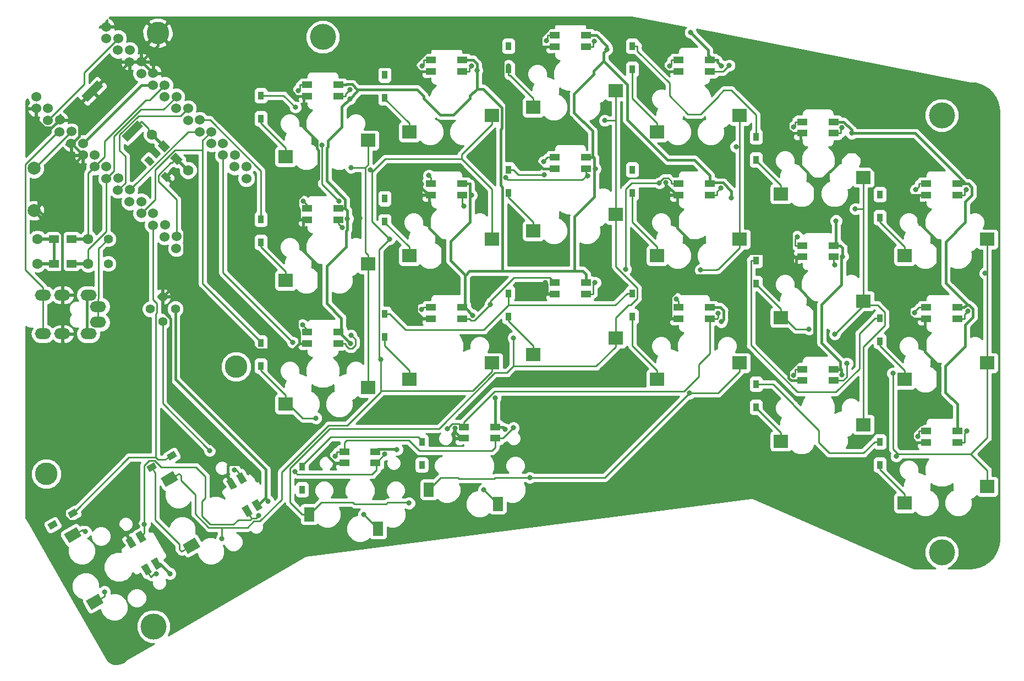
<source format=gbl>
G04 #@! TF.GenerationSoftware,KiCad,Pcbnew,5.0.2-bee76a0~70~ubuntu18.04.1*
G04 #@! TF.CreationDate,2019-06-13T02:51:26+09:00*
G04 #@! TF.ProjectId,fireflower44,66697265-666c-46f7-9765-7234342e6b69,rev?*
G04 #@! TF.SameCoordinates,Original*
G04 #@! TF.FileFunction,Copper,L2,Bot*
G04 #@! TF.FilePolarity,Positive*
%FSLAX46Y46*%
G04 Gerber Fmt 4.6, Leading zero omitted, Abs format (unit mm)*
G04 Created by KiCad (PCBNEW 5.0.2-bee76a0~70~ubuntu18.04.1) date 2019年06月13日 02時51分26秒*
%MOMM*%
%LPD*%
G01*
G04 APERTURE LIST*
G04 #@! TA.AperFunction,SMDPad,CuDef*
%ADD10R,1.600000X2.200000*%
G04 #@! TD*
G04 #@! TA.AperFunction,SMDPad,CuDef*
%ADD11R,1.600000X1.000000*%
G04 #@! TD*
G04 #@! TA.AperFunction,ComponentPad*
%ADD12C,1.397000*%
G04 #@! TD*
G04 #@! TA.AperFunction,ComponentPad*
%ADD13C,1.524000*%
G04 #@! TD*
G04 #@! TA.AperFunction,ComponentPad*
%ADD14C,3.470000*%
G04 #@! TD*
G04 #@! TA.AperFunction,ComponentPad*
%ADD15C,1.600000*%
G04 #@! TD*
G04 #@! TA.AperFunction,Conductor*
%ADD16R,2.900000X0.500000*%
G04 #@! TD*
G04 #@! TA.AperFunction,SMDPad,CuDef*
%ADD17R,1.500000X1.200000*%
G04 #@! TD*
G04 #@! TA.AperFunction,Conductor*
%ADD18C,0.500000*%
G04 #@! TD*
G04 #@! TA.AperFunction,Conductor*
%ADD19C,0.100000*%
G04 #@! TD*
G04 #@! TA.AperFunction,SMDPad,CuDef*
%ADD20C,1.200000*%
G04 #@! TD*
G04 #@! TA.AperFunction,SMDPad,CuDef*
%ADD21R,2.300000X2.000000*%
G04 #@! TD*
G04 #@! TA.AperFunction,SMDPad,CuDef*
%ADD22C,1.600000*%
G04 #@! TD*
G04 #@! TA.AperFunction,WasherPad*
%ADD23C,4.000000*%
G04 #@! TD*
G04 #@! TA.AperFunction,SMDPad,CuDef*
%ADD24C,1.000000*%
G04 #@! TD*
G04 #@! TA.AperFunction,ComponentPad*
%ADD25C,2.000000*%
G04 #@! TD*
G04 #@! TA.AperFunction,ComponentPad*
%ADD26O,2.500000X1.700000*%
G04 #@! TD*
G04 #@! TA.AperFunction,SMDPad,CuDef*
%ADD27C,1.300000*%
G04 #@! TD*
G04 #@! TA.AperFunction,SMDPad,CuDef*
%ADD28R,0.950000X1.300000*%
G04 #@! TD*
G04 #@! TA.AperFunction,SMDPad,CuDef*
%ADD29C,0.950000*%
G04 #@! TD*
G04 #@! TA.AperFunction,ViaPad*
%ADD30C,0.800000*%
G04 #@! TD*
G04 #@! TA.AperFunction,Conductor*
%ADD31C,0.250000*%
G04 #@! TD*
G04 #@! TA.AperFunction,Conductor*
%ADD32C,0.400000*%
G04 #@! TD*
G04 #@! TA.AperFunction,Conductor*
%ADD33C,0.254000*%
G04 #@! TD*
G04 APERTURE END LIST*
D10*
G04 #@! TO.P,SW22,2*
G04 #@! TO.N,Net-(D22-Pad2)*
X133610000Y-96705000D03*
G04 #@! TO.P,SW22,1*
G04 #@! TO.N,COL3*
X123010000Y-94505000D03*
G04 #@! TD*
D11*
G04 #@! TO.P,L16,2*
G04 #@! TO.N,GND*
X128410000Y-86600000D03*
G04 #@! TO.P,L16,1*
G04 #@! TO.N,Net-(L16-Pad1)*
X128410000Y-84850000D03*
G04 #@! TO.P,L16,4*
G04 #@! TO.N,VCC*
X133210000Y-84850000D03*
G04 #@! TO.P,L16,3*
G04 #@! TO.N,Net-(L15-Pad1)*
X133210000Y-86600000D03*
G04 #@! TD*
D12*
G04 #@! TO.P,J9,1*
G04 #@! TO.N,GND*
X82042000Y-64770000D03*
G04 #@! TD*
G04 #@! TO.P,J8,1*
G04 #@! TO.N,VCC*
X83997000Y-66675000D03*
G04 #@! TD*
G04 #@! TO.P,J6,1*
G04 #@! TO.N,Net-(J6-Pad1)*
X82042000Y-68580000D03*
G04 #@! TD*
G04 #@! TO.P,J7,1*
G04 #@! TO.N,BAT+*
X80137000Y-66675000D03*
G04 #@! TD*
D13*
G04 #@! TO.P,U1,26*
G04 #@! TO.N,GND*
X62588303Y-35790662D03*
G04 #@! TO.P,U1,25*
G04 #@! TO.N,BAT+*
X62614042Y-33968872D03*
X73364610Y-25014354D03*
G04 #@! TO.P,U1,26*
G04 #@! TO.N,GND*
X73364610Y-23218303D03*
G04 #@! TO.P,U1,24*
G04 #@! TO.N,Net-(U1-Pad24)*
X75160662Y-26810406D03*
G04 #@! TO.P,U1,23*
G04 #@! TO.N,GND*
X76956713Y-28606457D03*
G04 #@! TO.P,U1,22*
G04 #@! TO.N,RST*
X78752764Y-30402508D03*
G04 #@! TO.P,U1,21*
G04 #@! TO.N,VCC*
X80548815Y-32198559D03*
G04 #@! TO.P,U1,20*
G04 #@! TO.N,COL0*
X82344867Y-33994610D03*
G04 #@! TO.P,U1,19*
G04 #@! TO.N,COL1*
X84140918Y-35790662D03*
G04 #@! TO.P,U1,18*
G04 #@! TO.N,COL2*
X85936969Y-37586713D03*
G04 #@! TO.P,U1,17*
G04 #@! TO.N,COL3*
X87733020Y-39382764D03*
G04 #@! TO.P,U1,16*
G04 #@! TO.N,COL4*
X89529071Y-41178815D03*
G04 #@! TO.P,U1,15*
G04 #@! TO.N,COL5*
X91325123Y-42974867D03*
G04 #@! TO.P,U1,14*
G04 #@! TO.N,Net-(U1-Pad14)*
X93121174Y-44770918D03*
G04 #@! TO.P,U1,13*
G04 #@! TO.N,SPEKER*
X94917225Y-46566969D03*
G04 #@! TO.P,U1,12*
G04 #@! TO.N,Net-(U1-Pad12)*
X84140918Y-57343276D03*
G04 #@! TO.P,U1,11*
G04 #@! TO.N,Net-(U1-Pad11)*
X82344867Y-55547225D03*
G04 #@! TO.P,U1,10*
G04 #@! TO.N,ROW3*
X80548815Y-53751174D03*
G04 #@! TO.P,U1,9*
G04 #@! TO.N,ROW2*
X78752764Y-51955123D03*
G04 #@! TO.P,U1,8*
G04 #@! TO.N,ROW1*
X76956713Y-50159071D03*
G04 #@! TO.P,U1,7*
G04 #@! TO.N,ROW0*
X75160662Y-48363020D03*
G04 #@! TO.P,U1,6*
G04 #@! TO.N,SCL*
X73364610Y-46566969D03*
G04 #@! TO.P,U1,5*
G04 #@! TO.N,SDA*
X71568559Y-44770918D03*
G04 #@! TO.P,U1,4*
G04 #@! TO.N,GND*
X69772508Y-42974867D03*
G04 #@! TO.P,U1,3*
X67976457Y-41178815D03*
G04 #@! TO.P,U1,2*
G04 #@! TO.N,DATA*
X66180406Y-39382764D03*
G04 #@! TO.P,U1,1*
G04 #@! TO.N,LED*
X64384354Y-37586713D03*
X75186400Y-24988616D03*
G04 #@! TO.P,U1,2*
G04 #@! TO.N,DATA*
X76982452Y-26784667D03*
G04 #@! TO.P,U1,3*
G04 #@! TO.N,GND*
X78778503Y-28580718D03*
G04 #@! TO.P,U1,4*
X80574554Y-30376769D03*
G04 #@! TO.P,U1,5*
G04 #@! TO.N,SDA*
X82370605Y-32172821D03*
G04 #@! TO.P,U1,6*
G04 #@! TO.N,SCL*
X84166657Y-33968872D03*
G04 #@! TO.P,U1,7*
G04 #@! TO.N,ROW0*
X85962708Y-35764923D03*
G04 #@! TO.P,U1,8*
G04 #@! TO.N,ROW1*
X87758759Y-37560974D03*
G04 #@! TO.P,U1,9*
G04 #@! TO.N,ROW2*
X89554810Y-39357025D03*
G04 #@! TO.P,U1,10*
G04 #@! TO.N,ROW3*
X91350861Y-41153077D03*
G04 #@! TO.P,U1,11*
G04 #@! TO.N,Net-(U1-Pad11)*
X93146913Y-42949128D03*
G04 #@! TO.P,U1,12*
G04 #@! TO.N,Net-(U1-Pad12)*
X94942964Y-44745179D03*
G04 #@! TO.P,U1,13*
G04 #@! TO.N,SPEKER*
X84180799Y-55507344D03*
G04 #@! TO.P,U1,14*
G04 #@! TO.N,Net-(U1-Pad14)*
X82384747Y-53711293D03*
G04 #@! TO.P,U1,15*
G04 #@! TO.N,COL5*
X80588696Y-51915242D03*
G04 #@! TO.P,U1,16*
G04 #@! TO.N,COL4*
X78792645Y-50119191D03*
G04 #@! TO.P,U1,17*
G04 #@! TO.N,COL3*
X76996594Y-48323139D03*
G04 #@! TO.P,U1,18*
G04 #@! TO.N,COL2*
X75200543Y-46527088D03*
G04 #@! TO.P,U1,19*
G04 #@! TO.N,COL1*
X73404491Y-44731037D03*
G04 #@! TO.P,U1,20*
G04 #@! TO.N,COL0*
X71608440Y-42934986D03*
G04 #@! TO.P,U1,21*
G04 #@! TO.N,VCC*
X69812389Y-41138935D03*
G04 #@! TO.P,U1,22*
G04 #@! TO.N,RST*
X68016338Y-39342883D03*
G04 #@! TO.P,U1,23*
G04 #@! TO.N,GND*
X66220286Y-37546832D03*
G04 #@! TO.P,U1,24*
G04 #@! TO.N,Net-(U1-Pad24)*
X64424235Y-35750781D03*
G04 #@! TD*
D14*
G04 #@! TO.P,J4,1*
G04 #@! TO.N,Net-(J4-Pad1)*
X64135000Y-92075000D03*
G04 #@! TD*
G04 #@! TO.P,J5,1*
G04 #@! TO.N,GND*
X81280000Y-24130000D03*
G04 #@! TD*
D15*
G04 #@! TO.P,R1,1*
G04 #@! TO.N,VCC*
X62775000Y-55880000D03*
G04 #@! TO.P,R1,2*
G04 #@! TO.N,SDA*
X70575000Y-55880000D03*
D16*
G04 #@! TD*
G04 #@! TO.N,VCC*
G04 #@! TO.C,R1*
X64175000Y-55880000D03*
D17*
G04 #@! TO.P,R1,1*
G04 #@! TO.N,VCC*
X65325000Y-55880000D03*
G04 #@! TO.P,R1,2*
G04 #@! TO.N,SDA*
X68025000Y-55880000D03*
D16*
G04 #@! TD*
G04 #@! TO.N,SDA*
G04 #@! TO.C,R1*
X69175000Y-55880000D03*
D15*
G04 #@! TO.P,R2,1*
G04 #@! TO.N,VCC*
X62775000Y-59690000D03*
G04 #@! TO.P,R2,2*
G04 #@! TO.N,SCL*
X70575000Y-59690000D03*
D16*
G04 #@! TD*
G04 #@! TO.N,VCC*
G04 #@! TO.C,R2*
X64175000Y-59690000D03*
D17*
G04 #@! TO.P,R2,1*
G04 #@! TO.N,VCC*
X65325000Y-59690000D03*
G04 #@! TO.P,R2,2*
G04 #@! TO.N,SCL*
X68025000Y-59690000D03*
D16*
G04 #@! TD*
G04 #@! TO.N,SCL*
G04 #@! TO.C,R2*
X69175000Y-59690000D03*
D15*
G04 #@! TO.P,R3,1*
G04 #@! TO.N,Net-(D23-Pad1)*
X80427284Y-39787284D03*
G04 #@! TO.P,R3,2*
G04 #@! TO.N,SPEKER*
X85942716Y-45302716D03*
D18*
G04 #@! TD*
G04 #@! TO.N,Net-(D23-Pad1)*
G04 #@! TO.C,R3*
X81417233Y-40777233D03*
D19*
G04 #@! TO.N,Net-(D23-Pad1)*
G04 #@! TO.C,R3*
G36*
X82619315Y-41625761D02*
X82265761Y-41979315D01*
X80215151Y-39928705D01*
X80568705Y-39575151D01*
X82619315Y-41625761D01*
X82619315Y-41625761D01*
G37*
D20*
G04 #@! TD*
G04 #@! TO.P,R3,1*
G04 #@! TO.N,Net-(D23-Pad1)*
X82230406Y-41590406D03*
D19*
G04 #@! TO.N,Net-(D23-Pad1)*
G04 #@! TO.C,R3*
G36*
X83185000Y-41696472D02*
X82336472Y-42545000D01*
X81275812Y-41484340D01*
X82124340Y-40635812D01*
X83185000Y-41696472D01*
X83185000Y-41696472D01*
G37*
D20*
G04 #@! TD*
G04 #@! TO.P,R3,2*
G04 #@! TO.N,SPEKER*
X84139594Y-43499594D03*
D19*
G04 #@! TO.N,SPEKER*
G04 #@! TO.C,R3*
G36*
X85094188Y-43605660D02*
X84245660Y-44454188D01*
X83185000Y-43393528D01*
X84033528Y-42545000D01*
X85094188Y-43605660D01*
X85094188Y-43605660D01*
G37*
D18*
X84952767Y-44312767D03*
D19*
G36*
X86154849Y-45161295D02*
X85801295Y-45514849D01*
X83750685Y-43464239D01*
X84104239Y-43110685D01*
X86154849Y-45161295D01*
X86154849Y-45161295D01*
G37*
G04 #@! TD*
D21*
G04 #@! TO.P,SW1,1*
G04 #@! TO.N,COL0*
X113680000Y-40680000D03*
G04 #@! TO.P,SW1,2*
G04 #@! TO.N,Net-(D1-Pad2)*
X100980000Y-43220000D03*
G04 #@! TD*
G04 #@! TO.P,SW2,1*
G04 #@! TO.N,COL1*
X132730000Y-36870000D03*
G04 #@! TO.P,SW2,2*
G04 #@! TO.N,Net-(D2-Pad2)*
X120030000Y-39410000D03*
G04 #@! TD*
G04 #@! TO.P,SW3,1*
G04 #@! TO.N,COL2*
X151780000Y-33060000D03*
G04 #@! TO.P,SW3,2*
G04 #@! TO.N,Net-(D3-Pad2)*
X139080000Y-35600000D03*
G04 #@! TD*
G04 #@! TO.P,SW4,1*
G04 #@! TO.N,COL3*
X170830000Y-36870000D03*
G04 #@! TO.P,SW4,2*
G04 #@! TO.N,Net-(D4-Pad2)*
X158130000Y-39410000D03*
G04 #@! TD*
G04 #@! TO.P,SW5,1*
G04 #@! TO.N,COL4*
X189880000Y-46395000D03*
G04 #@! TO.P,SW5,2*
G04 #@! TO.N,Net-(D5-Pad2)*
X177180000Y-48935000D03*
G04 #@! TD*
G04 #@! TO.P,SW6,1*
G04 #@! TO.N,COL5*
X208930000Y-55920000D03*
G04 #@! TO.P,SW6,2*
G04 #@! TO.N,Net-(D6-Pad2)*
X196230000Y-58460000D03*
G04 #@! TD*
G04 #@! TO.P,SW7,1*
G04 #@! TO.N,COL0*
X113680000Y-59730000D03*
G04 #@! TO.P,SW7,2*
G04 #@! TO.N,Net-(D7-Pad2)*
X100980000Y-62270000D03*
G04 #@! TD*
G04 #@! TO.P,SW8,1*
G04 #@! TO.N,COL1*
X132730000Y-55920000D03*
G04 #@! TO.P,SW8,2*
G04 #@! TO.N,Net-(D8-Pad2)*
X120030000Y-58460000D03*
G04 #@! TD*
G04 #@! TO.P,SW9,1*
G04 #@! TO.N,COL2*
X151780000Y-52110000D03*
G04 #@! TO.P,SW9,2*
G04 #@! TO.N,Net-(D9-Pad2)*
X139080000Y-54650000D03*
G04 #@! TD*
G04 #@! TO.P,SW10,1*
G04 #@! TO.N,COL3*
X170830000Y-55920000D03*
G04 #@! TO.P,SW10,2*
G04 #@! TO.N,Net-(D10-Pad2)*
X158130000Y-58460000D03*
G04 #@! TD*
G04 #@! TO.P,SW11,1*
G04 #@! TO.N,COL4*
X189880000Y-65445000D03*
G04 #@! TO.P,SW11,2*
G04 #@! TO.N,Net-(D11-Pad2)*
X177180000Y-67985000D03*
G04 #@! TD*
G04 #@! TO.P,SW12,1*
G04 #@! TO.N,COL5*
X208930000Y-74970000D03*
G04 #@! TO.P,SW12,2*
G04 #@! TO.N,Net-(D12-Pad2)*
X196230000Y-77510000D03*
G04 #@! TD*
G04 #@! TO.P,SW13,1*
G04 #@! TO.N,COL0*
X113680000Y-78780000D03*
G04 #@! TO.P,SW13,2*
G04 #@! TO.N,Net-(D13-Pad2)*
X100980000Y-81320000D03*
G04 #@! TD*
G04 #@! TO.P,SW14,1*
G04 #@! TO.N,COL1*
X132730000Y-74970000D03*
G04 #@! TO.P,SW14,2*
G04 #@! TO.N,Net-(D14-Pad2)*
X120030000Y-77510000D03*
G04 #@! TD*
G04 #@! TO.P,SW15,1*
G04 #@! TO.N,COL2*
X151780000Y-71160000D03*
G04 #@! TO.P,SW15,2*
G04 #@! TO.N,Net-(D15-Pad2)*
X139080000Y-73700000D03*
G04 #@! TD*
G04 #@! TO.P,SW16,1*
G04 #@! TO.N,COL3*
X170830000Y-74970000D03*
G04 #@! TO.P,SW16,2*
G04 #@! TO.N,Net-(D16-Pad2)*
X158130000Y-77510000D03*
G04 #@! TD*
G04 #@! TO.P,SW17,1*
G04 #@! TO.N,COL4*
X189880000Y-84495000D03*
G04 #@! TO.P,SW17,2*
G04 #@! TO.N,Net-(D17-Pad2)*
X177180000Y-87035000D03*
G04 #@! TD*
G04 #@! TO.P,SW18,1*
G04 #@! TO.N,COL5*
X208930000Y-94020000D03*
G04 #@! TO.P,SW18,2*
G04 #@! TO.N,Net-(D18-Pad2)*
X196230000Y-96560000D03*
G04 #@! TD*
D10*
G04 #@! TO.P,SW21,2*
G04 #@! TO.N,Net-(D21-Pad2)*
X115195000Y-100515000D03*
G04 #@! TO.P,SW21,1*
G04 #@! TO.N,COL2*
X104595000Y-98315000D03*
G04 #@! TD*
D22*
G04 #@! TO.P,SW19,1*
G04 #@! TO.N,COL0*
X68206706Y-101521002D03*
D19*
G04 #@! TD*
G04 #@! TO.N,COL0*
G04 #@! TO.C,SW19*
G36*
X69559334Y-101663822D02*
X67654078Y-102763822D01*
X66854078Y-101378182D01*
X68759334Y-100278182D01*
X69559334Y-101663822D01*
X69559334Y-101663822D01*
G37*
D22*
G04 #@! TO.P,SW19,2*
G04 #@! TO.N,Net-(D19-Pad2)*
X71601450Y-111800871D03*
D19*
G04 #@! TD*
G04 #@! TO.N,Net-(D19-Pad2)*
G04 #@! TO.C,SW19*
G36*
X72954078Y-111943691D02*
X71048822Y-113043691D01*
X70248822Y-111658051D01*
X72154078Y-110558051D01*
X72954078Y-111943691D01*
X72954078Y-111943691D01*
G37*
D22*
G04 #@! TO.P,SW20,1*
G04 #@! TO.N,COL1*
X83065706Y-92885002D03*
D19*
G04 #@! TD*
G04 #@! TO.N,COL1*
G04 #@! TO.C,SW20*
G36*
X84418334Y-93027822D02*
X82513078Y-94127822D01*
X81713078Y-92742182D01*
X83618334Y-91642182D01*
X84418334Y-93027822D01*
X84418334Y-93027822D01*
G37*
D22*
G04 #@! TO.P,SW20,2*
G04 #@! TO.N,Net-(D20-Pad2)*
X86460450Y-103164871D03*
D19*
G04 #@! TD*
G04 #@! TO.N,Net-(D20-Pad2)*
G04 #@! TO.C,SW20*
G36*
X87813078Y-103307691D02*
X85907822Y-104407691D01*
X85107822Y-103022051D01*
X87013078Y-101922051D01*
X87813078Y-103307691D01*
X87813078Y-103307691D01*
G37*
D23*
G04 #@! TO.P,Ref1,*
G04 #@! TO.N,*
X106680000Y-24765000D03*
G04 #@! TD*
G04 #@! TO.P,Ref3,*
G04 #@! TO.N,*
X80645000Y-115570000D03*
G04 #@! TD*
G04 #@! TO.P,Ref5,*
G04 #@! TO.N,*
X201930000Y-104140000D03*
G04 #@! TD*
D11*
G04 #@! TO.P,L1,2*
G04 #@! TO.N,GND*
X142380000Y-26275000D03*
G04 #@! TO.P,L1,1*
G04 #@! TO.N,Net-(L1-Pad1)*
X142380000Y-24525000D03*
G04 #@! TO.P,L1,4*
G04 #@! TO.N,VCC*
X147180000Y-24525000D03*
G04 #@! TO.P,L1,3*
G04 #@! TO.N,LED*
X147180000Y-26275000D03*
G04 #@! TD*
G04 #@! TO.P,L2,2*
G04 #@! TO.N,GND*
X123330000Y-30085000D03*
G04 #@! TO.P,L2,1*
G04 #@! TO.N,Net-(L2-Pad1)*
X123330000Y-28335000D03*
G04 #@! TO.P,L2,4*
G04 #@! TO.N,VCC*
X128130000Y-28335000D03*
G04 #@! TO.P,L2,3*
G04 #@! TO.N,Net-(L1-Pad1)*
X128130000Y-30085000D03*
G04 #@! TD*
G04 #@! TO.P,L3,2*
G04 #@! TO.N,GND*
X104280000Y-33895000D03*
G04 #@! TO.P,L3,1*
G04 #@! TO.N,Net-(L3-Pad1)*
X104280000Y-32145000D03*
G04 #@! TO.P,L3,4*
G04 #@! TO.N,VCC*
X109080000Y-32145000D03*
G04 #@! TO.P,L3,3*
G04 #@! TO.N,Net-(L2-Pad1)*
X109080000Y-33895000D03*
G04 #@! TD*
G04 #@! TO.P,L4,2*
G04 #@! TO.N,GND*
X104280000Y-52945000D03*
G04 #@! TO.P,L4,1*
G04 #@! TO.N,Net-(L4-Pad1)*
X104280000Y-51195000D03*
G04 #@! TO.P,L4,4*
G04 #@! TO.N,VCC*
X109080000Y-51195000D03*
G04 #@! TO.P,L4,3*
G04 #@! TO.N,Net-(L3-Pad1)*
X109080000Y-52945000D03*
G04 #@! TD*
G04 #@! TO.P,L5,2*
G04 #@! TO.N,GND*
X123330000Y-49135000D03*
G04 #@! TO.P,L5,1*
G04 #@! TO.N,Net-(L5-Pad1)*
X123330000Y-47385000D03*
G04 #@! TO.P,L5,4*
G04 #@! TO.N,VCC*
X128130000Y-47385000D03*
G04 #@! TO.P,L5,3*
G04 #@! TO.N,Net-(L4-Pad1)*
X128130000Y-49135000D03*
G04 #@! TD*
G04 #@! TO.P,L6,2*
G04 #@! TO.N,GND*
X142380000Y-45071000D03*
G04 #@! TO.P,L6,1*
G04 #@! TO.N,Net-(L6-Pad1)*
X142380000Y-43321000D03*
G04 #@! TO.P,L6,4*
G04 #@! TO.N,VCC*
X147180000Y-43321000D03*
G04 #@! TO.P,L6,3*
G04 #@! TO.N,Net-(L5-Pad1)*
X147180000Y-45071000D03*
G04 #@! TD*
G04 #@! TO.P,L7,2*
G04 #@! TO.N,GND*
X161430000Y-30085000D03*
G04 #@! TO.P,L7,1*
G04 #@! TO.N,Net-(L7-Pad1)*
X161430000Y-28335000D03*
G04 #@! TO.P,L7,4*
G04 #@! TO.N,VCC*
X166230000Y-28335000D03*
G04 #@! TO.P,L7,3*
G04 #@! TO.N,Net-(L6-Pad1)*
X166230000Y-30085000D03*
G04 #@! TD*
G04 #@! TO.P,L8,2*
G04 #@! TO.N,GND*
X180480000Y-39610000D03*
G04 #@! TO.P,L8,1*
G04 #@! TO.N,Net-(L8-Pad1)*
X180480000Y-37860000D03*
G04 #@! TO.P,L8,4*
G04 #@! TO.N,VCC*
X185280000Y-37860000D03*
G04 #@! TO.P,L8,3*
G04 #@! TO.N,Net-(L7-Pad1)*
X185280000Y-39610000D03*
G04 #@! TD*
G04 #@! TO.P,L9,2*
G04 #@! TO.N,GND*
X161430000Y-49135000D03*
G04 #@! TO.P,L9,1*
G04 #@! TO.N,Net-(L10-Pad3)*
X161430000Y-47385000D03*
G04 #@! TO.P,L9,4*
G04 #@! TO.N,VCC*
X166230000Y-47385000D03*
G04 #@! TO.P,L9,3*
G04 #@! TO.N,Net-(L8-Pad1)*
X166230000Y-49135000D03*
G04 #@! TD*
G04 #@! TO.P,L10,2*
G04 #@! TO.N,GND*
X142380000Y-64375000D03*
G04 #@! TO.P,L10,1*
G04 #@! TO.N,Net-(L10-Pad1)*
X142380000Y-62625000D03*
G04 #@! TO.P,L10,4*
G04 #@! TO.N,VCC*
X147180000Y-62625000D03*
G04 #@! TO.P,L10,3*
G04 #@! TO.N,Net-(L10-Pad3)*
X147180000Y-64375000D03*
G04 #@! TD*
G04 #@! TO.P,L11,2*
G04 #@! TO.N,GND*
X123330000Y-68185000D03*
G04 #@! TO.P,L11,1*
G04 #@! TO.N,Net-(L11-Pad1)*
X123330000Y-66435000D03*
G04 #@! TO.P,L11,4*
G04 #@! TO.N,VCC*
X128130000Y-66435000D03*
G04 #@! TO.P,L11,3*
G04 #@! TO.N,Net-(L10-Pad1)*
X128130000Y-68185000D03*
G04 #@! TD*
G04 #@! TO.P,L12,2*
G04 #@! TO.N,GND*
X104280000Y-71995000D03*
G04 #@! TO.P,L12,1*
G04 #@! TO.N,Net-(L12-Pad1)*
X104280000Y-70245000D03*
G04 #@! TO.P,L12,4*
G04 #@! TO.N,VCC*
X109080000Y-70245000D03*
G04 #@! TO.P,L12,3*
G04 #@! TO.N,Net-(L11-Pad1)*
X109080000Y-71995000D03*
G04 #@! TD*
D24*
G04 #@! TO.P,L13,2*
G04 #@! TO.N,GND*
X77163228Y-102626039D03*
D19*
G04 #@! TD*
G04 #@! TO.N,GND*
G04 #@! TO.C,L13*
G36*
X76330215Y-102183219D02*
X77196241Y-101683219D01*
X77996241Y-103068859D01*
X77130215Y-103568859D01*
X76330215Y-102183219D01*
X76330215Y-102183219D01*
G37*
D24*
G04 #@! TO.P,L13,1*
G04 #@! TO.N,Net-(L13-Pad1)*
X78678772Y-101751039D03*
D19*
G04 #@! TD*
G04 #@! TO.N,Net-(L13-Pad1)*
G04 #@! TO.C,L13*
G36*
X77845759Y-101308219D02*
X78711785Y-100808219D01*
X79511785Y-102193859D01*
X78645759Y-102693859D01*
X77845759Y-101308219D01*
X77845759Y-101308219D01*
G37*
D24*
G04 #@! TO.P,L13,4*
G04 #@! TO.N,VCC*
X81078772Y-105907961D03*
D19*
G04 #@! TD*
G04 #@! TO.N,VCC*
G04 #@! TO.C,L13*
G36*
X80245759Y-105465141D02*
X81111785Y-104965141D01*
X81911785Y-106350781D01*
X81045759Y-106850781D01*
X80245759Y-105465141D01*
X80245759Y-105465141D01*
G37*
D24*
G04 #@! TO.P,L13,3*
G04 #@! TO.N,Net-(L12-Pad1)*
X79563228Y-106782961D03*
D19*
G04 #@! TD*
G04 #@! TO.N,Net-(L12-Pad1)*
G04 #@! TO.C,L13*
G36*
X78730215Y-106340141D02*
X79596241Y-105840141D01*
X80396241Y-107225781D01*
X79530215Y-107725781D01*
X78730215Y-106340141D01*
X78730215Y-106340141D01*
G37*
D24*
G04 #@! TO.P,L14,2*
G04 #@! TO.N,GND*
X92657228Y-93609039D03*
D19*
G04 #@! TD*
G04 #@! TO.N,GND*
G04 #@! TO.C,L14*
G36*
X91824215Y-93166219D02*
X92690241Y-92666219D01*
X93490241Y-94051859D01*
X92624215Y-94551859D01*
X91824215Y-93166219D01*
X91824215Y-93166219D01*
G37*
D24*
G04 #@! TO.P,L14,1*
G04 #@! TO.N,Net-(L14-Pad1)*
X94172772Y-92734039D03*
D19*
G04 #@! TD*
G04 #@! TO.N,Net-(L14-Pad1)*
G04 #@! TO.C,L14*
G36*
X93339759Y-92291219D02*
X94205785Y-91791219D01*
X95005785Y-93176859D01*
X94139759Y-93676859D01*
X93339759Y-92291219D01*
X93339759Y-92291219D01*
G37*
D24*
G04 #@! TO.P,L14,4*
G04 #@! TO.N,VCC*
X96572772Y-96890961D03*
D19*
G04 #@! TD*
G04 #@! TO.N,VCC*
G04 #@! TO.C,L14*
G36*
X95739759Y-96448141D02*
X96605785Y-95948141D01*
X97405785Y-97333781D01*
X96539759Y-97833781D01*
X95739759Y-96448141D01*
X95739759Y-96448141D01*
G37*
D24*
G04 #@! TO.P,L14,3*
G04 #@! TO.N,Net-(L13-Pad1)*
X95057228Y-97765961D03*
D19*
G04 #@! TD*
G04 #@! TO.N,Net-(L13-Pad1)*
G04 #@! TO.C,L14*
G36*
X94224215Y-97323141D02*
X95090241Y-96823141D01*
X95890241Y-98208781D01*
X95024215Y-98708781D01*
X94224215Y-97323141D01*
X94224215Y-97323141D01*
G37*
D11*
G04 #@! TO.P,L15,2*
G04 #@! TO.N,GND*
X109995000Y-90410000D03*
G04 #@! TO.P,L15,1*
G04 #@! TO.N,Net-(L15-Pad1)*
X109995000Y-88660000D03*
G04 #@! TO.P,L15,4*
G04 #@! TO.N,VCC*
X114795000Y-88660000D03*
G04 #@! TO.P,L15,3*
G04 #@! TO.N,Net-(L14-Pad1)*
X114795000Y-90410000D03*
G04 #@! TD*
G04 #@! TO.P,L17,2*
G04 #@! TO.N,GND*
X161430000Y-68185000D03*
G04 #@! TO.P,L17,1*
G04 #@! TO.N,Net-(L17-Pad1)*
X161430000Y-66435000D03*
G04 #@! TO.P,L17,4*
G04 #@! TO.N,VCC*
X166230000Y-66435000D03*
G04 #@! TO.P,L17,3*
G04 #@! TO.N,Net-(L16-Pad1)*
X166230000Y-68185000D03*
G04 #@! TD*
G04 #@! TO.P,L18,2*
G04 #@! TO.N,GND*
X180480000Y-58660000D03*
G04 #@! TO.P,L18,1*
G04 #@! TO.N,Net-(L18-Pad1)*
X180480000Y-56910000D03*
G04 #@! TO.P,L18,4*
G04 #@! TO.N,VCC*
X185280000Y-56910000D03*
G04 #@! TO.P,L18,3*
G04 #@! TO.N,Net-(L17-Pad1)*
X185280000Y-58660000D03*
G04 #@! TD*
G04 #@! TO.P,L19,2*
G04 #@! TO.N,GND*
X199530000Y-49135000D03*
G04 #@! TO.P,L19,1*
G04 #@! TO.N,Net-(L19-Pad1)*
X199530000Y-47385000D03*
G04 #@! TO.P,L19,4*
G04 #@! TO.N,VCC*
X204330000Y-47385000D03*
G04 #@! TO.P,L19,3*
G04 #@! TO.N,Net-(L18-Pad1)*
X204330000Y-49135000D03*
G04 #@! TD*
G04 #@! TO.P,L20,2*
G04 #@! TO.N,GND*
X199530000Y-68185000D03*
G04 #@! TO.P,L20,1*
G04 #@! TO.N,Net-(L20-Pad1)*
X199530000Y-66435000D03*
G04 #@! TO.P,L20,4*
G04 #@! TO.N,VCC*
X204330000Y-66435000D03*
G04 #@! TO.P,L20,3*
G04 #@! TO.N,Net-(L19-Pad1)*
X204330000Y-68185000D03*
G04 #@! TD*
G04 #@! TO.P,L21,2*
G04 #@! TO.N,GND*
X180480000Y-77710000D03*
G04 #@! TO.P,L21,1*
G04 #@! TO.N,Net-(L21-Pad1)*
X180480000Y-75960000D03*
G04 #@! TO.P,L21,4*
G04 #@! TO.N,VCC*
X185280000Y-75960000D03*
G04 #@! TO.P,L21,3*
G04 #@! TO.N,Net-(L20-Pad1)*
X185280000Y-77710000D03*
G04 #@! TD*
G04 #@! TO.P,L22,2*
G04 #@! TO.N,GND*
X199530000Y-87235000D03*
G04 #@! TO.P,L22,1*
G04 #@! TO.N,Net-(J6-Pad1)*
X199530000Y-85485000D03*
G04 #@! TO.P,L22,4*
G04 #@! TO.N,VCC*
X204330000Y-85485000D03*
G04 #@! TO.P,L22,3*
G04 #@! TO.N,Net-(L21-Pad1)*
X204330000Y-87235000D03*
G04 #@! TD*
D25*
G04 #@! TO.P,SW23,1*
G04 #@! TO.N,GND*
X62230000Y-51510000D03*
G04 #@! TO.P,SW23,2*
G04 #@! TO.N,RST*
X62230000Y-45010000D03*
G04 #@! TD*
D23*
G04 #@! TO.P,Ref2,*
G04 #@! TO.N,*
X201930000Y-36830000D03*
G04 #@! TD*
D26*
G04 #@! TO.P,TRRS1,D*
G04 #@! TO.N,VCC*
X70625000Y-70485000D03*
G04 #@! TO.P,TRRS1,A*
G04 #@! TO.N,Net-(J1-Pad1)*
X72125000Y-66285000D03*
G04 #@! TO.P,TRRS1,B*
G04 #@! TO.N,DATA*
X63625000Y-70485000D03*
G04 #@! TO.P,TRRS1,C*
G04 #@! TO.N,GND*
X66625000Y-70485000D03*
G04 #@! TO.P,TRRS1,B*
G04 #@! TO.N,DATA*
X63625000Y-64535000D03*
G04 #@! TO.P,TRRS1,C*
G04 #@! TO.N,GND*
X66625000Y-64535000D03*
G04 #@! TO.P,TRRS1,D*
G04 #@! TO.N,VCC*
X70625000Y-64535000D03*
G04 #@! TO.P,TRRS1,A*
G04 #@! TO.N,Net-(J1-Pad1)*
X72125000Y-68735000D03*
G04 #@! TD*
D27*
G04 #@! TO.P,LS1,2*
G04 #@! TO.N,GND*
X71238086Y-33100086D03*
D19*
G04 #@! TD*
G04 #@! TO.N,GND*
G04 #@! TO.C,LS1*
G36*
X72899787Y-32357624D02*
X70495624Y-34761787D01*
X69576385Y-33842548D01*
X71980548Y-31438385D01*
X72899787Y-32357624D01*
X72899787Y-32357624D01*
G37*
D27*
G04 #@! TO.P,LS1,1*
G04 #@! TO.N,Net-(D23-Pad1)*
X77389914Y-39251914D03*
D19*
G04 #@! TD*
G04 #@! TO.N,Net-(D23-Pad1)*
G04 #@! TO.C,LS1*
G36*
X79051615Y-38509452D02*
X76647452Y-40913615D01*
X75728213Y-39994376D01*
X78132376Y-37590213D01*
X79051615Y-38509452D01*
X79051615Y-38509452D01*
G37*
D28*
G04 #@! TO.P,D1,2*
G04 #@! TO.N,Net-(D1-Pad2)*
X97155000Y-37335000D03*
G04 #@! TO.P,D1,1*
G04 #@! TO.N,ROW0*
X97155000Y-33785000D03*
G04 #@! TD*
G04 #@! TO.P,D2,2*
G04 #@! TO.N,Net-(D2-Pad2)*
X116205000Y-34160000D03*
G04 #@! TO.P,D2,1*
G04 #@! TO.N,ROW0*
X116205000Y-30610000D03*
G04 #@! TD*
G04 #@! TO.P,D3,1*
G04 #@! TO.N,ROW0*
X135255000Y-26165000D03*
G04 #@! TO.P,D3,2*
G04 #@! TO.N,Net-(D3-Pad2)*
X135255000Y-29715000D03*
G04 #@! TD*
G04 #@! TO.P,D4,1*
G04 #@! TO.N,ROW0*
X154305000Y-26165000D03*
G04 #@! TO.P,D4,2*
G04 #@! TO.N,Net-(D4-Pad2)*
X154305000Y-29715000D03*
G04 #@! TD*
G04 #@! TO.P,D5,2*
G04 #@! TO.N,Net-(D5-Pad2)*
X173355000Y-43685000D03*
G04 #@! TO.P,D5,1*
G04 #@! TO.N,ROW0*
X173355000Y-40135000D03*
G04 #@! TD*
G04 #@! TO.P,D6,1*
G04 #@! TO.N,ROW0*
X192405000Y-49025000D03*
G04 #@! TO.P,D6,2*
G04 #@! TO.N,Net-(D6-Pad2)*
X192405000Y-52575000D03*
G04 #@! TD*
G04 #@! TO.P,D7,1*
G04 #@! TO.N,ROW1*
X97155000Y-52835000D03*
G04 #@! TO.P,D7,2*
G04 #@! TO.N,Net-(D7-Pad2)*
X97155000Y-56385000D03*
G04 #@! TD*
G04 #@! TO.P,D8,2*
G04 #@! TO.N,Net-(D8-Pad2)*
X116205000Y-53210000D03*
G04 #@! TO.P,D8,1*
G04 #@! TO.N,ROW1*
X116205000Y-49660000D03*
G04 #@! TD*
G04 #@! TO.P,D9,1*
G04 #@! TO.N,ROW1*
X135255000Y-45215000D03*
G04 #@! TO.P,D9,2*
G04 #@! TO.N,Net-(D9-Pad2)*
X135255000Y-48765000D03*
G04 #@! TD*
G04 #@! TO.P,D10,1*
G04 #@! TO.N,ROW1*
X154305000Y-45215000D03*
G04 #@! TO.P,D10,2*
G04 #@! TO.N,Net-(D10-Pad2)*
X154305000Y-48765000D03*
G04 #@! TD*
G04 #@! TO.P,D11,1*
G04 #@! TO.N,ROW1*
X173355000Y-59185000D03*
G04 #@! TO.P,D11,2*
G04 #@! TO.N,Net-(D11-Pad2)*
X173355000Y-62735000D03*
G04 #@! TD*
G04 #@! TO.P,D12,1*
G04 #@! TO.N,ROW1*
X192405000Y-68075000D03*
G04 #@! TO.P,D12,2*
G04 #@! TO.N,Net-(D12-Pad2)*
X192405000Y-71625000D03*
G04 #@! TD*
G04 #@! TO.P,D13,1*
G04 #@! TO.N,ROW2*
X97155000Y-71885000D03*
G04 #@! TO.P,D13,2*
G04 #@! TO.N,Net-(D13-Pad2)*
X97155000Y-75435000D03*
G04 #@! TD*
G04 #@! TO.P,D14,1*
G04 #@! TO.N,ROW2*
X116205000Y-67440000D03*
G04 #@! TO.P,D14,2*
G04 #@! TO.N,Net-(D14-Pad2)*
X116205000Y-70990000D03*
G04 #@! TD*
G04 #@! TO.P,D15,2*
G04 #@! TO.N,Net-(D15-Pad2)*
X135255000Y-67815000D03*
G04 #@! TO.P,D15,1*
G04 #@! TO.N,ROW2*
X135255000Y-64265000D03*
G04 #@! TD*
G04 #@! TO.P,D16,2*
G04 #@! TO.N,Net-(D16-Pad2)*
X154305000Y-67815000D03*
G04 #@! TO.P,D16,1*
G04 #@! TO.N,ROW2*
X154305000Y-64265000D03*
G04 #@! TD*
G04 #@! TO.P,D17,2*
G04 #@! TO.N,Net-(D17-Pad2)*
X173355000Y-81785000D03*
G04 #@! TO.P,D17,1*
G04 #@! TO.N,ROW2*
X173355000Y-78235000D03*
G04 #@! TD*
G04 #@! TO.P,D18,2*
G04 #@! TO.N,Net-(D18-Pad2)*
X192405000Y-90675000D03*
G04 #@! TO.P,D18,1*
G04 #@! TO.N,ROW2*
X192405000Y-87125000D03*
G04 #@! TD*
D29*
G04 #@! TO.P,D19,2*
G04 #@! TO.N,Net-(D19-Pad2)*
X65137805Y-99947500D03*
D19*
G04 #@! TD*
G04 #@! TO.N,Net-(D19-Pad2)*
G04 #@! TO.C,D19*
G36*
X65463222Y-99211138D02*
X65938222Y-100033862D01*
X64812388Y-100683862D01*
X64337388Y-99861138D01*
X65463222Y-99211138D01*
X65463222Y-99211138D01*
G37*
D29*
G04 #@! TO.P,D19,1*
G04 #@! TO.N,ROW3*
X68212195Y-98172500D03*
D19*
G04 #@! TD*
G04 #@! TO.N,ROW3*
G04 #@! TO.C,D19*
G36*
X68537612Y-97436138D02*
X69012612Y-98258862D01*
X67886778Y-98908862D01*
X67411778Y-98086138D01*
X68537612Y-97436138D01*
X68537612Y-97436138D01*
G37*
D29*
G04 #@! TO.P,D20,2*
G04 #@! TO.N,Net-(D20-Pad2)*
X80377805Y-91057500D03*
D19*
G04 #@! TD*
G04 #@! TO.N,Net-(D20-Pad2)*
G04 #@! TO.C,D20*
G36*
X80703222Y-90321138D02*
X81178222Y-91143862D01*
X80052388Y-91793862D01*
X79577388Y-90971138D01*
X80703222Y-90321138D01*
X80703222Y-90321138D01*
G37*
D29*
G04 #@! TO.P,D20,1*
G04 #@! TO.N,ROW3*
X83452195Y-89282500D03*
D19*
G04 #@! TD*
G04 #@! TO.N,ROW3*
G04 #@! TO.C,D20*
G36*
X83777612Y-88546138D02*
X84252612Y-89368862D01*
X83126778Y-90018862D01*
X82651778Y-89196138D01*
X83777612Y-88546138D01*
X83777612Y-88546138D01*
G37*
D28*
G04 #@! TO.P,D21,1*
G04 #@! TO.N,ROW3*
X103505000Y-90935000D03*
G04 #@! TO.P,D21,2*
G04 #@! TO.N,Net-(D21-Pad2)*
X103505000Y-94485000D03*
G04 #@! TD*
G04 #@! TO.P,D22,2*
G04 #@! TO.N,Net-(D22-Pad2)*
X121920000Y-90675000D03*
G04 #@! TO.P,D22,1*
G04 #@! TO.N,ROW3*
X121920000Y-87125000D03*
G04 #@! TD*
D29*
G04 #@! TO.P,D23,2*
G04 #@! TO.N,GND*
X82520215Y-46325215D03*
D19*
G04 #@! TD*
G04 #@! TO.N,GND*
G04 #@! TO.C,D23*
G36*
X81724720Y-46201471D02*
X82396471Y-45529720D01*
X83315710Y-46448959D01*
X82643959Y-47120710D01*
X81724720Y-46201471D01*
X81724720Y-46201471D01*
G37*
D29*
G04 #@! TO.P,D23,1*
G04 #@! TO.N,Net-(D23-Pad1)*
X80009985Y-43814985D03*
D19*
G04 #@! TD*
G04 #@! TO.N,Net-(D23-Pad1)*
G04 #@! TO.C,D23*
G36*
X79214490Y-43691241D02*
X79886241Y-43019490D01*
X80805480Y-43938729D01*
X80133729Y-44610480D01*
X79214490Y-43691241D01*
X79214490Y-43691241D01*
G37*
D12*
G04 #@! TO.P,J1,1*
G04 #@! TO.N,Net-(J1-Pad1)*
X73660000Y-55880000D03*
G04 #@! TD*
G04 #@! TO.P,J2,1*
G04 #@! TO.N,DATA*
X73660000Y-59690000D03*
G04 #@! TD*
D14*
G04 #@! TO.P,J3,1*
G04 #@! TO.N,Net-(J3-Pad1)*
X93345000Y-75565000D03*
G04 #@! TD*
D30*
G04 #@! TO.N,ROW0*
X102471900Y-35595400D03*
X97155000Y-33655000D03*
X116205000Y-30480000D03*
X135255000Y-26035000D03*
X154305000Y-26035000D03*
X173355000Y-40005000D03*
X192405000Y-48895000D03*
G04 #@! TO.N,Net-(D1-Pad2)*
X97155000Y-37465000D03*
G04 #@! TO.N,Net-(D2-Pad2)*
X116205000Y-34290000D03*
G04 #@! TO.N,Net-(D3-Pad2)*
X135255000Y-29210000D03*
G04 #@! TO.N,Net-(D4-Pad2)*
X154305000Y-29845000D03*
G04 #@! TO.N,Net-(D5-Pad2)*
X173355000Y-43815000D03*
G04 #@! TO.N,Net-(D6-Pad2)*
X192405000Y-52705000D03*
G04 #@! TO.N,ROW1*
X140726500Y-45970700D03*
X97155000Y-52705000D03*
X135255000Y-45085000D03*
X116205000Y-49530000D03*
X154305000Y-45085000D03*
X173355000Y-59055000D03*
X192405000Y-67945000D03*
G04 #@! TO.N,Net-(D7-Pad2)*
X97155000Y-56515000D03*
G04 #@! TO.N,Net-(D8-Pad2)*
X116205000Y-53340000D03*
G04 #@! TO.N,Net-(D9-Pad2)*
X135255000Y-48895000D03*
G04 #@! TO.N,Net-(D10-Pad2)*
X154305000Y-48895000D03*
G04 #@! TO.N,Net-(D11-Pad2)*
X181497200Y-69770300D03*
X173355000Y-62865000D03*
G04 #@! TO.N,Net-(D12-Pad2)*
X192405000Y-71755000D03*
G04 #@! TO.N,ROW2*
X97155000Y-71755000D03*
X116205000Y-67310000D03*
X135255000Y-64135000D03*
X154305000Y-64135000D03*
X173355000Y-78105000D03*
X192405000Y-86995000D03*
G04 #@! TO.N,Net-(D13-Pad2)*
X105641700Y-83471600D03*
X97155000Y-75565000D03*
G04 #@! TO.N,Net-(D14-Pad2)*
X116205000Y-71120000D03*
G04 #@! TO.N,Net-(D15-Pad2)*
X135255000Y-67945000D03*
G04 #@! TO.N,Net-(D16-Pad2)*
X154305000Y-67945000D03*
G04 #@! TO.N,Net-(D17-Pad2)*
X173355000Y-81915000D03*
G04 #@! TO.N,Net-(D18-Pad2)*
X192405000Y-90805000D03*
G04 #@! TO.N,Net-(D19-Pad2)*
X73086000Y-110235800D03*
X65024000Y-99949000D03*
G04 #@! TO.N,ROW3*
X103505000Y-90805000D03*
X121920000Y-86995000D03*
X83566000Y-89154000D03*
X68326000Y-98044000D03*
G04 #@! TO.N,Net-(D20-Pad2)*
X80264000Y-91059000D03*
G04 #@! TO.N,Net-(D21-Pad2)*
X112985500Y-98305500D03*
X103505000Y-94615000D03*
G04 #@! TO.N,Net-(D22-Pad2)*
X131437700Y-94532700D03*
X121920000Y-90805000D03*
G04 #@! TO.N,VCC*
X188067400Y-39610000D03*
X185670600Y-53083300D03*
X130413300Y-29920400D03*
X129542000Y-49135000D03*
X110484600Y-52748800D03*
X110938100Y-71961700D03*
X98276100Y-96275300D03*
X83175100Y-107438900D03*
X110845000Y-34308300D03*
X169520700Y-49559300D03*
X167993200Y-68637100D03*
X129783800Y-67653100D03*
X150430400Y-26662500D03*
X163264000Y-24077900D03*
X168027600Y-29236100D03*
X186682200Y-58577800D03*
X148598400Y-45071000D03*
X118092000Y-88313400D03*
X186590200Y-76811100D03*
X134747000Y-85217000D03*
X133223000Y-80391000D03*
G04 #@! TO.N,LED*
X148470300Y-25391100D03*
G04 #@! TO.N,Net-(L1-Pad1)*
X129548000Y-29266700D03*
X141054400Y-25350400D03*
G04 #@! TO.N,GND*
X160019700Y-66645000D03*
X198809200Y-84339800D03*
X181781800Y-73364200D03*
X121169200Y-65522500D03*
X105566100Y-65522500D03*
X121904300Y-47411100D03*
X96652500Y-92997200D03*
X102866900Y-69984800D03*
X107528500Y-88660000D03*
X102864700Y-51195000D03*
X159482100Y-47225200D03*
X78227700Y-100203800D03*
X178590200Y-37551500D03*
X159065600Y-28335000D03*
X140953100Y-62625000D03*
X82550000Y-46355000D03*
X76200000Y-65405000D03*
X74930000Y-97790000D03*
X93980000Y-83185000D03*
X93980000Y-55880000D03*
X93980000Y-36195000D03*
X136525000Y-39370000D03*
X140335000Y-40005000D03*
X168910000Y-62865000D03*
X173990000Y-50165000D03*
X176530000Y-58134600D03*
X191770000Y-76835000D03*
X196215000Y-69215000D03*
X196850000Y-50800000D03*
X140970000Y-88900000D03*
X132080000Y-62625000D03*
X112395000Y-65522500D03*
X154375500Y-41910000D03*
X150495000Y-41910000D03*
X71755000Y-51435000D03*
X119380000Y-83820000D03*
X117475000Y-41910000D03*
X167640000Y-43815000D03*
X174625000Y-70485000D03*
X100330000Y-52705000D03*
X99060000Y-47625000D03*
X119380000Y-48895000D03*
X118110000Y-52070000D03*
X156210000Y-51435000D03*
X114300000Y-36830000D03*
X99695000Y-73660000D03*
X155575000Y-60960000D03*
X116967000Y-80899000D03*
X141859000Y-78105000D03*
X150749000Y-78359000D03*
X133477000Y-71247000D03*
X136017000Y-56261000D03*
X109093000Y-94107000D03*
X132461000Y-42037000D03*
X148971000Y-58293000D03*
X187294400Y-72009000D03*
X205613000Y-62865000D03*
X188595000Y-78105000D03*
X87249000Y-65405000D03*
X194945000Y-46355000D03*
X150749000Y-62611000D03*
X88773000Y-90551000D03*
X112395000Y-52705000D03*
X160655000Y-71120000D03*
X85725000Y-97790000D03*
X138430000Y-26670000D03*
X156210000Y-70485000D03*
X78105000Y-44450000D03*
X79375000Y-47625000D03*
X127000000Y-85060000D03*
X127889000Y-83185000D03*
X104267000Y-85725000D03*
X201301800Y-79629000D03*
X64389000Y-62103000D03*
X86233000Y-53467000D03*
X86233000Y-49911000D03*
G04 #@! TO.N,Net-(L2-Pad1)*
X121993000Y-29257700D03*
X110858300Y-32909800D03*
G04 #@! TO.N,Net-(L3-Pad1)*
X109645500Y-54117300D03*
X102902200Y-33036300D03*
X106571700Y-41429100D03*
X109171800Y-50056600D03*
G04 #@! TO.N,Net-(L4-Pad1)*
X128427900Y-50835400D03*
X103655600Y-50076900D03*
G04 #@! TO.N,Net-(L5-Pad1)*
X147462800Y-46171400D03*
X134861200Y-46466800D03*
X123015800Y-46112500D03*
G04 #@! TO.N,Net-(L6-Pad1)*
X169223000Y-29156400D03*
X140672000Y-44010300D03*
G04 #@! TO.N,Net-(L7-Pad1)*
X186591500Y-38748200D03*
X160051700Y-29263700D03*
G04 #@! TO.N,Net-(L8-Pad1)*
X179141600Y-38670700D03*
X167897500Y-48031300D03*
G04 #@! TO.N,Net-(L10-Pad3)*
X153277500Y-60539900D03*
X148583600Y-62625000D03*
X158474200Y-47282800D03*
G04 #@! TO.N,Net-(L10-Pad1)*
X132481700Y-65959300D03*
G04 #@! TO.N,Net-(L11-Pad1)*
X121898300Y-66773700D03*
X111049800Y-70726600D03*
G04 #@! TO.N,Net-(L12-Pad1)*
X103552000Y-69120900D03*
X81087900Y-107456100D03*
G04 #@! TO.N,Net-(L13-Pad1)*
X79240000Y-99810800D03*
X96832500Y-98470500D03*
G04 #@! TO.N,Net-(L14-Pad1)*
X102366100Y-91756700D03*
X93104800Y-91455500D03*
X116198500Y-89050200D03*
G04 #@! TO.N,Net-(L15-Pad1)*
X108576900Y-89349700D03*
X136017000Y-84963000D03*
G04 #@! TO.N,Net-(L16-Pad1)*
X167511800Y-67306100D03*
X125850000Y-85090000D03*
G04 #@! TO.N,Net-(L17-Pad1)*
X161098600Y-65114000D03*
X185455200Y-59929300D03*
G04 #@! TO.N,Net-(L18-Pad1)*
X205720200Y-48308800D03*
X179667600Y-55545100D03*
G04 #@! TO.N,Net-(L19-Pad1)*
X197940600Y-48326700D03*
X205925300Y-67023400D03*
G04 #@! TO.N,Net-(L20-Pad1)*
X187348300Y-75060200D03*
X197750000Y-67253700D03*
G04 #@! TO.N,Net-(L21-Pad1)*
X179146600Y-76881400D03*
X205742900Y-85485000D03*
G04 #@! TO.N,COL0*
X70177200Y-100988400D03*
X111016900Y-44865800D03*
G04 #@! TO.N,COL1*
X115605600Y-74471700D03*
X91163300Y-102071100D03*
X113961300Y-45259500D03*
X116957600Y-55920000D03*
G04 #@! TO.N,COL2*
X150068800Y-37640900D03*
X136026400Y-71137500D03*
X119955100Y-96590700D03*
G04 #@! TO.N,COL3*
X163094900Y-79641300D03*
X164819400Y-60663500D03*
X170272600Y-41656800D03*
X138541500Y-92655600D03*
G04 #@! TO.N,COL4*
X188636000Y-51269600D03*
X185454100Y-70562300D03*
G04 #@! TO.N,COL5*
X102101800Y-71829100D03*
X194411900Y-76589200D03*
X194930000Y-89319900D03*
X208578600Y-61167800D03*
G04 #@! TO.N,Net-(D23-Pad1)*
X80010000Y-43815000D03*
G04 #@! TO.N,Net-(J6-Pad1)*
X198218900Y-86330200D03*
X89282800Y-88494100D03*
G04 #@! TD*
D31*
G04 #@! TO.N,ROW0*
X154305000Y-26165000D02*
X155105300Y-26165000D01*
X155105300Y-26165000D02*
X155105300Y-26965300D01*
X155105300Y-26965300D02*
X160025400Y-31885400D01*
X160025400Y-31885400D02*
X160025400Y-33844700D01*
X160025400Y-33844700D02*
X162849500Y-36668800D01*
X162849500Y-36668800D02*
X164819100Y-36668800D01*
X164819100Y-36668800D02*
X167555600Y-33932300D01*
X167555600Y-33932300D02*
X167555600Y-33817600D01*
X167555600Y-33817600D02*
X168379100Y-32994100D01*
X168379100Y-32994100D02*
X169578100Y-32994100D01*
X169578100Y-32994100D02*
X173355000Y-36771000D01*
X173355000Y-36771000D02*
X173355000Y-40005000D01*
X154305000Y-26035000D02*
X154305000Y-26165000D01*
X75160700Y-48363000D02*
X76288200Y-47235500D01*
X76288200Y-47235500D02*
X76288200Y-43121300D01*
X76288200Y-43121300D02*
X75402900Y-42236000D01*
X75402900Y-42236000D02*
X75402900Y-39859600D01*
X75402900Y-39859600D02*
X78340100Y-36922400D01*
X78340100Y-36922400D02*
X84805200Y-36922400D01*
X84805200Y-36922400D02*
X85962700Y-35764900D01*
X97155000Y-33785000D02*
X100661500Y-33785000D01*
X100661500Y-33785000D02*
X102471900Y-35595400D01*
X97155000Y-33655000D02*
X97155000Y-33785000D01*
X173355000Y-40005000D02*
X173355000Y-40135000D01*
X192405000Y-48895000D02*
X192405000Y-49025000D01*
X135255000Y-26035000D02*
X135255000Y-26165000D01*
X116205000Y-30480000D02*
X116205000Y-30610000D01*
G04 #@! TO.N,Net-(D1-Pad2)*
X97155000Y-37465000D02*
X97155000Y-37335000D01*
X100980000Y-41894700D02*
X97155000Y-38069700D01*
X97155000Y-38069700D02*
X97155000Y-37465000D01*
X100980000Y-43220000D02*
X100980000Y-41894700D01*
G04 #@! TO.N,Net-(D2-Pad2)*
X116205000Y-34160000D02*
X116205000Y-34290000D01*
X116205000Y-34290000D02*
X119999700Y-38084700D01*
X119999700Y-38084700D02*
X120030000Y-38084700D01*
X120030000Y-39410000D02*
X120030000Y-38084700D01*
G04 #@! TO.N,Net-(D3-Pad2)*
X135255000Y-29715000D02*
X135255000Y-30690300D01*
X139080000Y-35600000D02*
X139080000Y-34274700D01*
X135255000Y-30690300D02*
X135495600Y-30690300D01*
X135495600Y-30690300D02*
X139080000Y-34274700D01*
X135255000Y-29210000D02*
X135255000Y-29715000D01*
G04 #@! TO.N,Net-(D4-Pad2)*
X154305000Y-29845000D02*
X154305000Y-29715000D01*
X158130000Y-38084700D02*
X154305000Y-34259700D01*
X154305000Y-34259700D02*
X154305000Y-29845000D01*
X158130000Y-39410000D02*
X158130000Y-38084700D01*
G04 #@! TO.N,Net-(D5-Pad2)*
X173355000Y-43685000D02*
X173355000Y-43815000D01*
X173355000Y-43815000D02*
X177149700Y-47609700D01*
X177149700Y-47609700D02*
X177180000Y-47609700D01*
X177180000Y-48935000D02*
X177180000Y-47609700D01*
G04 #@! TO.N,Net-(D6-Pad2)*
X196230000Y-58460000D02*
X196230000Y-57134700D01*
X192405000Y-52705000D02*
X192405000Y-53309700D01*
X192405000Y-53309700D02*
X196230000Y-57134700D01*
X192405000Y-52575000D02*
X192405000Y-52705000D01*
G04 #@! TO.N,ROW1*
X135255000Y-45215000D02*
X136055300Y-45215000D01*
X136055300Y-45215000D02*
X136811000Y-45970700D01*
X136811000Y-45970700D02*
X140726500Y-45970700D01*
X135255000Y-45085000D02*
X135255000Y-45215000D01*
X173355000Y-59185000D02*
X172554700Y-59185000D01*
X172554700Y-59185000D02*
X172554700Y-72281400D01*
X172554700Y-72281400D02*
X179715500Y-79442200D01*
X179715500Y-79442200D02*
X185666200Y-79442200D01*
X185666200Y-79442200D02*
X189235400Y-75873000D01*
X189235400Y-75873000D02*
X189235400Y-70444300D01*
X189235400Y-70444300D02*
X191604700Y-68075000D01*
X173355000Y-59055000D02*
X173355000Y-59185000D01*
X192405000Y-68075000D02*
X191604700Y-68075000D01*
X97155000Y-52705000D02*
X97155000Y-45392500D01*
X97155000Y-45392500D02*
X89323500Y-37561000D01*
X89323500Y-37561000D02*
X87758800Y-37561000D01*
X97155000Y-52835000D02*
X97155000Y-52705000D01*
X192405000Y-67945000D02*
X192405000Y-68075000D01*
X154305000Y-45085000D02*
X154305000Y-45215000D01*
X116205000Y-49530000D02*
X116205000Y-49660000D01*
G04 #@! TO.N,Net-(D7-Pad2)*
X97155000Y-56515000D02*
X97155000Y-56385000D01*
X100980000Y-60944700D02*
X97155000Y-57119700D01*
X97155000Y-57119700D02*
X97155000Y-56515000D01*
X100980000Y-62270000D02*
X100980000Y-60944700D01*
G04 #@! TO.N,Net-(D8-Pad2)*
X120030000Y-58460000D02*
X120030000Y-57134700D01*
X116205000Y-53340000D02*
X119999700Y-57134700D01*
X119999700Y-57134700D02*
X120030000Y-57134700D01*
X116205000Y-53340000D02*
X116205000Y-53210000D01*
G04 #@! TO.N,Net-(D9-Pad2)*
X135255000Y-48895000D02*
X135255000Y-48765000D01*
X139080000Y-53324700D02*
X135255000Y-49499700D01*
X135255000Y-49499700D02*
X135255000Y-48895000D01*
X139080000Y-54650000D02*
X139080000Y-53324700D01*
G04 #@! TO.N,Net-(D10-Pad2)*
X158130000Y-58460000D02*
X158130000Y-57134700D01*
X154305000Y-48895000D02*
X154305000Y-53309700D01*
X154305000Y-53309700D02*
X158130000Y-57134700D01*
X154305000Y-48765000D02*
X154305000Y-48895000D01*
G04 #@! TO.N,Net-(D11-Pad2)*
X173355000Y-62735000D02*
X173355000Y-62865000D01*
X173355000Y-62865000D02*
X177149700Y-66659700D01*
X177149700Y-66659700D02*
X177180000Y-66659700D01*
X177180000Y-67516400D02*
X179433900Y-69770300D01*
X179433900Y-69770300D02*
X181497200Y-69770300D01*
X177180000Y-67516400D02*
X177180000Y-66659700D01*
X177180000Y-67985000D02*
X177180000Y-67516400D01*
G04 #@! TO.N,Net-(D12-Pad2)*
X192405000Y-71755000D02*
X192405000Y-71625000D01*
X196230000Y-76184700D02*
X192405000Y-72359700D01*
X192405000Y-72359700D02*
X192405000Y-71755000D01*
X196230000Y-77510000D02*
X196230000Y-76184700D01*
G04 #@! TO.N,ROW2*
X135255000Y-66084100D02*
X131453700Y-69885400D01*
X131453700Y-69885400D02*
X119450700Y-69885400D01*
X119450700Y-69885400D02*
X117005300Y-67440000D01*
X135255000Y-65240300D02*
X135255000Y-66084100D01*
X135255000Y-66084100D02*
X151685600Y-66084100D01*
X151685600Y-66084100D02*
X153504700Y-64265000D01*
X154305000Y-64265000D02*
X153504700Y-64265000D01*
X154305000Y-64135000D02*
X154305000Y-64265000D01*
X88201200Y-42169800D02*
X83946100Y-42169800D01*
X83946100Y-42169800D02*
X80881600Y-45234300D01*
X80881600Y-45234300D02*
X80881600Y-49826300D01*
X80881600Y-49826300D02*
X78752800Y-51955100D01*
X89554800Y-39357000D02*
X88201200Y-40710600D01*
X88201200Y-40710600D02*
X88201200Y-42169800D01*
X88201200Y-42169800D02*
X88201200Y-62801200D01*
X88201200Y-62801200D02*
X97155000Y-71755000D01*
X97155000Y-71885000D02*
X97155000Y-71755000D01*
X116205000Y-67440000D02*
X117005300Y-67440000D01*
X116205000Y-67310000D02*
X116205000Y-67440000D01*
X135255000Y-64265000D02*
X135255000Y-65240300D01*
X135255000Y-64135000D02*
X135255000Y-64265000D01*
X173355000Y-78235000D02*
X175944100Y-78235000D01*
X175944100Y-78235000D02*
X179075400Y-81366300D01*
X179075400Y-81366300D02*
X179075400Y-81469700D01*
X179075400Y-81469700D02*
X182991200Y-85385500D01*
X182991200Y-85385500D02*
X182991200Y-87237300D01*
X182991200Y-87237300D02*
X184607100Y-88853200D01*
X184607100Y-88853200D02*
X189876500Y-88853200D01*
X189876500Y-88853200D02*
X191604700Y-87125000D01*
X192405000Y-87125000D02*
X191604700Y-87125000D01*
X173355000Y-78105000D02*
X173355000Y-78235000D01*
X192405000Y-86995000D02*
X192405000Y-87125000D01*
G04 #@! TO.N,Net-(D13-Pad2)*
X100980000Y-80851400D02*
X103600200Y-83471600D01*
X103600200Y-83471600D02*
X105641700Y-83471600D01*
X100980000Y-80851400D02*
X100980000Y-79994700D01*
X100980000Y-81320000D02*
X100980000Y-80851400D01*
X97155000Y-75565000D02*
X97155000Y-75435000D01*
X100980000Y-79994700D02*
X97155000Y-76169700D01*
X97155000Y-76169700D02*
X97155000Y-75565000D01*
G04 #@! TO.N,Net-(D14-Pad2)*
X116205000Y-71120000D02*
X116205000Y-70990000D01*
X120030000Y-76184700D02*
X116205000Y-72359700D01*
X116205000Y-72359700D02*
X116205000Y-71120000D01*
X120030000Y-77510000D02*
X120030000Y-76184700D01*
G04 #@! TO.N,Net-(D15-Pad2)*
X135255000Y-67945000D02*
X135255000Y-67815000D01*
X139080000Y-72374700D02*
X135255000Y-68549700D01*
X135255000Y-68549700D02*
X135255000Y-67945000D01*
X139080000Y-73700000D02*
X139080000Y-72374700D01*
G04 #@! TO.N,Net-(D16-Pad2)*
X154305000Y-67945000D02*
X154305000Y-67815000D01*
X158130000Y-76184700D02*
X154305000Y-72359700D01*
X154305000Y-72359700D02*
X154305000Y-67945000D01*
X158130000Y-77510000D02*
X158130000Y-76184700D01*
G04 #@! TO.N,Net-(D17-Pad2)*
X173355000Y-81785000D02*
X173355000Y-81915000D01*
X173355000Y-81915000D02*
X177149700Y-85709700D01*
X177149700Y-85709700D02*
X177180000Y-85709700D01*
X177180000Y-87035000D02*
X177180000Y-85709700D01*
G04 #@! TO.N,Net-(D18-Pad2)*
X192405000Y-90805000D02*
X192405000Y-90675000D01*
X196230000Y-95234700D02*
X192405000Y-91409700D01*
X192405000Y-91409700D02*
X192405000Y-90805000D01*
X196230000Y-96560000D02*
X196230000Y-95234700D01*
G04 #@! TO.N,Net-(D19-Pad2)*
X65024000Y-99949000D02*
X65136300Y-99949000D01*
X65136300Y-99949000D02*
X65137800Y-99947500D01*
X71601500Y-111800900D02*
X73096900Y-110937500D01*
X73086000Y-110235800D02*
X73086000Y-110926600D01*
X73086000Y-110926600D02*
X73096900Y-110937500D01*
G04 #@! TO.N,ROW3*
X68326000Y-98044000D02*
X68212200Y-98157800D01*
X68212200Y-98157800D02*
X68212200Y-98172500D01*
X80963300Y-89545500D02*
X76824500Y-89545500D01*
X76824500Y-89545500D02*
X68326000Y-98044000D01*
X83566000Y-89154000D02*
X83452200Y-89267800D01*
X83452200Y-89267800D02*
X83452200Y-89282500D01*
X82421800Y-89877400D02*
X81356500Y-89877400D01*
X81356500Y-89877400D02*
X81024600Y-89545500D01*
X81024600Y-89545500D02*
X80963300Y-89545500D01*
X80963300Y-89545500D02*
X80963300Y-67453600D01*
X80963300Y-67453600D02*
X81163000Y-67253900D01*
X81163000Y-67253900D02*
X81163000Y-65795900D01*
X81163000Y-65795900D02*
X80548800Y-65181700D01*
X80548800Y-65181700D02*
X80548800Y-53751200D01*
X103505000Y-90805000D02*
X103505000Y-90935000D01*
X121920000Y-86995000D02*
X121347800Y-86422800D01*
X121347800Y-86422800D02*
X107887200Y-86422800D01*
X107887200Y-86422800D02*
X103505000Y-90805000D01*
X83452200Y-89282500D02*
X82421800Y-89877400D01*
X121920000Y-86995000D02*
X121920000Y-87125000D01*
G04 #@! TO.N,Net-(D20-Pad2)*
X86460500Y-103164900D02*
X84965000Y-104028300D01*
X80377800Y-91057500D02*
X80908600Y-91976900D01*
X80908600Y-91976900D02*
X80908600Y-99184100D01*
X80908600Y-99184100D02*
X84663400Y-102938900D01*
X84663400Y-102938900D02*
X84663400Y-103726700D01*
X84663400Y-103726700D02*
X84965000Y-104028300D01*
X80264000Y-91059000D02*
X80376300Y-91059000D01*
X80376300Y-91059000D02*
X80377800Y-91057500D01*
G04 #@! TO.N,Net-(D21-Pad2)*
X112985500Y-98305500D02*
X115195000Y-100515000D01*
X103505000Y-94615000D02*
X103505000Y-94485000D01*
G04 #@! TO.N,Net-(D22-Pad2)*
X131437700Y-94532700D02*
X133610000Y-96705000D01*
X121920000Y-90805000D02*
X121920000Y-90675000D01*
G04 #@! TO.N,Net-(J1-Pad1)*
X72125000Y-66285000D02*
X72125000Y-65109700D01*
X72125000Y-65109700D02*
X72200400Y-65034300D01*
X72200400Y-65034300D02*
X72200400Y-57339600D01*
X72200400Y-57339600D02*
X73660000Y-55880000D01*
X72125000Y-68735000D02*
X72125000Y-66285000D01*
G04 #@! TO.N,DATA*
X63625000Y-64535000D02*
X63625000Y-63359700D01*
X66180400Y-39382800D02*
X65953200Y-39382800D01*
X65953200Y-39382800D02*
X60900500Y-44435500D01*
X60900500Y-44435500D02*
X60900500Y-60635200D01*
X60900500Y-60635200D02*
X63625000Y-63359700D01*
X63625000Y-64535000D02*
X63625000Y-70485000D01*
D32*
G04 #@! TO.N,VCC*
X69812400Y-41138900D02*
X78752700Y-32198600D01*
X78752700Y-32198600D02*
X80548800Y-32198600D01*
X205749400Y-66049100D02*
X205749400Y-65897400D01*
X205749400Y-65897400D02*
X202532800Y-62680800D01*
X202532800Y-62680800D02*
X202532800Y-56301200D01*
X202532800Y-56301200D02*
X205530400Y-53303600D01*
X205530400Y-53303600D02*
X205530400Y-50189800D01*
X205530400Y-50189800D02*
X206566200Y-49154000D01*
X206566200Y-49154000D02*
X206566200Y-47940000D01*
X206566200Y-47940000D02*
X206011200Y-47385000D01*
X206011200Y-47385000D02*
X205530300Y-47385000D01*
X185670600Y-56910000D02*
X185670600Y-53083300D01*
X188067400Y-39610000D02*
X188067400Y-39089300D01*
X188067400Y-39089300D02*
X186838100Y-37860000D01*
X186838100Y-37860000D02*
X185280000Y-37860000D01*
X149909000Y-28465100D02*
X149909000Y-27183900D01*
X149909000Y-27183900D02*
X150430400Y-26662500D01*
X166230000Y-47230100D02*
X166230000Y-46085100D01*
X166230000Y-46085100D02*
X163860400Y-43715500D01*
X163860400Y-43715500D02*
X159706400Y-43715500D01*
X159706400Y-43715500D02*
X153555000Y-37564100D01*
X153555000Y-37564100D02*
X153555000Y-32111100D01*
X153555000Y-32111100D02*
X149909000Y-28465100D01*
X148213500Y-43321000D02*
X148213500Y-39270500D01*
X148213500Y-39270500D02*
X145365100Y-36422100D01*
X145365100Y-36422100D02*
X145365100Y-33557300D01*
X145365100Y-33557300D02*
X148380400Y-30542000D01*
X148380400Y-30542000D02*
X148380400Y-29993700D01*
X148380400Y-29993700D02*
X149909000Y-28465100D01*
X148213500Y-43321000D02*
X148380300Y-43321000D01*
X147180000Y-43321000D02*
X148213500Y-43321000D01*
X83997000Y-66675000D02*
X83997000Y-77501900D01*
X83997000Y-77501900D02*
X97894700Y-91399600D01*
X97894700Y-91399600D02*
X97894700Y-95750700D01*
X97894700Y-95750700D02*
X97823100Y-95822300D01*
X109555900Y-70245000D02*
X109555900Y-68067600D01*
X109555900Y-68067600D02*
X107300700Y-65812400D01*
X107300700Y-65812400D02*
X107300700Y-60093300D01*
X107300700Y-60093300D02*
X110286600Y-57107400D01*
X110286600Y-57107400D02*
X110286600Y-54608000D01*
X110286600Y-54608000D02*
X110445800Y-54448800D01*
X110445800Y-54448800D02*
X110445800Y-52748800D01*
X148489400Y-45071000D02*
X148489400Y-43430100D01*
X148489400Y-43430100D02*
X148380300Y-43321000D01*
X145412900Y-60818800D02*
X145412900Y-52461100D01*
X145412900Y-52461100D02*
X148489400Y-49384600D01*
X148489400Y-49384600D02*
X148489400Y-45071000D01*
X148598400Y-45071000D02*
X148489400Y-45071000D01*
X150430400Y-26662500D02*
X150430400Y-26191300D01*
X150430400Y-26191300D02*
X148764100Y-24525000D01*
X148764100Y-24525000D02*
X147180000Y-24525000D01*
X205363500Y-47385000D02*
X205363500Y-47127100D01*
X205363500Y-47127100D02*
X197846400Y-39610000D01*
X197846400Y-39610000D02*
X188067400Y-39610000D01*
X205363500Y-47385000D02*
X205530300Y-47385000D01*
X204330000Y-47385000D02*
X205363500Y-47385000D01*
X185670600Y-56910000D02*
X186313500Y-56910000D01*
X185280000Y-56910000D02*
X185670600Y-56910000D01*
X205363500Y-66435000D02*
X205749400Y-66049100D01*
X204330000Y-85485000D02*
X204330000Y-81333900D01*
X204330000Y-81333900D02*
X202518500Y-79522400D01*
X202518500Y-79522400D02*
X202518500Y-75463900D01*
X202518500Y-75463900D02*
X205530400Y-72452000D01*
X205530400Y-72452000D02*
X205530400Y-69120300D01*
X205530400Y-69120300D02*
X206735600Y-67915100D01*
X206735600Y-67915100D02*
X206735600Y-66668700D01*
X206735600Y-66668700D02*
X206116000Y-66049100D01*
X206116000Y-66049100D02*
X205749400Y-66049100D01*
X186682200Y-58577800D02*
X186480400Y-58779600D01*
X186480400Y-58779600D02*
X186480400Y-62927000D01*
X186480400Y-62927000D02*
X183437400Y-65970000D01*
X183437400Y-65970000D02*
X183437400Y-71893900D01*
X183437400Y-71893900D02*
X186313500Y-74770000D01*
X186313500Y-74770000D02*
X186313500Y-75960000D01*
X130413300Y-29920400D02*
X130413300Y-28930500D01*
X130413300Y-28930500D02*
X129817800Y-28335000D01*
X129817800Y-28335000D02*
X128130000Y-28335000D01*
X130413300Y-32770100D02*
X130413300Y-29920400D01*
X130413300Y-32770100D02*
X129330400Y-33853000D01*
X129330400Y-33853000D02*
X129330400Y-34253600D01*
X129330400Y-34253600D02*
X126801200Y-36782800D01*
X126801200Y-36782800D02*
X124757400Y-36782800D01*
X124757400Y-36782800D02*
X122212100Y-34237500D01*
X122212100Y-34237500D02*
X122212100Y-33888100D01*
X122212100Y-33888100D02*
X121221600Y-32897600D01*
X121221600Y-32897600D02*
X111999600Y-32897600D01*
X134330000Y-60818800D02*
X134330000Y-47936000D01*
X134330000Y-47936000D02*
X134029700Y-47635700D01*
X134029700Y-47635700D02*
X134029700Y-39059900D01*
X134029700Y-39059900D02*
X134280400Y-38809200D01*
X134280400Y-38809200D02*
X134280400Y-35697700D01*
X134280400Y-35697700D02*
X131352800Y-32770100D01*
X131352800Y-32770100D02*
X130413300Y-32770100D01*
X128623800Y-61473900D02*
X129278900Y-60818800D01*
X129278900Y-60818800D02*
X134330000Y-60818800D01*
X128580100Y-66435000D02*
X128580100Y-61517600D01*
X128580100Y-61517600D02*
X128623800Y-61473900D01*
X128623800Y-61473900D02*
X126358500Y-59208700D01*
X126358500Y-59208700D02*
X126358500Y-56275500D01*
X126358500Y-56275500D02*
X129330400Y-53303600D01*
X129330400Y-53303600D02*
X129330400Y-49346600D01*
X129330400Y-49346600D02*
X129542000Y-49135000D01*
X129330300Y-47385000D02*
X129330300Y-48923300D01*
X129330300Y-48923300D02*
X129542000Y-49135000D01*
X128130000Y-47385000D02*
X129330300Y-47385000D01*
X134330000Y-60818800D02*
X145412900Y-60818800D01*
X110445800Y-52748800D02*
X110445800Y-51527300D01*
X110445800Y-51527300D02*
X110113500Y-51195000D01*
X110445800Y-52748800D02*
X110484600Y-52748800D01*
X109555900Y-70245000D02*
X109555900Y-70579500D01*
X109555900Y-70579500D02*
X110938100Y-71961700D01*
X97823100Y-95822300D02*
X96754400Y-96891000D01*
X96754400Y-96891000D02*
X96572800Y-96891000D01*
X97823100Y-95822300D02*
X98276100Y-96275300D01*
X145412900Y-60818800D02*
X146666000Y-60818800D01*
X146666000Y-60818800D02*
X147180000Y-61332800D01*
X147180000Y-61332800D02*
X147180000Y-62625000D01*
X110845000Y-34308300D02*
X109622200Y-35531100D01*
X109622200Y-35531100D02*
X109622200Y-38632600D01*
X109622200Y-38632600D02*
X107485600Y-40769200D01*
X107485600Y-40769200D02*
X107485600Y-41669000D01*
X107485600Y-41669000D02*
X107288400Y-41866200D01*
X107288400Y-41866200D02*
X107288400Y-46963800D01*
X107288400Y-46963800D02*
X110113500Y-49788900D01*
X110113500Y-49788900D02*
X110113500Y-51195000D01*
X111999600Y-32897600D02*
X111999600Y-33153700D01*
X111999600Y-33153700D02*
X110845000Y-34308300D01*
X111999600Y-32897600D02*
X111170300Y-32068300D01*
X111170300Y-32068300D02*
X110357000Y-32068300D01*
X110357000Y-32068300D02*
X110280300Y-32145000D01*
X109080000Y-32145000D02*
X110280300Y-32145000D01*
X81078800Y-105908000D02*
X81644200Y-105908000D01*
X81644200Y-105908000D02*
X83175100Y-107438900D01*
X70625000Y-64535000D02*
X70437600Y-64722400D01*
X70437600Y-64722400D02*
X70437600Y-70297600D01*
X70437600Y-70297600D02*
X70625000Y-70485000D01*
X166230000Y-47230100D02*
X166230000Y-47385000D01*
X169520700Y-49559300D02*
X169520700Y-48515300D01*
X169520700Y-48515300D02*
X168235500Y-47230100D01*
X168235500Y-47230100D02*
X166230000Y-47230100D01*
X166230000Y-66435000D02*
X167430300Y-66435000D01*
X167430300Y-66435000D02*
X167851300Y-66435000D01*
X167851300Y-66435000D02*
X168325200Y-66908900D01*
X168325200Y-66908900D02*
X168325200Y-68305100D01*
X168325200Y-68305100D02*
X167993200Y-68637100D01*
X128580100Y-66435000D02*
X128580100Y-66449400D01*
X128580100Y-66449400D02*
X129783800Y-67653100D01*
X128130000Y-66435000D02*
X128580100Y-66435000D01*
X118092000Y-88313400D02*
X118009600Y-88231000D01*
X118009600Y-88231000D02*
X115224000Y-88231000D01*
X115224000Y-88231000D02*
X114795000Y-88660000D01*
X109080000Y-70245000D02*
X109555900Y-70245000D01*
X167430300Y-28335000D02*
X167408900Y-28313600D01*
X167408900Y-28313600D02*
X166785000Y-28313600D01*
X166785000Y-28313600D02*
X165980300Y-27508900D01*
X165980300Y-27508900D02*
X165980300Y-26794200D01*
X165980300Y-26794200D02*
X163264000Y-24077900D01*
X109080000Y-51195000D02*
X110113500Y-51195000D01*
X167430300Y-28335000D02*
X167430300Y-28638800D01*
X167430300Y-28638800D02*
X168027600Y-29236100D01*
X166230000Y-28335000D02*
X167430300Y-28335000D01*
X186313500Y-75960000D02*
X186480300Y-75960000D01*
X185280000Y-75960000D02*
X186313500Y-75960000D01*
X186313500Y-56910000D02*
X186682200Y-57278700D01*
X186682200Y-57278700D02*
X186682200Y-58577800D01*
X204330000Y-66435000D02*
X205363500Y-66435000D01*
X64175000Y-55880000D02*
X62775000Y-55880000D01*
X65325000Y-55880000D02*
X64175000Y-55880000D01*
X65325000Y-59690000D02*
X65325000Y-55880000D01*
X65325000Y-59690000D02*
X64175000Y-59690000D01*
X64175000Y-59690000D02*
X62775000Y-59690000D01*
X186480300Y-75960000D02*
X186480300Y-76701200D01*
X186480300Y-76701200D02*
X186590200Y-76811100D01*
X134380000Y-84850000D02*
X134747000Y-85217000D01*
X133210000Y-84850000D02*
X134380000Y-84850000D01*
X133223000Y-84837000D02*
X133210000Y-84850000D01*
X133223000Y-80391000D02*
X133223000Y-84837000D01*
D31*
G04 #@! TO.N,LED*
X147180000Y-26275000D02*
X148305300Y-26275000D01*
X148305300Y-26275000D02*
X148305300Y-25556100D01*
X148305300Y-25556100D02*
X148470300Y-25391100D01*
X75186400Y-24988600D02*
X69938400Y-30236600D01*
X69938400Y-30236600D02*
X69938400Y-32032700D01*
X69938400Y-32032700D02*
X64384400Y-37586700D01*
G04 #@! TO.N,Net-(L1-Pad1)*
X128130000Y-30085000D02*
X129255300Y-30085000D01*
X129548000Y-29266700D02*
X129255300Y-29559400D01*
X129255300Y-29559400D02*
X129255300Y-30085000D01*
X141254700Y-24525000D02*
X141254700Y-25150100D01*
X141254700Y-25150100D02*
X141054400Y-25350400D01*
X142380000Y-24525000D02*
X141254700Y-24525000D01*
D32*
G04 #@! TO.N,GND*
X140239600Y-26275000D02*
X138887400Y-27627200D01*
X138887400Y-27627200D02*
X134379600Y-27627200D01*
X159065600Y-28335000D02*
X153480200Y-22749600D01*
X153480200Y-22749600D02*
X142233100Y-22749600D01*
X142233100Y-22749600D02*
X140239600Y-24743100D01*
X140239600Y-24743100D02*
X140239600Y-26275000D01*
X140239600Y-26275000D02*
X141179700Y-26275000D01*
X160229700Y-30085000D02*
X159726000Y-30085000D01*
X159726000Y-30085000D02*
X159065600Y-29424600D01*
X159065600Y-29424600D02*
X159065600Y-28335000D01*
X142380000Y-26275000D02*
X141179700Y-26275000D01*
X134379600Y-27627200D02*
X133307000Y-26554600D01*
X133307000Y-26554600D02*
X123201100Y-26554600D01*
X123201100Y-26554600D02*
X120651500Y-29104200D01*
X142380000Y-45071000D02*
X140564400Y-45071000D01*
X140564400Y-45071000D02*
X134880800Y-39387400D01*
X134880800Y-39387400D02*
X134880800Y-32892000D01*
X134880800Y-32892000D02*
X134379600Y-32390800D01*
X134379600Y-32390800D02*
X134379600Y-27627200D01*
X181491800Y-73074100D02*
X178340600Y-76225300D01*
X178340600Y-76225300D02*
X178340600Y-77296100D01*
X178340600Y-77296100D02*
X178754500Y-77710000D01*
X178754500Y-77710000D02*
X180480000Y-77710000D01*
X178754300Y-58134600D02*
X179279700Y-58660000D01*
X182455000Y-46856900D02*
X182455000Y-50843600D01*
X182455000Y-50843600D02*
X178754300Y-54544300D01*
X178754300Y-54544300D02*
X178754300Y-58134600D01*
X163674700Y-61370700D02*
X163790300Y-61486300D01*
X163790300Y-61486300D02*
X169028700Y-61486300D01*
X169028700Y-61486300D02*
X172380400Y-58134600D01*
X172380400Y-58134600D02*
X176530000Y-58134600D01*
X163674700Y-61370700D02*
X163674700Y-56650100D01*
X163674700Y-56650100D02*
X161280000Y-54255400D01*
X161280000Y-54255400D02*
X161280000Y-49135000D01*
X160229700Y-66645000D02*
X160229700Y-64815700D01*
X160229700Y-64815700D02*
X163674700Y-61370700D01*
X160229700Y-66645000D02*
X160229700Y-68185000D01*
X160229700Y-66645000D02*
X160019700Y-66645000D01*
X161430000Y-68185000D02*
X160229700Y-68185000D01*
X181781800Y-73364200D02*
X181491800Y-73074100D01*
X181491800Y-73074100D02*
X182327400Y-72238500D01*
X182327400Y-72238500D02*
X182327400Y-65876300D01*
X182327400Y-65876300D02*
X179506300Y-63055200D01*
X179506300Y-63055200D02*
X179506300Y-58660000D01*
X179506300Y-58660000D02*
X179279700Y-58660000D01*
X180480000Y-58660000D02*
X179506300Y-58660000D01*
X182455000Y-46856900D02*
X180194600Y-44596500D01*
X180194600Y-44596500D02*
X180194600Y-39610000D01*
X198329700Y-49135000D02*
X195346900Y-49135000D01*
X195346900Y-49135000D02*
X188652600Y-42440700D01*
X188652600Y-42440700D02*
X187410400Y-42440700D01*
X187410400Y-42440700D02*
X186197800Y-43653300D01*
X186197800Y-43653300D02*
X186197800Y-44024100D01*
X186197800Y-44024100D02*
X183365000Y-46856900D01*
X183365000Y-46856900D02*
X182455000Y-46856900D01*
X161280000Y-49135000D02*
X161130000Y-49135000D01*
X161430000Y-49135000D02*
X161280000Y-49135000D01*
X66625000Y-64535000D02*
X66625000Y-70485000D01*
X62947500Y-51510000D02*
X66625000Y-55187500D01*
X66625000Y-55187500D02*
X66625000Y-64535000D01*
X198809200Y-84339800D02*
X198769600Y-84339800D01*
X198769600Y-84339800D02*
X197364700Y-85744700D01*
X197364700Y-85744700D02*
X197364700Y-86654700D01*
X197364700Y-86654700D02*
X197945000Y-87235000D01*
X197945000Y-87235000D02*
X199530000Y-87235000D01*
X199380000Y-68185000D02*
X199380000Y-73305400D01*
X199380000Y-73305400D02*
X201301800Y-75227200D01*
X201301800Y-75227200D02*
X201301800Y-79629000D01*
X201301800Y-81847200D02*
X198809200Y-84339800D01*
X199380000Y-68185000D02*
X199230000Y-68185000D01*
X199530000Y-68185000D02*
X199380000Y-68185000D01*
X199230000Y-68185000D02*
X197544100Y-68185000D01*
X197544100Y-68185000D02*
X196926900Y-67567800D01*
X196926900Y-67567800D02*
X196926900Y-66384900D01*
X196926900Y-66384900D02*
X201294200Y-62017600D01*
X201294200Y-62017600D02*
X201294200Y-56268100D01*
X201294200Y-56268100D02*
X198329700Y-53303600D01*
X198329700Y-53303600D02*
X198329700Y-49135000D01*
X199530000Y-49135000D02*
X198329700Y-49135000D01*
X121169200Y-65522500D02*
X125107000Y-61584700D01*
X125107000Y-61584700D02*
X125107000Y-56280900D01*
X125107000Y-56280900D02*
X123030100Y-54204000D01*
X123030100Y-54204000D02*
X123030100Y-49135000D01*
X122129700Y-68185000D02*
X121094800Y-67150100D01*
X121094800Y-67150100D02*
X121094800Y-65596900D01*
X121094800Y-65596900D02*
X121169200Y-65522500D01*
X123330000Y-68185000D02*
X122129700Y-68185000D01*
X105566100Y-65522500D02*
X102751700Y-68336900D01*
X102751700Y-68336900D02*
X102751700Y-69869600D01*
X102751700Y-69869600D02*
X102866900Y-69984800D01*
X103680200Y-52945000D02*
X103680200Y-57714100D01*
X103680200Y-57714100D02*
X106053100Y-60087000D01*
X106053100Y-60087000D02*
X106053100Y-65035500D01*
X106053100Y-65035500D02*
X105566100Y-65522500D01*
X180194600Y-39610000D02*
X179279700Y-39610000D01*
X180480000Y-39610000D02*
X180194600Y-39610000D01*
X123030100Y-49135000D02*
X121904300Y-48009200D01*
X121904300Y-48009200D02*
X121904300Y-47411100D01*
X123330000Y-49135000D02*
X123030100Y-49135000D01*
X85351000Y-61786700D02*
X96523700Y-72959400D01*
X96523700Y-72959400D02*
X102115300Y-72959400D01*
X102115300Y-72959400D02*
X103079700Y-71995000D01*
X82550000Y-46355000D02*
X85351000Y-49156000D01*
X85351000Y-49156000D02*
X85351000Y-61786700D01*
X85351000Y-61786700D02*
X85025300Y-61786700D01*
X85025300Y-61786700D02*
X82042000Y-64770000D01*
X102866900Y-69984800D02*
X103079700Y-70197600D01*
X103079700Y-70197600D02*
X103079700Y-71995000D01*
X104280000Y-71995000D02*
X103079700Y-71995000D01*
X82520200Y-46325200D02*
X82550000Y-46355000D01*
X76442600Y-101377900D02*
X74395700Y-99331000D01*
X74395700Y-99331000D02*
X67729600Y-99331000D01*
X67729600Y-99331000D02*
X66970200Y-98571600D01*
X66970200Y-98571600D02*
X66970200Y-72080500D01*
X66970200Y-72080500D02*
X66625000Y-71735300D01*
X82042000Y-64770000D02*
X82042000Y-66961700D01*
X82042000Y-66961700D02*
X83268800Y-68188500D01*
X83268800Y-68188500D02*
X83268800Y-81194600D01*
X83268800Y-81194600D02*
X92309600Y-90235400D01*
X92309600Y-90235400D02*
X92309600Y-90621000D01*
X66625000Y-70485000D02*
X66625000Y-71735300D01*
X92309600Y-90621000D02*
X94276300Y-90621000D01*
X94276300Y-90621000D02*
X96652500Y-92997200D01*
X91936400Y-92360700D02*
X92116700Y-92180400D01*
X92116700Y-92180400D02*
X92116700Y-90813900D01*
X92116700Y-90813900D02*
X92309600Y-90621000D01*
X120651500Y-29104200D02*
X120524900Y-29230800D01*
X120524900Y-29230800D02*
X120479400Y-29230800D01*
X120479400Y-29230800D02*
X120346800Y-29363400D01*
X120346800Y-29363400D02*
X104816200Y-29363400D01*
X104816200Y-29363400D02*
X101879200Y-32300400D01*
X120651500Y-29104200D02*
X121632200Y-30085000D01*
X121632200Y-30085000D02*
X122129700Y-30085000D01*
X81280000Y-24130000D02*
X81280000Y-26079200D01*
X81280000Y-26079200D02*
X78778500Y-28580700D01*
X80574600Y-30376800D02*
X78778500Y-28580700D01*
X103731200Y-33895000D02*
X103731200Y-38680500D01*
X103731200Y-38680500D02*
X105771400Y-40720700D01*
X105771400Y-40720700D02*
X105771400Y-41971400D01*
X105771400Y-41971400D02*
X106040400Y-42240400D01*
X106040400Y-42240400D02*
X106040400Y-46560400D01*
X106040400Y-46560400D02*
X102855300Y-49745500D01*
X102855300Y-49745500D02*
X102855300Y-51185600D01*
X102855300Y-51185600D02*
X102864700Y-51195000D01*
X107528500Y-88660000D02*
X107528500Y-89433000D01*
X107528500Y-89433000D02*
X108505500Y-90410000D01*
X108505500Y-90410000D02*
X108794700Y-90410000D01*
X109995000Y-90410000D02*
X108794700Y-90410000D01*
X103079700Y-52945000D02*
X103079700Y-51410000D01*
X103079700Y-51410000D02*
X102864700Y-51195000D01*
X103680200Y-52945000D02*
X103079700Y-52945000D01*
X104280000Y-52945000D02*
X103680200Y-52945000D01*
X123330000Y-30085000D02*
X122129700Y-30085000D01*
X101879200Y-32300400D02*
X101879200Y-33161700D01*
X101879200Y-33161700D02*
X102612500Y-33895000D01*
X102612500Y-33895000D02*
X103079700Y-33895000D01*
X80574600Y-30376800D02*
X99955600Y-30376800D01*
X99955600Y-30376800D02*
X101879200Y-32300400D01*
X161130000Y-49135000D02*
X159482100Y-47487100D01*
X159482100Y-47487100D02*
X159482100Y-47225200D01*
X78227700Y-100203800D02*
X77752300Y-100203800D01*
X77752300Y-100203800D02*
X76578100Y-101378000D01*
X76578100Y-101378000D02*
X76442700Y-101378000D01*
X76442700Y-101378000D02*
X76442600Y-101377900D01*
X77163200Y-102626000D02*
X76442600Y-101377900D01*
X178590200Y-37551500D02*
X178288100Y-37853600D01*
X178288100Y-37853600D02*
X178288100Y-38961200D01*
X178288100Y-38961200D02*
X178936900Y-39610000D01*
X178936900Y-39610000D02*
X179279700Y-39610000D01*
X68092400Y-41178800D02*
X68092400Y-41294800D01*
X68092400Y-41294800D02*
X69772500Y-42974900D01*
X69772500Y-42974900D02*
X62947500Y-49799900D01*
X62947500Y-49799900D02*
X62947500Y-51510000D01*
X62947500Y-51510000D02*
X62230000Y-51510000D01*
X69181800Y-37546800D02*
X69181800Y-40089400D01*
X69181800Y-40089400D02*
X68092400Y-41178800D01*
X68092400Y-41178800D02*
X67976500Y-41178800D01*
X103731200Y-33895000D02*
X103079700Y-33895000D01*
X104280000Y-33895000D02*
X103731200Y-33895000D01*
X92657200Y-93609000D02*
X91936400Y-92360700D01*
X141179700Y-64375000D02*
X141179700Y-62851600D01*
X141179700Y-62851600D02*
X140953100Y-62625000D01*
X161430000Y-30085000D02*
X160229700Y-30085000D01*
X71238100Y-33100100D02*
X72723300Y-31614900D01*
X76956700Y-28606500D02*
X73948200Y-31615000D01*
X73948200Y-31615000D02*
X72723300Y-31615000D01*
X72723300Y-31615000D02*
X72723300Y-31614900D01*
X78778500Y-28580700D02*
X76982500Y-28580700D01*
X76982500Y-28580700D02*
X76956700Y-28606500D01*
X66220300Y-37546800D02*
X65015800Y-38751300D01*
X65015800Y-38751300D02*
X63866000Y-38751300D01*
X63866000Y-38751300D02*
X62588300Y-37473600D01*
X62588300Y-37473600D02*
X62588300Y-35790700D01*
X69181800Y-37546800D02*
X66220300Y-37546800D01*
X69752900Y-34585300D02*
X69181800Y-35156400D01*
X69181800Y-35156400D02*
X69181800Y-37546800D01*
X142380000Y-64375000D02*
X141179700Y-64375000D01*
X71238100Y-33100100D02*
X69752900Y-34585300D01*
X176530000Y-58134600D02*
X178754300Y-58134600D01*
X127000000Y-85625685D02*
X127000000Y-85060000D01*
X127974315Y-86600000D02*
X127000000Y-85625685D01*
X128410000Y-86600000D02*
X127974315Y-86600000D01*
X201301800Y-79629000D02*
X201301800Y-81847200D01*
D31*
G04 #@! TO.N,Net-(L2-Pad1)*
X123330000Y-28335000D02*
X122204700Y-28335000D01*
X121993000Y-29257700D02*
X122204700Y-29046000D01*
X122204700Y-29046000D02*
X122204700Y-28335000D01*
X109080000Y-33895000D02*
X110205300Y-33895000D01*
X110858300Y-32909800D02*
X110205300Y-33562800D01*
X110205300Y-33562800D02*
X110205300Y-33895000D01*
G04 #@! TO.N,Net-(L3-Pad1)*
X109645500Y-54117300D02*
X109080000Y-53551800D01*
X109080000Y-53551800D02*
X109080000Y-52945000D01*
X109171800Y-50056600D02*
X106571700Y-47456500D01*
X106571700Y-47456500D02*
X106571700Y-41429100D01*
X103154700Y-32145000D02*
X103154700Y-32783800D01*
X103154700Y-32783800D02*
X102902200Y-33036300D01*
X104280000Y-32145000D02*
X103154700Y-32145000D01*
G04 #@! TO.N,Net-(L4-Pad1)*
X128130000Y-49135000D02*
X128130000Y-50537500D01*
X128130000Y-50537500D02*
X128427900Y-50835400D01*
X103655600Y-50076900D02*
X104280000Y-50701300D01*
X104280000Y-50701300D02*
X104280000Y-51195000D01*
G04 #@! TO.N,Net-(L5-Pad1)*
X147462800Y-46171400D02*
X147363900Y-46072500D01*
X147363900Y-46072500D02*
X146641000Y-46795400D01*
X146641000Y-46795400D02*
X135189800Y-46795400D01*
X135189800Y-46795400D02*
X134861200Y-46466800D01*
X147180000Y-45071000D02*
X147180000Y-45888600D01*
X147180000Y-45888600D02*
X147363900Y-46072500D01*
X123015800Y-46112500D02*
X123330000Y-46426700D01*
X123330000Y-46426700D02*
X123330000Y-47385000D01*
G04 #@! TO.N,Net-(L6-Pad1)*
X141254700Y-43321000D02*
X140672000Y-43903700D01*
X140672000Y-43903700D02*
X140672000Y-44010300D01*
X166230000Y-30085000D02*
X168294400Y-30085000D01*
X168294400Y-30085000D02*
X169223000Y-29156400D01*
X142380000Y-43321000D02*
X141254700Y-43321000D01*
G04 #@! TO.N,Net-(L7-Pad1)*
X185280000Y-39610000D02*
X186405300Y-39610000D01*
X186591500Y-38748200D02*
X186405300Y-38934400D01*
X186405300Y-38934400D02*
X186405300Y-39610000D01*
X161430000Y-28335000D02*
X160304700Y-28335000D01*
X160051700Y-29263700D02*
X160304700Y-29010700D01*
X160304700Y-29010700D02*
X160304700Y-28335000D01*
G04 #@! TO.N,Net-(L8-Pad1)*
X180480000Y-37860000D02*
X179354700Y-37860000D01*
X179141600Y-38670700D02*
X179354700Y-38457600D01*
X179354700Y-38457600D02*
X179354700Y-37860000D01*
X166230000Y-49135000D02*
X167355300Y-49135000D01*
X167355300Y-49135000D02*
X167355300Y-48573500D01*
X167355300Y-48573500D02*
X167897500Y-48031300D01*
G04 #@! TO.N,Net-(L10-Pad3)*
X148305300Y-64375000D02*
X148305300Y-62903300D01*
X148305300Y-62903300D02*
X148583600Y-62625000D01*
X158474200Y-47282800D02*
X154183300Y-47282800D01*
X154183300Y-47282800D02*
X153277500Y-48188600D01*
X153277500Y-48188600D02*
X153277500Y-60539900D01*
X147180000Y-64375000D02*
X148305300Y-64375000D01*
X160304700Y-47385000D02*
X160304700Y-46972400D01*
X160304700Y-46972400D02*
X159825500Y-46493200D01*
X159825500Y-46493200D02*
X159165000Y-46493200D01*
X159165000Y-46493200D02*
X158474200Y-47184000D01*
X158474200Y-47184000D02*
X158474200Y-47282800D01*
X161430000Y-47385000D02*
X160304700Y-47385000D01*
G04 #@! TO.N,Net-(L10-Pad1)*
X129255300Y-68185000D02*
X129503800Y-68433500D01*
X129503800Y-68433500D02*
X130034000Y-68433500D01*
X130034000Y-68433500D02*
X132481700Y-65985800D01*
X132481700Y-65985800D02*
X132481700Y-65959300D01*
X142380000Y-62625000D02*
X141607700Y-61852700D01*
X141607700Y-61852700D02*
X136066700Y-61852700D01*
X136066700Y-61852700D02*
X132481700Y-65437700D01*
X132481700Y-65437700D02*
X132481700Y-65959300D01*
X128130000Y-68185000D02*
X129255300Y-68185000D01*
G04 #@! TO.N,Net-(L11-Pad1)*
X122204700Y-66435000D02*
X121898300Y-66741400D01*
X121898300Y-66741400D02*
X121898300Y-66773700D01*
X123330000Y-66435000D02*
X122204700Y-66435000D01*
X109080000Y-71995000D02*
X110205300Y-71995000D01*
X110205300Y-71995000D02*
X110205300Y-72269900D01*
X110205300Y-72269900D02*
X110663300Y-72727900D01*
X110663300Y-72727900D02*
X111231600Y-72727900D01*
X111231600Y-72727900D02*
X111683400Y-72276100D01*
X111683400Y-72276100D02*
X111683400Y-71360200D01*
X111683400Y-71360200D02*
X111049800Y-70726600D01*
G04 #@! TO.N,Net-(L12-Pad1)*
X103552000Y-69120900D02*
X104280000Y-69848900D01*
X104280000Y-69848900D02*
X104280000Y-70245000D01*
X80236400Y-107949000D02*
X80642100Y-107543300D01*
X80642100Y-107543300D02*
X81000700Y-107543300D01*
X81000700Y-107543300D02*
X81087900Y-107456100D01*
X79563200Y-106783000D02*
X80236400Y-107949000D01*
G04 #@! TO.N,Net-(L13-Pad1)*
X95730400Y-98932000D02*
X95509200Y-99153200D01*
X95509200Y-99153200D02*
X93670000Y-99153200D01*
X93670000Y-99153200D02*
X92953600Y-99869600D01*
X92953600Y-99869600D02*
X89385100Y-99869600D01*
X89385100Y-99869600D02*
X88099200Y-98583700D01*
X88099200Y-98583700D02*
X88099200Y-96310700D01*
X88099200Y-96310700D02*
X88645400Y-95764500D01*
X88645400Y-95764500D02*
X88645400Y-92518600D01*
X88645400Y-92518600D02*
X87151800Y-91025000D01*
X87151800Y-91025000D02*
X81867200Y-91025000D01*
X81867200Y-91025000D02*
X80838000Y-89995800D01*
X80838000Y-89995800D02*
X79996200Y-89995800D01*
X79996200Y-89995800D02*
X79240000Y-90752000D01*
X79240000Y-90752000D02*
X79240000Y-99810800D01*
X95057200Y-97766000D02*
X95730400Y-98932000D01*
X78678800Y-101751000D02*
X79240000Y-101189800D01*
X79240000Y-101189800D02*
X79240000Y-99810800D01*
X95057200Y-97766000D02*
X95721900Y-98917200D01*
X96832500Y-98470500D02*
X96385800Y-98917200D01*
X96385800Y-98917200D02*
X95721900Y-98917200D01*
G04 #@! TO.N,Net-(L14-Pad1)*
X114935700Y-90410000D02*
X114935700Y-91501400D01*
X114935700Y-91501400D02*
X114285500Y-92151600D01*
X114285500Y-92151600D02*
X102761000Y-92151600D01*
X102761000Y-92151600D02*
X102366100Y-91756700D01*
X114935700Y-90410000D02*
X115076400Y-90410000D01*
X114795000Y-90410000D02*
X114935700Y-90410000D01*
X93104800Y-91455500D02*
X93217400Y-91568100D01*
X93217400Y-91568100D02*
X93499500Y-91568100D01*
X93499500Y-91568100D02*
X93499600Y-91568000D01*
X94172800Y-92734000D02*
X93499600Y-91568000D01*
X116198500Y-89050200D02*
X115076400Y-90172300D01*
X115076400Y-90172300D02*
X115076400Y-90410000D01*
G04 #@! TO.N,Net-(L15-Pad1)*
X108869700Y-88660000D02*
X108869700Y-89056900D01*
X108869700Y-89056900D02*
X108576900Y-89349700D01*
X109995000Y-88660000D02*
X108869700Y-88660000D01*
X134437002Y-86600000D02*
X136017000Y-84963000D01*
X133210000Y-86600000D02*
X134437002Y-86600000D01*
X136017000Y-84963000D02*
X136017000Y-85020002D01*
X133223000Y-88011000D02*
X133210000Y-87998000D01*
X109995000Y-87240810D02*
X110363000Y-86872810D01*
X121539000Y-88519000D02*
X132715000Y-88519000D01*
X109995000Y-88660000D02*
X109995000Y-87240810D01*
X110363000Y-86872810D02*
X119892810Y-86872810D01*
X133210000Y-87998000D02*
X133210000Y-86600000D01*
X119892810Y-86872810D02*
X121539000Y-88519000D01*
X132715000Y-88519000D02*
X133223000Y-88011000D01*
G04 #@! TO.N,Net-(L16-Pad1)*
X166792700Y-68185000D02*
X167355300Y-68185000D01*
X166230000Y-68185000D02*
X166792700Y-68185000D01*
X167355300Y-68185000D02*
X167511800Y-68028500D01*
X167511800Y-68028500D02*
X167511800Y-67306100D01*
X126249999Y-84690001D02*
X125850000Y-85090000D01*
X126605001Y-84334999D02*
X126249999Y-84690001D01*
X127594999Y-84334999D02*
X126605001Y-84334999D01*
X128110000Y-84850000D02*
X127594999Y-84334999D01*
X128410000Y-84850000D02*
X128110000Y-84850000D01*
X166230000Y-73505002D02*
X166230000Y-68935000D01*
X164544999Y-75190003D02*
X166230000Y-73505002D01*
X164544999Y-77118199D02*
X164544999Y-75190003D01*
X162288198Y-79375000D02*
X164544999Y-77118199D01*
X166230000Y-68935000D02*
X166230000Y-68185000D01*
X133135000Y-79375000D02*
X162288198Y-79375000D01*
X128410000Y-84100000D02*
X133135000Y-79375000D01*
X128410000Y-84850000D02*
X128410000Y-84100000D01*
G04 #@! TO.N,Net-(L17-Pad1)*
X161098600Y-65114000D02*
X161430000Y-65445400D01*
X161430000Y-65445400D02*
X161430000Y-66435000D01*
X185455200Y-59929300D02*
X185280000Y-59754100D01*
X185280000Y-59754100D02*
X185280000Y-58660000D01*
G04 #@! TO.N,Net-(L18-Pad1)*
X179354700Y-56910000D02*
X179354700Y-55858000D01*
X179354700Y-55858000D02*
X179667600Y-55545100D01*
X204330000Y-49135000D02*
X205455300Y-49135000D01*
X205720200Y-48308800D02*
X205455300Y-48573700D01*
X205455300Y-48573700D02*
X205455300Y-49135000D01*
X180480000Y-56910000D02*
X179354700Y-56910000D01*
G04 #@! TO.N,Net-(L19-Pad1)*
X199530000Y-47385000D02*
X198404700Y-47385000D01*
X198404700Y-47385000D02*
X198404700Y-47862600D01*
X198404700Y-47862600D02*
X197940600Y-48326700D01*
X204330000Y-68185000D02*
X205455300Y-68185000D01*
X205455300Y-68185000D02*
X205455300Y-67493400D01*
X205455300Y-67493400D02*
X205925300Y-67023400D01*
G04 #@! TO.N,Net-(L20-Pad1)*
X198404700Y-66435000D02*
X197750000Y-67089700D01*
X197750000Y-67089700D02*
X197750000Y-67253700D01*
X185280000Y-77710000D02*
X186760000Y-77710000D01*
X186760000Y-77710000D02*
X187348300Y-77121700D01*
X187348300Y-77121700D02*
X187348300Y-75060200D01*
X199530000Y-66435000D02*
X198404700Y-66435000D01*
G04 #@! TO.N,Net-(L21-Pad1)*
X180480000Y-75960000D02*
X179354700Y-75960000D01*
X179146600Y-76881400D02*
X179354700Y-76673300D01*
X179354700Y-76673300D02*
X179354700Y-75960000D01*
X205455300Y-87235000D02*
X205455300Y-85772600D01*
X205455300Y-85772600D02*
X205742900Y-85485000D01*
X204330000Y-87235000D02*
X205455300Y-87235000D01*
G04 #@! TO.N,SDA*
X71568600Y-44770900D02*
X73115800Y-43223700D01*
X73115800Y-43223700D02*
X73115800Y-40872900D01*
X73115800Y-40872900D02*
X79473600Y-34515100D01*
X79473600Y-34515100D02*
X80028300Y-34515100D01*
X80028300Y-34515100D02*
X82370600Y-32172800D01*
X70575000Y-55880000D02*
X70575000Y-45764500D01*
X70575000Y-45764500D02*
X71568600Y-44770900D01*
X69175000Y-55880000D02*
X70575000Y-55880000D01*
X68025000Y-55880000D02*
X69175000Y-55880000D01*
G04 #@! TO.N,SCL*
X73364600Y-46567000D02*
X74519200Y-45412400D01*
X74519200Y-45412400D02*
X74519200Y-40106400D01*
X74519200Y-40106400D02*
X78689300Y-35936300D01*
X78689300Y-35936300D02*
X82199300Y-35936300D01*
X82199300Y-35936300D02*
X84166700Y-33968900D01*
X70575000Y-59690000D02*
X70575000Y-57517000D01*
X70575000Y-57517000D02*
X73364600Y-54727400D01*
X73364600Y-54727400D02*
X73364600Y-46567000D01*
X69175000Y-59690000D02*
X70575000Y-59690000D01*
X68025000Y-59690000D02*
X69175000Y-59690000D01*
G04 #@! TO.N,SPEKER*
X84139600Y-43499600D02*
X83485400Y-44153800D01*
X84180800Y-55507300D02*
X84180800Y-49777000D01*
X84180800Y-49777000D02*
X81397100Y-46993300D01*
X81397100Y-46993300D02*
X81397100Y-46052000D01*
X81397100Y-46052000D02*
X83295300Y-44153800D01*
X83295300Y-44153800D02*
X83485300Y-44153800D01*
X83485300Y-44153800D02*
X83485400Y-44153800D01*
X84139600Y-43499600D02*
X84952800Y-44312800D01*
X84952800Y-44312800D02*
X85942700Y-45302700D01*
G04 #@! TO.N,COL0*
X113210600Y-44865800D02*
X113680000Y-44396400D01*
X113680000Y-44396400D02*
X113680000Y-42005300D01*
X111016900Y-44865800D02*
X113210600Y-44865800D01*
X113210600Y-44865800D02*
X113210600Y-57935300D01*
X113210600Y-57935300D02*
X113680000Y-58404700D01*
X113680000Y-77454700D02*
X113680000Y-61055300D01*
X69702100Y-100657600D02*
X70032900Y-100988400D01*
X70032900Y-100988400D02*
X70177200Y-100988400D01*
X68206700Y-101521000D02*
X69702100Y-100657600D01*
X113680000Y-59730000D02*
X113680000Y-58404700D01*
X113680000Y-59730000D02*
X113680000Y-61055300D01*
X113680000Y-78780000D02*
X113680000Y-77454700D01*
X113680000Y-40680000D02*
X113680000Y-42005300D01*
G04 #@! TO.N,COL1*
X114267000Y-45565200D02*
X116280900Y-43551300D01*
X116280900Y-43551300D02*
X128083800Y-43551300D01*
X116957600Y-55920000D02*
X114267000Y-53229400D01*
X114267000Y-53229400D02*
X114267000Y-45565200D01*
X114267000Y-45565200D02*
X113961300Y-45259500D01*
X128083800Y-43551300D02*
X132730000Y-48197500D01*
X132730000Y-48197500D02*
X132730000Y-55920000D01*
X132730000Y-38195300D02*
X128083800Y-42841500D01*
X128083800Y-42841500D02*
X128083800Y-43551300D01*
X115605600Y-74471700D02*
X115395600Y-74261700D01*
X115395600Y-74261700D02*
X115395600Y-57482000D01*
X115395600Y-57482000D02*
X116957600Y-55920000D01*
X115605600Y-79303300D02*
X115605600Y-74471700D01*
X115605600Y-79303300D02*
X129722000Y-79303300D01*
X129722000Y-79303300D02*
X132730000Y-76295300D01*
X91163300Y-100327800D02*
X95088700Y-100327800D01*
X95088700Y-100327800D02*
X96039900Y-99376600D01*
X96039900Y-99376600D02*
X96998500Y-99376600D01*
X96998500Y-99376600D02*
X100374600Y-96000500D01*
X100374600Y-96000500D02*
X100374600Y-91818800D01*
X100374600Y-91818800D02*
X107546300Y-84647100D01*
X107546300Y-84647100D02*
X110442000Y-84647100D01*
X110442000Y-84647100D02*
X115605600Y-79483500D01*
X115605600Y-79483500D02*
X115605600Y-79303300D01*
X84561100Y-92021600D02*
X84862700Y-92323200D01*
X84862700Y-92323200D02*
X84862700Y-93056200D01*
X84862700Y-93056200D02*
X87108100Y-95301600D01*
X87108100Y-95301600D02*
X87108100Y-98284600D01*
X87108100Y-98284600D02*
X89151300Y-100327800D01*
X89151300Y-100327800D02*
X91163300Y-100327800D01*
X91163300Y-100327800D02*
X91163300Y-102071100D01*
X132730000Y-74970000D02*
X132730000Y-76295300D01*
X83065700Y-92885000D02*
X84561100Y-92021600D01*
X132730000Y-36870000D02*
X132730000Y-38195300D01*
G04 #@! TO.N,COL2*
X136026400Y-75507000D02*
X136026400Y-71137500D01*
X103469700Y-98315000D02*
X101636200Y-96481500D01*
X101636200Y-96481500D02*
X101636200Y-91194100D01*
X101636200Y-91194100D02*
X107732800Y-85097500D01*
X107732800Y-85097500D02*
X124564700Y-85097500D01*
X124564700Y-85097500D02*
X133148000Y-76514200D01*
X133148000Y-76514200D02*
X135019200Y-76514200D01*
X135019200Y-76514200D02*
X136026400Y-75507000D01*
X136026400Y-75507000D02*
X148758300Y-75507000D01*
X148758300Y-75507000D02*
X151780000Y-72485300D01*
X151780000Y-71160000D02*
X151780000Y-72485300D01*
X151780000Y-37640900D02*
X151780000Y-33060000D01*
X151780000Y-52110000D02*
X151780000Y-37640900D01*
X151780000Y-37640900D02*
X150068800Y-37640900D01*
X151780000Y-71160000D02*
X151780000Y-68033800D01*
X151780000Y-68033800D02*
X153729900Y-66083900D01*
X153729900Y-66083900D02*
X154073900Y-66083900D01*
X154073900Y-66083900D02*
X155105400Y-65052400D01*
X155105400Y-65052400D02*
X155105400Y-63450000D01*
X155105400Y-63450000D02*
X151780000Y-60124600D01*
X151780000Y-60124600D02*
X151780000Y-52110000D01*
X104595000Y-98315000D02*
X103469700Y-98315000D01*
X104595000Y-98315000D02*
X106434700Y-96475300D01*
X106434700Y-96475300D02*
X111330700Y-96475300D01*
X111330700Y-96475300D02*
X111534400Y-96679000D01*
X111534400Y-96679000D02*
X116449600Y-96679000D01*
X116449600Y-96679000D02*
X116638900Y-96489700D01*
X116638900Y-96489700D02*
X119854100Y-96489700D01*
X119854100Y-96489700D02*
X119955100Y-96590700D01*
G04 #@! TO.N,COL3*
X138541500Y-92655600D02*
X150080600Y-92655600D01*
X150080600Y-92655600D02*
X163094900Y-79641300D01*
X163094900Y-79641300D02*
X167484000Y-79641300D01*
X167484000Y-79641300D02*
X170830000Y-76295300D01*
X170830000Y-57245300D02*
X167499700Y-60575600D01*
X167499700Y-60575600D02*
X167313300Y-60575600D01*
X167313300Y-60575600D02*
X167225400Y-60663500D01*
X167225400Y-60663500D02*
X164819400Y-60663500D01*
X170830000Y-74970000D02*
X170830000Y-76295300D01*
X123010000Y-94505000D02*
X124844600Y-92670400D01*
X124844600Y-92670400D02*
X127475400Y-92670400D01*
X127475400Y-92670400D02*
X127635400Y-92830400D01*
X127635400Y-92830400D02*
X133050700Y-92830400D01*
X133050700Y-92830400D02*
X133225500Y-92655600D01*
X133225500Y-92655600D02*
X138541500Y-92655600D01*
X170830000Y-55920000D02*
X170830000Y-57245300D01*
X87733000Y-39382800D02*
X85984300Y-39382800D01*
X85984300Y-39382800D02*
X77044000Y-48323100D01*
X77044000Y-48323100D02*
X76996600Y-48323100D01*
X170830000Y-41656800D02*
X170272600Y-41656800D01*
X170830000Y-41656800D02*
X170830000Y-55920000D01*
X170830000Y-36870000D02*
X170830000Y-41656800D01*
G04 #@! TO.N,COL4*
X189880000Y-83169700D02*
X189880000Y-72511000D01*
X189880000Y-72511000D02*
X193205400Y-69185600D01*
X193205400Y-69185600D02*
X193205400Y-67211500D01*
X193205400Y-67211500D02*
X192101500Y-66107600D01*
X192101500Y-66107600D02*
X189880000Y-66107600D01*
X189880000Y-51269600D02*
X189880000Y-46395000D01*
X189880000Y-65445000D02*
X189880000Y-51269600D01*
X189880000Y-51269600D02*
X188636000Y-51269600D01*
X189880000Y-65776300D02*
X189880000Y-65445000D01*
X189880000Y-65776300D02*
X189880000Y-66107600D01*
X189880000Y-66107600D02*
X189880000Y-66136400D01*
X189880000Y-66136400D02*
X185454100Y-70562300D01*
X189880000Y-84495000D02*
X189880000Y-83169700D01*
G04 #@! TO.N,COL5*
X91325100Y-42974900D02*
X91325100Y-61052400D01*
X91325100Y-61052400D02*
X102101800Y-71829100D01*
X206406900Y-89000000D02*
X208930000Y-91523100D01*
X208930000Y-91523100D02*
X208930000Y-94020000D01*
X195181900Y-89000000D02*
X206406900Y-89000000D01*
X208930000Y-74970000D02*
X208930000Y-86476900D01*
X208930000Y-86476900D02*
X206406900Y-89000000D01*
X208930000Y-61167800D02*
X208930000Y-74970000D01*
X194411900Y-76589200D02*
X194411900Y-88230000D01*
X194411900Y-88230000D02*
X195181900Y-89000000D01*
X195181900Y-89000000D02*
X195181900Y-89068000D01*
X195181900Y-89068000D02*
X194930000Y-89319900D01*
X208578600Y-61167800D02*
X208930000Y-61167800D01*
X208930000Y-61167800D02*
X208930000Y-55920000D01*
G04 #@! TO.N,RST*
X62230000Y-45010000D02*
X62349200Y-45010000D01*
X62349200Y-45010000D02*
X68016300Y-39342900D01*
G04 #@! TO.N,Net-(D23-Pad1)*
X77389900Y-39251900D02*
X78822000Y-37819800D01*
X81417200Y-40777200D02*
X82230400Y-41590400D01*
X78822000Y-37819800D02*
X79891800Y-38889600D01*
X79891800Y-38889600D02*
X79891800Y-39251900D01*
X79891800Y-39251900D02*
X79891900Y-39251900D01*
X79891900Y-39251900D02*
X80427300Y-39787300D01*
X81417200Y-40777200D02*
X80427300Y-39787300D01*
G04 #@! TO.N,Net-(J6-Pad1)*
X199530000Y-85485000D02*
X198404700Y-85485000D01*
X198218900Y-86330200D02*
X198404700Y-86144400D01*
X198404700Y-86144400D02*
X198404700Y-85485000D01*
X82042000Y-68580000D02*
X82042000Y-81253300D01*
X82042000Y-81253300D02*
X89282800Y-88494100D01*
G04 #@! TD*
D33*
G04 #@! TO.N,GND*
G36*
X206307658Y-31825249D02*
X206344660Y-31825114D01*
X207148358Y-31896842D01*
X207897277Y-32101723D01*
X208598072Y-32435986D01*
X209228605Y-32889069D01*
X209768934Y-33446645D01*
X210201989Y-34091099D01*
X210514073Y-34802044D01*
X210696640Y-35562493D01*
X210745000Y-36221031D01*
X210745001Y-102203371D01*
X210673158Y-103008359D01*
X210468277Y-103757277D01*
X210134013Y-104458075D01*
X209680931Y-105088605D01*
X209123354Y-105628935D01*
X208478901Y-106061989D01*
X207767956Y-106374073D01*
X207007506Y-106556640D01*
X206348968Y-106605000D01*
X202864550Y-106605000D01*
X203422608Y-106373845D01*
X204163845Y-105632608D01*
X204565000Y-104664134D01*
X204565000Y-103615866D01*
X204163845Y-102647392D01*
X203422608Y-101906155D01*
X202454134Y-101505000D01*
X201405866Y-101505000D01*
X200437392Y-101906155D01*
X199696155Y-102647392D01*
X199295000Y-103615866D01*
X199295000Y-104664134D01*
X199696155Y-105632608D01*
X200437392Y-106373845D01*
X200995450Y-106605000D01*
X197633018Y-106605000D01*
X173019672Y-95876106D01*
X172908751Y-95821132D01*
X172820104Y-95815144D01*
X172733294Y-95796213D01*
X172611463Y-95818129D01*
X104116289Y-104697134D01*
X104043337Y-104692574D01*
X103911338Y-104737828D01*
X103779294Y-104782358D01*
X103724247Y-104830440D01*
X82940361Y-116914095D01*
X83280000Y-116094134D01*
X83280000Y-115045866D01*
X82878845Y-114077392D01*
X82137608Y-113336155D01*
X81169134Y-112935000D01*
X80120866Y-112935000D01*
X79152392Y-113336155D01*
X78411155Y-114077392D01*
X78010000Y-115045866D01*
X78010000Y-116094134D01*
X78411155Y-117062608D01*
X79152392Y-117803845D01*
X80120866Y-118205000D01*
X80720005Y-118205000D01*
X76417688Y-120706347D01*
X76380727Y-120738960D01*
X75955121Y-121072677D01*
X75521770Y-121268341D01*
X75054257Y-121354990D01*
X74579567Y-121327620D01*
X74125110Y-121187810D01*
X73699379Y-120933016D01*
X73582960Y-120830380D01*
X66794928Y-108951322D01*
X68066450Y-108951322D01*
X68066450Y-109800678D01*
X68391484Y-110585380D01*
X68992070Y-111185966D01*
X69641048Y-111454781D01*
X69623443Y-111490481D01*
X69606921Y-111742559D01*
X69688123Y-111981771D01*
X70488123Y-113367411D01*
X70654685Y-113557340D01*
X70881252Y-113669070D01*
X71133330Y-113685592D01*
X71372542Y-113604390D01*
X72471706Y-112969787D01*
X72471706Y-113030805D01*
X72796740Y-113815507D01*
X73397326Y-114416093D01*
X74182028Y-114741127D01*
X75031384Y-114741127D01*
X75816086Y-114416093D01*
X76416672Y-113815507D01*
X76741706Y-113030805D01*
X76741706Y-112181449D01*
X76416672Y-111396747D01*
X75903735Y-110883810D01*
X76526000Y-110883810D01*
X76526000Y-111494470D01*
X76759690Y-112058647D01*
X77191493Y-112490450D01*
X77755670Y-112724140D01*
X78366330Y-112724140D01*
X78930507Y-112490450D01*
X79362310Y-112058647D01*
X79596000Y-111494470D01*
X79596000Y-110883810D01*
X79362310Y-110319633D01*
X78930507Y-109887830D01*
X78366330Y-109654140D01*
X77755670Y-109654140D01*
X77191493Y-109887830D01*
X76759690Y-110319633D01*
X76526000Y-110883810D01*
X75903735Y-110883810D01*
X75816086Y-110796161D01*
X75031384Y-110471127D01*
X74182028Y-110471127D01*
X74093634Y-110507741D01*
X74121000Y-110441674D01*
X74121000Y-110029926D01*
X73963431Y-109649520D01*
X73672280Y-109358369D01*
X73291874Y-109200800D01*
X72880126Y-109200800D01*
X72499720Y-109358369D01*
X72336450Y-109521639D01*
X72336450Y-108951322D01*
X72011416Y-108166620D01*
X71410830Y-107566034D01*
X70626128Y-107241000D01*
X69776772Y-107241000D01*
X68992070Y-107566034D01*
X68391484Y-108166620D01*
X68066450Y-108951322D01*
X66794928Y-108951322D01*
X62515709Y-101462690D01*
X66212177Y-101462690D01*
X66293379Y-101701902D01*
X67093379Y-103087542D01*
X67259941Y-103277471D01*
X67486508Y-103389201D01*
X67525326Y-103391745D01*
X67471706Y-103521195D01*
X67471706Y-104370551D01*
X67796740Y-105155253D01*
X68397326Y-105755839D01*
X69182028Y-106080873D01*
X70031384Y-106080873D01*
X70816086Y-105755839D01*
X71416672Y-105155253D01*
X71741706Y-104370551D01*
X71741706Y-103521195D01*
X71416672Y-102736493D01*
X70816086Y-102135907D01*
X70463772Y-101989974D01*
X70763480Y-101865831D01*
X71026000Y-101603311D01*
X71026000Y-101968190D01*
X71259690Y-102532367D01*
X71691493Y-102964170D01*
X72255670Y-103197860D01*
X72866330Y-103197860D01*
X73430507Y-102964170D01*
X73862310Y-102532367D01*
X74096000Y-101968190D01*
X74096000Y-101357530D01*
X73862310Y-100793353D01*
X73430507Y-100361550D01*
X72866330Y-100127860D01*
X72255670Y-100127860D01*
X71691493Y-100361550D01*
X71259690Y-100793353D01*
X71212200Y-100908004D01*
X71212200Y-100782526D01*
X71054631Y-100402120D01*
X70763480Y-100110969D01*
X70383074Y-99953400D01*
X70016152Y-99953400D01*
X69998637Y-99941697D01*
X69948494Y-99931723D01*
X69902644Y-99909113D01*
X69801509Y-99902486D01*
X69702100Y-99882712D01*
X69651958Y-99892686D01*
X69600944Y-99889343D01*
X69504966Y-99921925D01*
X69405563Y-99941697D01*
X69338525Y-99986490D01*
X69320033Y-99954462D01*
X69153471Y-99764533D01*
X68926904Y-99652803D01*
X68674826Y-99636281D01*
X68435614Y-99717483D01*
X66530358Y-100817483D01*
X66340429Y-100984046D01*
X66228699Y-101210612D01*
X66212177Y-101462690D01*
X62515709Y-101462690D01*
X61648826Y-99945646D01*
X63695487Y-99945646D01*
X63776689Y-100184858D01*
X64251689Y-101007582D01*
X64418251Y-101197511D01*
X64644818Y-101309241D01*
X64896896Y-101325763D01*
X65136108Y-101244562D01*
X66261942Y-100594562D01*
X66451871Y-100427998D01*
X66563601Y-100201432D01*
X66580123Y-99949354D01*
X66498921Y-99710142D01*
X66423542Y-99579581D01*
X75203307Y-99579581D01*
X75203307Y-100031113D01*
X75376100Y-100448273D01*
X75695381Y-100767554D01*
X76112541Y-100940347D01*
X76564073Y-100940347D01*
X76981233Y-100767554D01*
X77300514Y-100448273D01*
X77473307Y-100031113D01*
X77473307Y-99579581D01*
X77300514Y-99162421D01*
X76981233Y-98843140D01*
X76564073Y-98670347D01*
X76112541Y-98670347D01*
X75695381Y-98843140D01*
X75376100Y-99162421D01*
X75203307Y-99579581D01*
X66423542Y-99579581D01*
X66023921Y-98887418D01*
X65857359Y-98697489D01*
X65630792Y-98585759D01*
X65378714Y-98569237D01*
X65139502Y-98650438D01*
X64013668Y-99300438D01*
X63823739Y-99467002D01*
X63712009Y-99693568D01*
X63695487Y-99945646D01*
X61648826Y-99945646D01*
X61035000Y-98871451D01*
X61035000Y-91603578D01*
X61765000Y-91603578D01*
X61765000Y-92546422D01*
X62125811Y-93417497D01*
X62792503Y-94084189D01*
X63663578Y-94445000D01*
X64606422Y-94445000D01*
X65477497Y-94084189D01*
X66144189Y-93417497D01*
X66505000Y-92546422D01*
X66505000Y-91603578D01*
X66144189Y-90732503D01*
X65477497Y-90065811D01*
X64606422Y-89705000D01*
X63663578Y-89705000D01*
X62792503Y-90065811D01*
X62125811Y-90732503D01*
X61765000Y-91603578D01*
X61035000Y-91603578D01*
X61035000Y-69341553D01*
X61125429Y-69431982D01*
X61579343Y-69620000D01*
X62016981Y-69620000D01*
X61826161Y-69905582D01*
X61710908Y-70485000D01*
X61826161Y-71064418D01*
X62154375Y-71555625D01*
X62645582Y-71883839D01*
X63078744Y-71970000D01*
X64171256Y-71970000D01*
X64604418Y-71883839D01*
X65095625Y-71555625D01*
X65140048Y-71489141D01*
X65539382Y-71808360D01*
X66098000Y-71970000D01*
X66498000Y-71970000D01*
X66498000Y-70612000D01*
X66752000Y-70612000D01*
X66752000Y-71970000D01*
X67152000Y-71970000D01*
X67710618Y-71808360D01*
X68164856Y-71445251D01*
X68445562Y-70935952D01*
X68466476Y-70841890D01*
X68345155Y-70612000D01*
X66752000Y-70612000D01*
X66498000Y-70612000D01*
X66478000Y-70612000D01*
X66478000Y-70358000D01*
X66498000Y-70358000D01*
X66498000Y-69000000D01*
X66752000Y-69000000D01*
X66752000Y-70358000D01*
X68345155Y-70358000D01*
X68466476Y-70128110D01*
X68445562Y-70034048D01*
X68164856Y-69524749D01*
X67710618Y-69161640D01*
X67152000Y-69000000D01*
X66752000Y-69000000D01*
X66498000Y-69000000D01*
X66098000Y-69000000D01*
X65539382Y-69161640D01*
X65140048Y-69480859D01*
X65095625Y-69414375D01*
X64604418Y-69086161D01*
X64385000Y-69042516D01*
X64385000Y-65977484D01*
X64604418Y-65933839D01*
X65095625Y-65605625D01*
X65140048Y-65539141D01*
X65539382Y-65858360D01*
X66098000Y-66020000D01*
X66498000Y-66020000D01*
X66498000Y-64662000D01*
X66752000Y-64662000D01*
X66752000Y-66020000D01*
X67152000Y-66020000D01*
X67710618Y-65858360D01*
X68164856Y-65495251D01*
X68445562Y-64985952D01*
X68466476Y-64891890D01*
X68345155Y-64662000D01*
X66752000Y-64662000D01*
X66498000Y-64662000D01*
X66478000Y-64662000D01*
X66478000Y-64408000D01*
X66498000Y-64408000D01*
X66498000Y-63050000D01*
X66752000Y-63050000D01*
X66752000Y-64408000D01*
X68345155Y-64408000D01*
X68466476Y-64178110D01*
X68445562Y-64084048D01*
X68164856Y-63574749D01*
X67710618Y-63211640D01*
X67152000Y-63050000D01*
X66752000Y-63050000D01*
X66498000Y-63050000D01*
X66098000Y-63050000D01*
X65539382Y-63211640D01*
X65140048Y-63530859D01*
X65095625Y-63464375D01*
X64604418Y-63136161D01*
X64345167Y-63084593D01*
X64340904Y-63063163D01*
X64340904Y-63063162D01*
X64215329Y-62875227D01*
X64172929Y-62811771D01*
X64109473Y-62769371D01*
X62447806Y-61107704D01*
X62489561Y-61125000D01*
X63060439Y-61125000D01*
X63587862Y-60906534D01*
X63906956Y-60587440D01*
X64010035Y-60587440D01*
X64117191Y-60747809D01*
X64327235Y-60888157D01*
X64575000Y-60937440D01*
X66075000Y-60937440D01*
X66322765Y-60888157D01*
X66532809Y-60747809D01*
X66673157Y-60537765D01*
X66675000Y-60528500D01*
X66676843Y-60537765D01*
X66817191Y-60747809D01*
X67027235Y-60888157D01*
X67275000Y-60937440D01*
X68775000Y-60937440D01*
X69022765Y-60888157D01*
X69232809Y-60747809D01*
X69339965Y-60587440D01*
X69443044Y-60587440D01*
X69762138Y-60906534D01*
X70289561Y-61125000D01*
X70860439Y-61125000D01*
X71387862Y-60906534D01*
X71440401Y-60853995D01*
X71440400Y-63103536D01*
X71171256Y-63050000D01*
X70078744Y-63050000D01*
X69645582Y-63136161D01*
X69154375Y-63464375D01*
X68826161Y-63955582D01*
X68710908Y-64535000D01*
X68826161Y-65114418D01*
X69016981Y-65400000D01*
X68579343Y-65400000D01*
X68125429Y-65588018D01*
X67778018Y-65935429D01*
X67590000Y-66389343D01*
X67590000Y-66880657D01*
X67778018Y-67334571D01*
X67953447Y-67510000D01*
X67778018Y-67685429D01*
X67590000Y-68139343D01*
X67590000Y-68630657D01*
X67778018Y-69084571D01*
X68125429Y-69431982D01*
X68579343Y-69620000D01*
X69016981Y-69620000D01*
X68826161Y-69905582D01*
X68710908Y-70485000D01*
X68826161Y-71064418D01*
X69154375Y-71555625D01*
X69645582Y-71883839D01*
X70078744Y-71970000D01*
X71171256Y-71970000D01*
X71604418Y-71883839D01*
X72095625Y-71555625D01*
X72423839Y-71064418D01*
X72539092Y-70485000D01*
X72486380Y-70220000D01*
X72671256Y-70220000D01*
X73104418Y-70133839D01*
X73595625Y-69805625D01*
X73923839Y-69314418D01*
X74039092Y-68735000D01*
X73923839Y-68155582D01*
X73595625Y-67664375D01*
X73364586Y-67510000D01*
X73595625Y-67355625D01*
X73923839Y-66864418D01*
X74039092Y-66285000D01*
X73923839Y-65705582D01*
X73595625Y-65214375D01*
X73104418Y-64886161D01*
X72960400Y-64857514D01*
X72960400Y-60843586D01*
X73394750Y-61023500D01*
X73925250Y-61023500D01*
X74415367Y-60820487D01*
X74790487Y-60445367D01*
X74993500Y-59955250D01*
X74993500Y-59424750D01*
X74790487Y-58934633D01*
X74415367Y-58559513D01*
X73925250Y-58356500D01*
X73394750Y-58356500D01*
X72960400Y-58536414D01*
X72960400Y-57654401D01*
X73401301Y-57213500D01*
X73925250Y-57213500D01*
X74415367Y-57010487D01*
X74790487Y-56635367D01*
X74993500Y-56145250D01*
X74993500Y-55614750D01*
X74790487Y-55124633D01*
X74415367Y-54749513D01*
X74124600Y-54629073D01*
X74124600Y-49302615D01*
X74369325Y-49547340D01*
X74882781Y-49760020D01*
X75438543Y-49760020D01*
X75645393Y-49674340D01*
X75559713Y-49881190D01*
X75559713Y-50436952D01*
X75772393Y-50950408D01*
X76165376Y-51343391D01*
X76678832Y-51556071D01*
X77234594Y-51556071D01*
X77441444Y-51470391D01*
X77355764Y-51677242D01*
X77355764Y-52233004D01*
X77568444Y-52746460D01*
X77961427Y-53139443D01*
X78474883Y-53352123D01*
X79030645Y-53352123D01*
X79237495Y-53266443D01*
X79151815Y-53473293D01*
X79151815Y-54029055D01*
X79364495Y-54542511D01*
X79757478Y-54935494D01*
X79788801Y-54948468D01*
X79788800Y-65106853D01*
X79773912Y-65181700D01*
X79788800Y-65256547D01*
X79788800Y-65256551D01*
X79810725Y-65366777D01*
X79381633Y-65544513D01*
X79006513Y-65919633D01*
X78803500Y-66409750D01*
X78803500Y-66940250D01*
X79006513Y-67430367D01*
X79381633Y-67805487D01*
X79871750Y-68008500D01*
X80203301Y-68008500D01*
X80203300Y-88785500D01*
X76899347Y-88785500D01*
X76824500Y-88770612D01*
X76749653Y-88785500D01*
X76749648Y-88785500D01*
X76527963Y-88829596D01*
X76276571Y-88997571D01*
X76234171Y-89061027D01*
X68498018Y-96797181D01*
X68453104Y-96794237D01*
X68213892Y-96875438D01*
X67088058Y-97525438D01*
X66898129Y-97692002D01*
X66786399Y-97918568D01*
X66769877Y-98170646D01*
X66851079Y-98409858D01*
X67326079Y-99232582D01*
X67492641Y-99422511D01*
X67719208Y-99534241D01*
X67971286Y-99550763D01*
X68210498Y-99469562D01*
X69336332Y-98819562D01*
X69526261Y-98652998D01*
X69637991Y-98426432D01*
X69654513Y-98174354D01*
X69573311Y-97935142D01*
X69550013Y-97894788D01*
X77139302Y-90305500D01*
X78624298Y-90305500D01*
X78524096Y-90455464D01*
X78480000Y-90677149D01*
X78480000Y-90677153D01*
X78465112Y-90752000D01*
X78480000Y-90826847D01*
X78480001Y-99107088D01*
X78362569Y-99224520D01*
X78205000Y-99604926D01*
X78205000Y-100016674D01*
X78317495Y-100288262D01*
X77522039Y-100747519D01*
X77332110Y-100914083D01*
X77267582Y-101044934D01*
X77238586Y-101037164D01*
X76988128Y-101070138D01*
X76769354Y-101196447D01*
X76693195Y-101240418D01*
X76635088Y-101457274D01*
X77209713Y-102452554D01*
X77227034Y-102442554D01*
X77260534Y-102500578D01*
X77005922Y-102647578D01*
X76972422Y-102589554D01*
X76989743Y-102579554D01*
X76415118Y-101584274D01*
X76198261Y-101526168D01*
X76122102Y-101570138D01*
X75903328Y-101696448D01*
X75749543Y-101896863D01*
X75684161Y-102140875D01*
X75717135Y-102391332D01*
X76037414Y-102946072D01*
X76254268Y-103004178D01*
X76116788Y-103083552D01*
X76150289Y-103141578D01*
X76003000Y-103226616D01*
X75935489Y-103249533D01*
X75881887Y-103296540D01*
X75881886Y-103296541D01*
X75723128Y-103435768D01*
X75598201Y-103689095D01*
X75579727Y-103970945D01*
X75620481Y-104091000D01*
X74846540Y-104091000D01*
X73988329Y-104446483D01*
X73331483Y-105103329D01*
X72976000Y-105961540D01*
X72976000Y-106890460D01*
X73331483Y-107748671D01*
X73988329Y-108405517D01*
X74846540Y-108761000D01*
X75775460Y-108761000D01*
X76633671Y-108405517D01*
X77290517Y-107748671D01*
X77467030Y-107322532D01*
X77467524Y-107323096D01*
X77467527Y-107323101D01*
X77606754Y-107481859D01*
X77860081Y-107606786D01*
X77877419Y-107607922D01*
X78141932Y-107625260D01*
X78341885Y-107557385D01*
X78341888Y-107557383D01*
X78409397Y-107534467D01*
X78462997Y-107487461D01*
X78599516Y-107408642D01*
X78969516Y-108049501D01*
X79136078Y-108239430D01*
X79362645Y-108351160D01*
X79599997Y-108366717D01*
X79615649Y-108393827D01*
X79632162Y-108412656D01*
X79688471Y-108496929D01*
X79730975Y-108525329D01*
X79764681Y-108563763D01*
X79855590Y-108608594D01*
X79939863Y-108664903D01*
X79989998Y-108674875D01*
X80035848Y-108697486D01*
X80136995Y-108704115D01*
X80236400Y-108723888D01*
X80286534Y-108713916D01*
X80337548Y-108717259D01*
X80423307Y-108688147D01*
X80423307Y-109072419D01*
X80596100Y-109489579D01*
X80915381Y-109808860D01*
X81332541Y-109981653D01*
X81784073Y-109981653D01*
X82201233Y-109808860D01*
X82520514Y-109489579D01*
X82693307Y-109072419D01*
X82693307Y-108620887D01*
X82551837Y-108279348D01*
X82588820Y-108316331D01*
X82969226Y-108473900D01*
X83380974Y-108473900D01*
X83761380Y-108316331D01*
X84052531Y-108025180D01*
X84210100Y-107644774D01*
X84210100Y-107233026D01*
X84052531Y-106852620D01*
X83761380Y-106561469D01*
X83380974Y-106403900D01*
X83320968Y-106403900D01*
X82292787Y-105375720D01*
X82246201Y-105305999D01*
X82245149Y-105305296D01*
X82306511Y-105284467D01*
X82360112Y-105237460D01*
X82360114Y-105237459D01*
X82518873Y-105098232D01*
X82643799Y-104844906D01*
X82662273Y-104563055D01*
X82646170Y-104515616D01*
X82594397Y-104363101D01*
X82571480Y-104295590D01*
X82524472Y-104241988D01*
X80844398Y-101332017D01*
X80821480Y-101264502D01*
X80635245Y-101052141D01*
X80381918Y-100927214D01*
X80243312Y-100918129D01*
X80100068Y-100908740D01*
X80100067Y-100908740D01*
X80000000Y-100942708D01*
X80000000Y-100514511D01*
X80117431Y-100397080D01*
X80275000Y-100016674D01*
X80275000Y-99604926D01*
X80273786Y-99601996D01*
X80307508Y-99652463D01*
X80360672Y-99732029D01*
X80424128Y-99774429D01*
X83903400Y-103253702D01*
X83903400Y-103651853D01*
X83888512Y-103726700D01*
X83903400Y-103801547D01*
X83903400Y-103801552D01*
X83937095Y-103970945D01*
X83947497Y-104023237D01*
X84058933Y-104190012D01*
X84115472Y-104274629D01*
X84178928Y-104317029D01*
X84410006Y-104548107D01*
X84493270Y-104643054D01*
X84584177Y-104687886D01*
X84668462Y-104744204D01*
X84718595Y-104754176D01*
X84764434Y-104776782D01*
X84865581Y-104783413D01*
X84965000Y-104803188D01*
X85015131Y-104793217D01*
X85066132Y-104796560D01*
X85162114Y-104763980D01*
X85261537Y-104744204D01*
X85328627Y-104699376D01*
X85347123Y-104731411D01*
X85513685Y-104921340D01*
X85740252Y-105033070D01*
X85992330Y-105049592D01*
X86231542Y-104968390D01*
X87330706Y-104333787D01*
X87330706Y-104394805D01*
X87655740Y-105179507D01*
X88256326Y-105780093D01*
X89041028Y-106105127D01*
X89890384Y-106105127D01*
X90675086Y-105780093D01*
X91275672Y-105179507D01*
X91600706Y-104394805D01*
X91600706Y-103545449D01*
X91411466Y-103088582D01*
X91470233Y-103064240D01*
X91618690Y-103422647D01*
X92050493Y-103854450D01*
X92614670Y-104088140D01*
X93225330Y-104088140D01*
X93789507Y-103854450D01*
X94221310Y-103422647D01*
X94455000Y-102858470D01*
X94455000Y-102247810D01*
X94221310Y-101683633D01*
X93789507Y-101251830D01*
X93393504Y-101087800D01*
X95013853Y-101087800D01*
X95088700Y-101102688D01*
X95163547Y-101087800D01*
X95163552Y-101087800D01*
X95385237Y-101043704D01*
X95541088Y-100939567D01*
X95774381Y-101172860D01*
X96191541Y-101345653D01*
X96643073Y-101345653D01*
X97060233Y-101172860D01*
X97379514Y-100853579D01*
X97552307Y-100436419D01*
X97552307Y-99984887D01*
X97531451Y-99934537D01*
X97546429Y-99924529D01*
X97588831Y-99861070D01*
X100859076Y-96590827D01*
X100880244Y-96576683D01*
X100920296Y-96778036D01*
X101088271Y-97029429D01*
X101151730Y-97071831D01*
X102879371Y-98799473D01*
X102921771Y-98862929D01*
X103147560Y-99013797D01*
X103147560Y-99415000D01*
X103196843Y-99662765D01*
X103337191Y-99872809D01*
X103547235Y-100013157D01*
X103795000Y-100062440D01*
X105395000Y-100062440D01*
X105642765Y-100013157D01*
X105852809Y-99872809D01*
X105885115Y-99824461D01*
X106185620Y-100124966D01*
X106970322Y-100450000D01*
X107819678Y-100450000D01*
X108604380Y-100124966D01*
X109204966Y-99524380D01*
X109530000Y-98739678D01*
X109530000Y-97890322D01*
X109258681Y-97235300D01*
X110998999Y-97235300D01*
X111237863Y-97394904D01*
X111459548Y-97439000D01*
X111459552Y-97439000D01*
X111534399Y-97453888D01*
X111609246Y-97439000D01*
X112388289Y-97439000D01*
X112108069Y-97719220D01*
X111950500Y-98099626D01*
X111950500Y-98388211D01*
X111185620Y-98705034D01*
X110585034Y-99305620D01*
X110260000Y-100090322D01*
X110260000Y-100939678D01*
X110585034Y-101724380D01*
X111185620Y-102324966D01*
X111970322Y-102650000D01*
X112819678Y-102650000D01*
X113604380Y-102324966D01*
X113904885Y-102024461D01*
X113937191Y-102072809D01*
X114147235Y-102213157D01*
X114395000Y-102262440D01*
X115995000Y-102262440D01*
X116242765Y-102213157D01*
X116452809Y-102072809D01*
X116593157Y-101862765D01*
X116642440Y-101615000D01*
X116642440Y-100314187D01*
X116970322Y-100450000D01*
X117819678Y-100450000D01*
X118604380Y-100124966D01*
X119204966Y-99524380D01*
X119530000Y-98739678D01*
X119530000Y-97890322D01*
X119345438Y-97444749D01*
X119368820Y-97468131D01*
X119749226Y-97625700D01*
X120160974Y-97625700D01*
X120541380Y-97468131D01*
X120832531Y-97176980D01*
X120990100Y-96796574D01*
X120990100Y-96384826D01*
X120832531Y-96004420D01*
X120541380Y-95713269D01*
X120160974Y-95555700D01*
X119749226Y-95555700D01*
X119368820Y-95713269D01*
X119352389Y-95729700D01*
X118951117Y-95729700D01*
X119196310Y-95484507D01*
X119430000Y-94920330D01*
X119430000Y-94309670D01*
X119196310Y-93745493D01*
X118764507Y-93313690D01*
X118200330Y-93080000D01*
X117589670Y-93080000D01*
X117025493Y-93313690D01*
X116593690Y-93745493D01*
X116360000Y-94309670D01*
X116360000Y-94920330D01*
X116593690Y-95484507D01*
X116838883Y-95729700D01*
X116713748Y-95729700D01*
X116638900Y-95714812D01*
X116564052Y-95729700D01*
X116564048Y-95729700D01*
X116342363Y-95773796D01*
X116125050Y-95919000D01*
X114382251Y-95919000D01*
X114730000Y-95079460D01*
X114730000Y-94150540D01*
X114374517Y-93292329D01*
X113993788Y-92911600D01*
X114210653Y-92911600D01*
X114285500Y-92926488D01*
X114360347Y-92911600D01*
X114360352Y-92911600D01*
X114582037Y-92867504D01*
X114833429Y-92699529D01*
X114875831Y-92636070D01*
X115420173Y-92091729D01*
X115483629Y-92049329D01*
X115546994Y-91954497D01*
X115651604Y-91797938D01*
X115666003Y-91725550D01*
X115695700Y-91576252D01*
X115695700Y-91576248D01*
X115703744Y-91535810D01*
X115842765Y-91508157D01*
X116052809Y-91367809D01*
X116193157Y-91157765D01*
X116242440Y-90910000D01*
X116242440Y-90085200D01*
X116404374Y-90085200D01*
X116547679Y-90025841D01*
X116480000Y-90189234D01*
X116480000Y-90640766D01*
X116652793Y-91057926D01*
X116972074Y-91377207D01*
X117389234Y-91550000D01*
X117840766Y-91550000D01*
X118257926Y-91377207D01*
X118577207Y-91057926D01*
X118750000Y-90640766D01*
X118750000Y-90189234D01*
X118681973Y-90025000D01*
X120797560Y-90025000D01*
X120797560Y-91325000D01*
X120846843Y-91572765D01*
X120987191Y-91782809D01*
X121197235Y-91923157D01*
X121445000Y-91972440D01*
X122395000Y-91972440D01*
X122642765Y-91923157D01*
X122852809Y-91782809D01*
X122993157Y-91572765D01*
X123042440Y-91325000D01*
X123042440Y-90025000D01*
X122993157Y-89777235D01*
X122852809Y-89567191D01*
X122642765Y-89426843D01*
X122395000Y-89377560D01*
X121445000Y-89377560D01*
X121197235Y-89426843D01*
X120987191Y-89567191D01*
X120846843Y-89777235D01*
X120797560Y-90025000D01*
X118681973Y-90025000D01*
X118577207Y-89772074D01*
X118257926Y-89452793D01*
X118005899Y-89348400D01*
X118297874Y-89348400D01*
X118678280Y-89190831D01*
X118969431Y-88899680D01*
X119127000Y-88519274D01*
X119127000Y-88107526D01*
X118969431Y-87727120D01*
X118875121Y-87632810D01*
X119578009Y-87632810D01*
X120948671Y-89003473D01*
X120991071Y-89066929D01*
X121242463Y-89234904D01*
X121464148Y-89279000D01*
X121464152Y-89279000D01*
X121538999Y-89293888D01*
X121613846Y-89279000D01*
X124982942Y-89279000D01*
X124440493Y-89503690D01*
X124008690Y-89935493D01*
X123775000Y-90499670D01*
X123775000Y-91110330D01*
X124008690Y-91674507D01*
X124392574Y-92058391D01*
X124296671Y-92122471D01*
X124254271Y-92185927D01*
X123682638Y-92757560D01*
X122210000Y-92757560D01*
X121962235Y-92806843D01*
X121752191Y-92947191D01*
X121611843Y-93157235D01*
X121562560Y-93405000D01*
X121562560Y-95605000D01*
X121611843Y-95852765D01*
X121752191Y-96062809D01*
X121962235Y-96203157D01*
X122210000Y-96252440D01*
X123810000Y-96252440D01*
X124057765Y-96203157D01*
X124267809Y-96062809D01*
X124300115Y-96014461D01*
X124600620Y-96314966D01*
X125385322Y-96640000D01*
X126234678Y-96640000D01*
X127019380Y-96314966D01*
X127619966Y-95714380D01*
X127945000Y-94929678D01*
X127945000Y-94080322D01*
X127742068Y-93590400D01*
X131008028Y-93590400D01*
X130851420Y-93655269D01*
X130560269Y-93946420D01*
X130402700Y-94326826D01*
X130402700Y-94570000D01*
X130385322Y-94570000D01*
X129600620Y-94895034D01*
X129000034Y-95495620D01*
X128675000Y-96280322D01*
X128675000Y-97129678D01*
X129000034Y-97914380D01*
X129600620Y-98514966D01*
X130385322Y-98840000D01*
X131234678Y-98840000D01*
X132019380Y-98514966D01*
X132319885Y-98214461D01*
X132352191Y-98262809D01*
X132562235Y-98403157D01*
X132810000Y-98452440D01*
X134410000Y-98452440D01*
X134657765Y-98403157D01*
X134867809Y-98262809D01*
X135008157Y-98052765D01*
X135057440Y-97805000D01*
X135057440Y-96504187D01*
X135385322Y-96640000D01*
X136234678Y-96640000D01*
X137019380Y-96314966D01*
X137619966Y-95714380D01*
X137945000Y-94929678D01*
X137945000Y-94080322D01*
X137669663Y-93415600D01*
X137837789Y-93415600D01*
X137955220Y-93533031D01*
X138335626Y-93690600D01*
X138747374Y-93690600D01*
X139127780Y-93533031D01*
X139245211Y-93415600D01*
X150005753Y-93415600D01*
X150080600Y-93430488D01*
X150155447Y-93415600D01*
X150155452Y-93415600D01*
X150377137Y-93371504D01*
X150628529Y-93203529D01*
X150670931Y-93140070D01*
X163134702Y-80676300D01*
X163300774Y-80676300D01*
X163681180Y-80518731D01*
X163798611Y-80401300D01*
X167409153Y-80401300D01*
X167484000Y-80416188D01*
X167558847Y-80401300D01*
X167558852Y-80401300D01*
X167780537Y-80357204D01*
X168031929Y-80189229D01*
X168074331Y-80125770D01*
X171314473Y-76885629D01*
X171377929Y-76843229D01*
X171528797Y-76617440D01*
X171980000Y-76617440D01*
X172227765Y-76568157D01*
X172437809Y-76427809D01*
X172578157Y-76217765D01*
X172627440Y-75970000D01*
X172627440Y-73970000D01*
X172578157Y-73722235D01*
X172437809Y-73512191D01*
X172227765Y-73371843D01*
X171980000Y-73322560D01*
X170218968Y-73322560D01*
X170253698Y-73287830D01*
X170495000Y-72705276D01*
X170495000Y-72074724D01*
X170253698Y-71492170D01*
X169807830Y-71046302D01*
X169225276Y-70805000D01*
X168594724Y-70805000D01*
X168012170Y-71046302D01*
X167566302Y-71492170D01*
X167325000Y-72074724D01*
X167325000Y-72705276D01*
X167362165Y-72795000D01*
X167215322Y-72795000D01*
X166990000Y-72888331D01*
X166990000Y-69332440D01*
X167030000Y-69332440D01*
X167192505Y-69300116D01*
X167406920Y-69514531D01*
X167787326Y-69672100D01*
X168199074Y-69672100D01*
X168579480Y-69514531D01*
X168870631Y-69223380D01*
X169028200Y-68842974D01*
X169028200Y-68755945D01*
X169111752Y-68630901D01*
X169160200Y-68387337D01*
X169176558Y-68305100D01*
X169160200Y-68222863D01*
X169160200Y-66991137D01*
X169176558Y-66908900D01*
X169111752Y-66583099D01*
X169110605Y-66581383D01*
X168927201Y-66306899D01*
X168857480Y-66260313D01*
X168499887Y-65902720D01*
X168453301Y-65832999D01*
X168177101Y-65648448D01*
X167933537Y-65600000D01*
X167933533Y-65600000D01*
X167851300Y-65583643D01*
X167769067Y-65600000D01*
X167569868Y-65600000D01*
X167487809Y-65477191D01*
X167277765Y-65336843D01*
X167030000Y-65287560D01*
X166290000Y-65287560D01*
X166290000Y-65129926D01*
X166303909Y-65060000D01*
X166248805Y-64782972D01*
X166091881Y-64548119D01*
X165857028Y-64391195D01*
X165649926Y-64350000D01*
X165649925Y-64350000D01*
X165580000Y-64336091D01*
X165510074Y-64350000D01*
X162149925Y-64350000D01*
X162080000Y-64336091D01*
X162010074Y-64350000D01*
X161833445Y-64385134D01*
X161684880Y-64236569D01*
X161304474Y-64079000D01*
X160892726Y-64079000D01*
X160512320Y-64236569D01*
X160221169Y-64527720D01*
X160063600Y-64908126D01*
X160063600Y-65319874D01*
X160145382Y-65517313D01*
X160031843Y-65687235D01*
X159982560Y-65935000D01*
X159982560Y-66935000D01*
X160031843Y-67182765D01*
X160112900Y-67304074D01*
X160091673Y-67325301D01*
X159995000Y-67558690D01*
X159995000Y-67899250D01*
X160153750Y-68058000D01*
X161303000Y-68058000D01*
X161303000Y-68038000D01*
X161370001Y-68038000D01*
X161370001Y-68332000D01*
X161303000Y-68332000D01*
X161303000Y-68312000D01*
X160153750Y-68312000D01*
X159995000Y-68470750D01*
X159995000Y-68811310D01*
X160091673Y-69044699D01*
X160270302Y-69223327D01*
X160503691Y-69320000D01*
X161144250Y-69320000D01*
X161302998Y-69161252D01*
X161302998Y-69320000D01*
X161370001Y-69320000D01*
X161370001Y-69490069D01*
X161356091Y-69560000D01*
X161411195Y-69837028D01*
X161568119Y-70071881D01*
X161802972Y-70228805D01*
X162010074Y-70270000D01*
X162010075Y-70270000D01*
X162080000Y-70283909D01*
X162149926Y-70270000D01*
X162152837Y-70270000D01*
X161553767Y-70869070D01*
X161145000Y-71855920D01*
X161145000Y-72924080D01*
X161225502Y-73118429D01*
X160444678Y-72795001D01*
X160297835Y-72795001D01*
X160335000Y-72705276D01*
X160335000Y-72074724D01*
X160093698Y-71492170D01*
X159647830Y-71046302D01*
X159065276Y-70805000D01*
X158434724Y-70805000D01*
X157852170Y-71046302D01*
X157406302Y-71492170D01*
X157165000Y-72074724D01*
X157165000Y-72705276D01*
X157406302Y-73287830D01*
X157852170Y-73733698D01*
X158153003Y-73858307D01*
X157885000Y-74505323D01*
X157885000Y-74864898D01*
X155065000Y-72044899D01*
X155065000Y-69038277D01*
X155237809Y-68922809D01*
X155378157Y-68712765D01*
X155427440Y-68465000D01*
X155427440Y-67165000D01*
X155378157Y-66917235D01*
X155237809Y-66707191D01*
X155027765Y-66566843D01*
X154780000Y-66517560D01*
X154715041Y-66517560D01*
X155589876Y-65642727D01*
X155653329Y-65600329D01*
X155695727Y-65536876D01*
X155695729Y-65536874D01*
X155805353Y-65372809D01*
X155821304Y-65348937D01*
X155865400Y-65127252D01*
X155865400Y-65127248D01*
X155880288Y-65052401D01*
X155865400Y-64977554D01*
X155865400Y-63524848D01*
X155880288Y-63450000D01*
X155865400Y-63375152D01*
X155865400Y-63375148D01*
X155830528Y-63199837D01*
X155821304Y-63153462D01*
X155695729Y-62965527D01*
X155653329Y-62902071D01*
X155589873Y-62859671D01*
X154005656Y-61275455D01*
X154154931Y-61126180D01*
X154312500Y-60745774D01*
X154312500Y-60334026D01*
X154154931Y-59953620D01*
X154037500Y-59836189D01*
X154037500Y-54117001D01*
X156774028Y-56853530D01*
X156732235Y-56861843D01*
X156522191Y-57002191D01*
X156381843Y-57212235D01*
X156332560Y-57460000D01*
X156332560Y-59460000D01*
X156381843Y-59707765D01*
X156522191Y-59917809D01*
X156732235Y-60058157D01*
X156980000Y-60107440D01*
X159280000Y-60107440D01*
X159527765Y-60058157D01*
X159737809Y-59917809D01*
X159750087Y-59899433D01*
X160080620Y-60229966D01*
X160865322Y-60555000D01*
X161714678Y-60555000D01*
X162499380Y-60229966D01*
X163099966Y-59629380D01*
X163425000Y-58844678D01*
X163425000Y-57995322D01*
X163099966Y-57210620D01*
X162499380Y-56610034D01*
X162097474Y-56443559D01*
X162155000Y-56304679D01*
X162155000Y-55462163D01*
X162309070Y-55616233D01*
X163295920Y-56025000D01*
X164364080Y-56025000D01*
X165350930Y-55616233D01*
X165505000Y-55462163D01*
X165505000Y-56304678D01*
X165562526Y-56443559D01*
X165160620Y-56610034D01*
X164560034Y-57210620D01*
X164235000Y-57995322D01*
X164235000Y-58844678D01*
X164560034Y-59629380D01*
X164575079Y-59644425D01*
X164233120Y-59786069D01*
X163941969Y-60077220D01*
X163784400Y-60457626D01*
X163784400Y-60869374D01*
X163941969Y-61249780D01*
X164233120Y-61540931D01*
X164613526Y-61698500D01*
X165025274Y-61698500D01*
X165405680Y-61540931D01*
X165523111Y-61423500D01*
X167150553Y-61423500D01*
X167225400Y-61438388D01*
X167300247Y-61423500D01*
X167300252Y-61423500D01*
X167521937Y-61379404D01*
X167592980Y-61331934D01*
X167796237Y-61291504D01*
X168047629Y-61123529D01*
X168090031Y-61060070D01*
X169965102Y-59185000D01*
X171779811Y-59185000D01*
X171794700Y-59259851D01*
X171794701Y-72206548D01*
X171779812Y-72281400D01*
X171838797Y-72577937D01*
X171948932Y-72742765D01*
X172006772Y-72829329D01*
X172070228Y-72871729D01*
X179125173Y-79926676D01*
X179167571Y-79990129D01*
X179231024Y-80032527D01*
X179231026Y-80032529D01*
X179318391Y-80090904D01*
X179418963Y-80158104D01*
X179640648Y-80202200D01*
X179640652Y-80202200D01*
X179715499Y-80217088D01*
X179790346Y-80202200D01*
X180795637Y-80202200D01*
X180603767Y-80394070D01*
X180195000Y-81380920D01*
X180195000Y-81514499D01*
X179801494Y-81120993D01*
X179791304Y-81069763D01*
X179623329Y-80818371D01*
X179559873Y-80775971D01*
X176534431Y-77750530D01*
X176492029Y-77687071D01*
X176240637Y-77519096D01*
X176018952Y-77475000D01*
X176018947Y-77475000D01*
X175944100Y-77460112D01*
X175869253Y-77475000D01*
X174455560Y-77475000D01*
X174428157Y-77337235D01*
X174287809Y-77127191D01*
X174077765Y-76986843D01*
X173830000Y-76937560D01*
X172880000Y-76937560D01*
X172632235Y-76986843D01*
X172422191Y-77127191D01*
X172281843Y-77337235D01*
X172232560Y-77585000D01*
X172232560Y-78885000D01*
X172281843Y-79132765D01*
X172422191Y-79342809D01*
X172632235Y-79483157D01*
X172880000Y-79532440D01*
X173830000Y-79532440D01*
X174077765Y-79483157D01*
X174287809Y-79342809D01*
X174428157Y-79132765D01*
X174455560Y-78995000D01*
X175629299Y-78995000D01*
X177116728Y-80482429D01*
X176902170Y-80571302D01*
X176456302Y-81017170D01*
X176215000Y-81599724D01*
X176215000Y-82230276D01*
X176456302Y-82812830D01*
X176902170Y-83258698D01*
X177203003Y-83383307D01*
X176935000Y-84030323D01*
X176935000Y-84420198D01*
X174477440Y-81962639D01*
X174477440Y-81135000D01*
X174428157Y-80887235D01*
X174287809Y-80677191D01*
X174077765Y-80536843D01*
X173830000Y-80487560D01*
X172880000Y-80487560D01*
X172632235Y-80536843D01*
X172422191Y-80677191D01*
X172281843Y-80887235D01*
X172232560Y-81135000D01*
X172232560Y-82435000D01*
X172281843Y-82682765D01*
X172422191Y-82892809D01*
X172632235Y-83033157D01*
X172880000Y-83082440D01*
X173447639Y-83082440D01*
X175798755Y-85433557D01*
X175782235Y-85436843D01*
X175572191Y-85577191D01*
X175431843Y-85787235D01*
X175382560Y-86035000D01*
X175382560Y-88035000D01*
X175431843Y-88282765D01*
X175572191Y-88492809D01*
X175782235Y-88633157D01*
X176030000Y-88682440D01*
X178330000Y-88682440D01*
X178577765Y-88633157D01*
X178787809Y-88492809D01*
X178800087Y-88474433D01*
X179130620Y-88804966D01*
X179915322Y-89130000D01*
X180764678Y-89130000D01*
X181549380Y-88804966D01*
X182149966Y-88204380D01*
X182369386Y-87674652D01*
X182395988Y-87714463D01*
X182443272Y-87785229D01*
X182506728Y-87827629D01*
X184016771Y-89337673D01*
X184059171Y-89401129D01*
X184122627Y-89443529D01*
X184310562Y-89569104D01*
X184358705Y-89578680D01*
X184532248Y-89613200D01*
X184532252Y-89613200D01*
X184607100Y-89628088D01*
X184681948Y-89613200D01*
X189801653Y-89613200D01*
X189876500Y-89628088D01*
X189951347Y-89613200D01*
X189951352Y-89613200D01*
X190173037Y-89569104D01*
X190424429Y-89401129D01*
X190466831Y-89337670D01*
X191531838Y-88272664D01*
X191682235Y-88373157D01*
X191930000Y-88422440D01*
X192880000Y-88422440D01*
X193127765Y-88373157D01*
X193337809Y-88232809D01*
X193478157Y-88022765D01*
X193527440Y-87775000D01*
X193527440Y-86475000D01*
X193478157Y-86227235D01*
X193337809Y-86017191D01*
X193127765Y-85876843D01*
X192880000Y-85827560D01*
X191930000Y-85827560D01*
X191682235Y-85876843D01*
X191472191Y-86017191D01*
X191331843Y-86227235D01*
X191293754Y-86418724D01*
X191056771Y-86577071D01*
X191014371Y-86640527D01*
X189561699Y-88093200D01*
X187276018Y-88093200D01*
X187555000Y-87419678D01*
X187555000Y-86570322D01*
X187497474Y-86431441D01*
X187899380Y-86264966D01*
X188247896Y-85916450D01*
X188272191Y-85952809D01*
X188482235Y-86093157D01*
X188730000Y-86142440D01*
X191030000Y-86142440D01*
X191277765Y-86093157D01*
X191487809Y-85952809D01*
X191628157Y-85742765D01*
X191677440Y-85495000D01*
X191677440Y-83495000D01*
X191628157Y-83247235D01*
X191487809Y-83037191D01*
X191277765Y-82896843D01*
X191030000Y-82847560D01*
X190640000Y-82847560D01*
X190640000Y-72825801D01*
X191282560Y-72183241D01*
X191282560Y-72275000D01*
X191331843Y-72522765D01*
X191472191Y-72732809D01*
X191682235Y-72873157D01*
X191857720Y-72908063D01*
X191920530Y-72950031D01*
X194524698Y-75554200D01*
X194206026Y-75554200D01*
X193825620Y-75711769D01*
X193534469Y-76002920D01*
X193376900Y-76383326D01*
X193376900Y-76795074D01*
X193534469Y-77175480D01*
X193651900Y-77292911D01*
X193651901Y-88155148D01*
X193637012Y-88230000D01*
X193695997Y-88526537D01*
X193821192Y-88713904D01*
X193863972Y-88777929D01*
X193927427Y-88820329D01*
X193990520Y-88883421D01*
X193895000Y-89114026D01*
X193895000Y-89525774D01*
X194052569Y-89906180D01*
X194343720Y-90197331D01*
X194724126Y-90354900D01*
X195135874Y-90354900D01*
X195516280Y-90197331D01*
X195807431Y-89906180D01*
X195867981Y-89760000D01*
X199812837Y-89760000D01*
X199653767Y-89919070D01*
X199245000Y-90905920D01*
X199245000Y-91974080D01*
X199325502Y-92168429D01*
X198544678Y-91845001D01*
X198397835Y-91845001D01*
X198435000Y-91755276D01*
X198435000Y-91124724D01*
X198193698Y-90542170D01*
X197747830Y-90096302D01*
X197165276Y-89855000D01*
X196534724Y-89855000D01*
X195952170Y-90096302D01*
X195506302Y-90542170D01*
X195265000Y-91124724D01*
X195265000Y-91755276D01*
X195506302Y-92337830D01*
X195952170Y-92783698D01*
X196253003Y-92908307D01*
X195985000Y-93555323D01*
X195985000Y-93914898D01*
X193505484Y-91435383D01*
X193527440Y-91325000D01*
X193527440Y-90025000D01*
X193478157Y-89777235D01*
X193337809Y-89567191D01*
X193127765Y-89426843D01*
X192880000Y-89377560D01*
X191930000Y-89377560D01*
X191682235Y-89426843D01*
X191472191Y-89567191D01*
X191331843Y-89777235D01*
X191282560Y-90025000D01*
X191282560Y-91325000D01*
X191331843Y-91572765D01*
X191472191Y-91782809D01*
X191682235Y-91923157D01*
X191857720Y-91958063D01*
X191920530Y-92000031D01*
X194874028Y-94953530D01*
X194832235Y-94961843D01*
X194622191Y-95102191D01*
X194481843Y-95312235D01*
X194432560Y-95560000D01*
X194432560Y-97560000D01*
X194481843Y-97807765D01*
X194622191Y-98017809D01*
X194832235Y-98158157D01*
X195080000Y-98207440D01*
X197380000Y-98207440D01*
X197627765Y-98158157D01*
X197837809Y-98017809D01*
X197850087Y-97999433D01*
X198180620Y-98329966D01*
X198965322Y-98655000D01*
X199814678Y-98655000D01*
X200599380Y-98329966D01*
X201199966Y-97729380D01*
X201525000Y-96944678D01*
X201525000Y-96095322D01*
X201199966Y-95310620D01*
X200599380Y-94710034D01*
X200197474Y-94543559D01*
X200255000Y-94404679D01*
X200255000Y-93562163D01*
X200409070Y-93716233D01*
X201395920Y-94125000D01*
X202464080Y-94125000D01*
X203450930Y-93716233D01*
X203605000Y-93562163D01*
X203605000Y-94404678D01*
X203662526Y-94543559D01*
X203260620Y-94710034D01*
X202660034Y-95310620D01*
X202335000Y-96095322D01*
X202335000Y-96944678D01*
X202660034Y-97729380D01*
X203260620Y-98329966D01*
X204045322Y-98655000D01*
X204894678Y-98655000D01*
X205679380Y-98329966D01*
X206279966Y-97729380D01*
X206605000Y-96944678D01*
X206605000Y-96095322D01*
X206547474Y-95956441D01*
X206949380Y-95789966D01*
X207297896Y-95441450D01*
X207322191Y-95477809D01*
X207532235Y-95618157D01*
X207780000Y-95667440D01*
X210080000Y-95667440D01*
X210327765Y-95618157D01*
X210537809Y-95477809D01*
X210678157Y-95267765D01*
X210727440Y-95020000D01*
X210727440Y-93020000D01*
X210678157Y-92772235D01*
X210537809Y-92562191D01*
X210327765Y-92421843D01*
X210080000Y-92372560D01*
X209690000Y-92372560D01*
X209690000Y-91597946D01*
X209704888Y-91523099D01*
X209690000Y-91448252D01*
X209690000Y-91448248D01*
X209645904Y-91226563D01*
X209477929Y-90975171D01*
X209414473Y-90932771D01*
X207481701Y-89000000D01*
X209414473Y-87067229D01*
X209477929Y-87024829D01*
X209645904Y-86773437D01*
X209690000Y-86551752D01*
X209690000Y-86551748D01*
X209704888Y-86476901D01*
X209690000Y-86402054D01*
X209690000Y-76617440D01*
X210080000Y-76617440D01*
X210327765Y-76568157D01*
X210537809Y-76427809D01*
X210678157Y-76217765D01*
X210727440Y-75970000D01*
X210727440Y-73970000D01*
X210678157Y-73722235D01*
X210537809Y-73512191D01*
X210327765Y-73371843D01*
X210080000Y-73322560D01*
X209690000Y-73322560D01*
X209690000Y-61242651D01*
X209704889Y-61167800D01*
X209690000Y-61092948D01*
X209690000Y-57567440D01*
X210080000Y-57567440D01*
X210327765Y-57518157D01*
X210537809Y-57377809D01*
X210678157Y-57167765D01*
X210727440Y-56920000D01*
X210727440Y-54920000D01*
X210678157Y-54672235D01*
X210537809Y-54462191D01*
X210327765Y-54321843D01*
X210080000Y-54272560D01*
X208318968Y-54272560D01*
X208353698Y-54237830D01*
X208595000Y-53655276D01*
X208595000Y-53024724D01*
X208353698Y-52442170D01*
X207907830Y-51996302D01*
X207325276Y-51755000D01*
X206694724Y-51755000D01*
X206365400Y-51891411D01*
X206365400Y-50535668D01*
X207098486Y-49802583D01*
X207168201Y-49756001D01*
X207224062Y-49672400D01*
X207352752Y-49479801D01*
X207356074Y-49463099D01*
X207401200Y-49236237D01*
X207401200Y-49236234D01*
X207417557Y-49154001D01*
X207401200Y-49071768D01*
X207401200Y-48022237D01*
X207417558Y-47940000D01*
X207384604Y-47774329D01*
X207352752Y-47614199D01*
X207168201Y-47337999D01*
X207098482Y-47291414D01*
X206659787Y-46852720D01*
X206613201Y-46782999D01*
X206337001Y-46598448D01*
X206093437Y-46550000D01*
X206093433Y-46550000D01*
X206011200Y-46533643D01*
X205975901Y-46540664D01*
X205965501Y-46525099D01*
X205895783Y-46478515D01*
X198494987Y-39077720D01*
X198448401Y-39007999D01*
X198172201Y-38823448D01*
X197928637Y-38775000D01*
X197928633Y-38775000D01*
X197846400Y-38758643D01*
X197764167Y-38775000D01*
X188856240Y-38775000D01*
X188853952Y-38763499D01*
X188669401Y-38487299D01*
X188599682Y-38440715D01*
X187486687Y-37327720D01*
X187440101Y-37257999D01*
X187163901Y-37073448D01*
X186920337Y-37025000D01*
X186920333Y-37025000D01*
X186838100Y-37008643D01*
X186755867Y-37025000D01*
X186619868Y-37025000D01*
X186537809Y-36902191D01*
X186327765Y-36761843D01*
X186080000Y-36712560D01*
X185340000Y-36712560D01*
X185340000Y-36554926D01*
X185353909Y-36485000D01*
X185331347Y-36371570D01*
X185318278Y-36305866D01*
X199295000Y-36305866D01*
X199295000Y-37354134D01*
X199696155Y-38322608D01*
X200437392Y-39063845D01*
X201405866Y-39465000D01*
X202454134Y-39465000D01*
X203422608Y-39063845D01*
X204163845Y-38322608D01*
X204565000Y-37354134D01*
X204565000Y-36305866D01*
X204163845Y-35337392D01*
X203422608Y-34596155D01*
X202454134Y-34195000D01*
X201405866Y-34195000D01*
X200437392Y-34596155D01*
X199696155Y-35337392D01*
X199295000Y-36305866D01*
X185318278Y-36305866D01*
X185298805Y-36207972D01*
X185283943Y-36185729D01*
X185141881Y-35973119D01*
X184907028Y-35816195D01*
X184699926Y-35775000D01*
X184699925Y-35775000D01*
X184630000Y-35761091D01*
X184560074Y-35775000D01*
X181199925Y-35775000D01*
X181130000Y-35761091D01*
X181060074Y-35775000D01*
X180852972Y-35816195D01*
X180618119Y-35973119D01*
X180461195Y-36207972D01*
X180406091Y-36485000D01*
X180420000Y-36554926D01*
X180420000Y-36712560D01*
X179680000Y-36712560D01*
X179432235Y-36761843D01*
X179222191Y-36902191D01*
X179081843Y-37112235D01*
X179076220Y-37140504D01*
X179058163Y-37144096D01*
X178806771Y-37312071D01*
X178666654Y-37521771D01*
X178638796Y-37563463D01*
X178622312Y-37646336D01*
X178596476Y-37776222D01*
X178555320Y-37793269D01*
X178264169Y-38084420D01*
X178106600Y-38464826D01*
X178106600Y-38876574D01*
X178264169Y-39256980D01*
X178555320Y-39548131D01*
X178935726Y-39705700D01*
X179045000Y-39705700D01*
X179045000Y-39737002D01*
X179203748Y-39737002D01*
X179045000Y-39895750D01*
X179045000Y-40236310D01*
X179141673Y-40469699D01*
X179320302Y-40648327D01*
X179553691Y-40745000D01*
X180194250Y-40745000D01*
X180352998Y-40586252D01*
X180352998Y-40745000D01*
X180420001Y-40745000D01*
X180420001Y-40915069D01*
X180406091Y-40985000D01*
X180461195Y-41262028D01*
X180618119Y-41496881D01*
X180852972Y-41653805D01*
X181060074Y-41695000D01*
X181060075Y-41695000D01*
X181130000Y-41708909D01*
X181199926Y-41695000D01*
X181202837Y-41695000D01*
X180603767Y-42294070D01*
X180195000Y-43280920D01*
X180195000Y-44349080D01*
X180275502Y-44543429D01*
X179494678Y-44220001D01*
X179347835Y-44220001D01*
X179385000Y-44130276D01*
X179385000Y-43499724D01*
X179143698Y-42917170D01*
X178697830Y-42471302D01*
X178115276Y-42230000D01*
X177484724Y-42230000D01*
X176902170Y-42471302D01*
X176456302Y-42917170D01*
X176215000Y-43499724D01*
X176215000Y-44130276D01*
X176456302Y-44712830D01*
X176902170Y-45158698D01*
X177203003Y-45283307D01*
X176935000Y-45930323D01*
X176935000Y-46320198D01*
X174477440Y-43862639D01*
X174477440Y-43035000D01*
X174428157Y-42787235D01*
X174287809Y-42577191D01*
X174077765Y-42436843D01*
X173830000Y-42387560D01*
X172880000Y-42387560D01*
X172632235Y-42436843D01*
X172422191Y-42577191D01*
X172281843Y-42787235D01*
X172232560Y-43035000D01*
X172232560Y-44335000D01*
X172281843Y-44582765D01*
X172422191Y-44792809D01*
X172632235Y-44933157D01*
X172880000Y-44982440D01*
X173447639Y-44982440D01*
X175798755Y-47333557D01*
X175782235Y-47336843D01*
X175572191Y-47477191D01*
X175431843Y-47687235D01*
X175382560Y-47935000D01*
X175382560Y-49935000D01*
X175431843Y-50182765D01*
X175572191Y-50392809D01*
X175782235Y-50533157D01*
X176030000Y-50582440D01*
X178330000Y-50582440D01*
X178577765Y-50533157D01*
X178787809Y-50392809D01*
X178800087Y-50374433D01*
X179130620Y-50704966D01*
X179915322Y-51030000D01*
X180764678Y-51030000D01*
X181549380Y-50704966D01*
X182149966Y-50104380D01*
X182475000Y-49319678D01*
X182475000Y-48470322D01*
X182149966Y-47685620D01*
X181549380Y-47085034D01*
X181147474Y-46918559D01*
X181205000Y-46779679D01*
X181205000Y-45937163D01*
X181359070Y-46091233D01*
X182345920Y-46500000D01*
X183414080Y-46500000D01*
X184400930Y-46091233D01*
X184555000Y-45937163D01*
X184555000Y-46779678D01*
X184612526Y-46918559D01*
X184210620Y-47085034D01*
X183610034Y-47685620D01*
X183285000Y-48470322D01*
X183285000Y-49319678D01*
X183610034Y-50104380D01*
X184210620Y-50704966D01*
X184995322Y-51030000D01*
X185844678Y-51030000D01*
X186629380Y-50704966D01*
X187229966Y-50104380D01*
X187555000Y-49319678D01*
X187555000Y-48470322D01*
X187497474Y-48331441D01*
X187899380Y-48164966D01*
X188247896Y-47816450D01*
X188272191Y-47852809D01*
X188482235Y-47993157D01*
X188730000Y-48042440D01*
X189120001Y-48042440D01*
X189120000Y-50349803D01*
X188841874Y-50234600D01*
X188430126Y-50234600D01*
X188049720Y-50392169D01*
X187758569Y-50683320D01*
X187601000Y-51063726D01*
X187601000Y-51475474D01*
X187758569Y-51855880D01*
X188049720Y-52147031D01*
X188430126Y-52304600D01*
X188841874Y-52304600D01*
X189120001Y-52189396D01*
X189120000Y-61783472D01*
X188857830Y-61521302D01*
X188275276Y-61280000D01*
X187644724Y-61280000D01*
X187315400Y-61416411D01*
X187315400Y-59408311D01*
X187559631Y-59164080D01*
X187717200Y-58783674D01*
X187717200Y-58371926D01*
X187559631Y-57991520D01*
X187517200Y-57949089D01*
X187517200Y-57360937D01*
X187533558Y-57278700D01*
X187510029Y-57160412D01*
X187468752Y-56952899D01*
X187284201Y-56676699D01*
X187214480Y-56630113D01*
X186962087Y-56377720D01*
X186915501Y-56307999D01*
X186662677Y-56139067D01*
X186537809Y-55952191D01*
X186505600Y-55930669D01*
X186505600Y-53712011D01*
X186548031Y-53669580D01*
X186705600Y-53289174D01*
X186705600Y-52877426D01*
X186548031Y-52497020D01*
X186256880Y-52205869D01*
X185876474Y-52048300D01*
X185464726Y-52048300D01*
X185084320Y-52205869D01*
X184793169Y-52497020D01*
X184635600Y-52877426D01*
X184635600Y-53289174D01*
X184793169Y-53669580D01*
X184835601Y-53712012D01*
X184835601Y-54851987D01*
X184699926Y-54825000D01*
X184699925Y-54825000D01*
X184630000Y-54811091D01*
X184560074Y-54825000D01*
X181199925Y-54825000D01*
X181130000Y-54811091D01*
X181060074Y-54825000D01*
X180852972Y-54866195D01*
X180618119Y-55023119D01*
X180589442Y-55066037D01*
X180545031Y-54958820D01*
X180253880Y-54667669D01*
X179873474Y-54510100D01*
X179461726Y-54510100D01*
X179081320Y-54667669D01*
X178790169Y-54958820D01*
X178632600Y-55339226D01*
X178632600Y-55592617D01*
X178579812Y-55858000D01*
X178594701Y-55932851D01*
X178594700Y-56835147D01*
X178579811Y-56910000D01*
X178638796Y-57206537D01*
X178796317Y-57442283D01*
X178806771Y-57457929D01*
X179058163Y-57625904D01*
X179076220Y-57629496D01*
X179081843Y-57657765D01*
X179162900Y-57779074D01*
X179141673Y-57800301D01*
X179045000Y-58033690D01*
X179045000Y-58374250D01*
X179203750Y-58533000D01*
X180353000Y-58533000D01*
X180353000Y-58513000D01*
X180420001Y-58513000D01*
X180420001Y-58807000D01*
X180353000Y-58807000D01*
X180353000Y-58787000D01*
X179203750Y-58787000D01*
X179045000Y-58945750D01*
X179045000Y-59286310D01*
X179141673Y-59519699D01*
X179320302Y-59698327D01*
X179553691Y-59795000D01*
X180194250Y-59795000D01*
X180352998Y-59636252D01*
X180352998Y-59795000D01*
X180420001Y-59795000D01*
X180420001Y-59965069D01*
X180406091Y-60035000D01*
X180461195Y-60312028D01*
X180618119Y-60546881D01*
X180852972Y-60703805D01*
X181060074Y-60745000D01*
X181060075Y-60745000D01*
X181130000Y-60758909D01*
X181199926Y-60745000D01*
X181202837Y-60745000D01*
X180603767Y-61344070D01*
X180195000Y-62330920D01*
X180195000Y-63399080D01*
X180275502Y-63593429D01*
X179494678Y-63270001D01*
X179347835Y-63270001D01*
X179385000Y-63180276D01*
X179385000Y-62549724D01*
X179143698Y-61967170D01*
X178697830Y-61521302D01*
X178115276Y-61280000D01*
X177484724Y-61280000D01*
X176902170Y-61521302D01*
X176456302Y-61967170D01*
X176215000Y-62549724D01*
X176215000Y-63180276D01*
X176456302Y-63762830D01*
X176902170Y-64208698D01*
X177203003Y-64333307D01*
X176935000Y-64980323D01*
X176935000Y-65370198D01*
X174477440Y-62912639D01*
X174477440Y-62085000D01*
X174428157Y-61837235D01*
X174287809Y-61627191D01*
X174077765Y-61486843D01*
X173830000Y-61437560D01*
X173314700Y-61437560D01*
X173314700Y-60482440D01*
X173830000Y-60482440D01*
X174077765Y-60433157D01*
X174287809Y-60292809D01*
X174428157Y-60082765D01*
X174477440Y-59835000D01*
X174477440Y-58535000D01*
X174428157Y-58287235D01*
X174287809Y-58077191D01*
X174077765Y-57936843D01*
X173830000Y-57887560D01*
X172880000Y-57887560D01*
X172632235Y-57936843D01*
X172422191Y-58077191D01*
X172281843Y-58287235D01*
X172243754Y-58478724D01*
X172006771Y-58637071D01*
X171838796Y-58888463D01*
X171779811Y-59185000D01*
X169965102Y-59185000D01*
X171314476Y-57835627D01*
X171377929Y-57793229D01*
X171420327Y-57729776D01*
X171420329Y-57729774D01*
X171504253Y-57604172D01*
X171528797Y-57567440D01*
X171980000Y-57567440D01*
X172227765Y-57518157D01*
X172437809Y-57377809D01*
X172578157Y-57167765D01*
X172627440Y-56920000D01*
X172627440Y-54920000D01*
X172578157Y-54672235D01*
X172437809Y-54462191D01*
X172227765Y-54321843D01*
X171980000Y-54272560D01*
X171590000Y-54272560D01*
X171590000Y-41731652D01*
X171604889Y-41656800D01*
X171590000Y-41581948D01*
X171590000Y-38517440D01*
X171980000Y-38517440D01*
X172227765Y-38468157D01*
X172437809Y-38327809D01*
X172578157Y-38117765D01*
X172595000Y-38033087D01*
X172595001Y-38911722D01*
X172422191Y-39027191D01*
X172281843Y-39237235D01*
X172232560Y-39485000D01*
X172232560Y-40785000D01*
X172281843Y-41032765D01*
X172422191Y-41242809D01*
X172632235Y-41383157D01*
X172880000Y-41432440D01*
X173830000Y-41432440D01*
X174077765Y-41383157D01*
X174287809Y-41242809D01*
X174428157Y-41032765D01*
X174477440Y-40785000D01*
X174477440Y-39485000D01*
X174428157Y-39237235D01*
X174287809Y-39027191D01*
X174115000Y-38911723D01*
X174115000Y-36845846D01*
X174129888Y-36770999D01*
X174115000Y-36696152D01*
X174115000Y-36696148D01*
X174070904Y-36474463D01*
X173902929Y-36223071D01*
X173839473Y-36180671D01*
X170168431Y-32509630D01*
X170126029Y-32446171D01*
X169874637Y-32278196D01*
X169652952Y-32234100D01*
X169652947Y-32234100D01*
X169578100Y-32219212D01*
X169503253Y-32234100D01*
X168453947Y-32234100D01*
X168379100Y-32219212D01*
X168304253Y-32234100D01*
X168304248Y-32234100D01*
X168082563Y-32278196D01*
X167831171Y-32446171D01*
X167788771Y-32509627D01*
X167071129Y-33227270D01*
X167007671Y-33269671D01*
X166839696Y-33521063D01*
X166826700Y-33586397D01*
X166515000Y-33898097D01*
X166515000Y-33755920D01*
X166106233Y-32769070D01*
X165507163Y-32170000D01*
X165510075Y-32170000D01*
X165580000Y-32183909D01*
X165705886Y-32158869D01*
X165857028Y-32128805D01*
X166091881Y-31971881D01*
X166248805Y-31737028D01*
X166277795Y-31591285D01*
X166290000Y-31529926D01*
X166303909Y-31460000D01*
X166290000Y-31390074D01*
X166290000Y-31232440D01*
X167030000Y-31232440D01*
X167277765Y-31183157D01*
X167487809Y-31042809D01*
X167619982Y-30845000D01*
X168219553Y-30845000D01*
X168294400Y-30859888D01*
X168369247Y-30845000D01*
X168369252Y-30845000D01*
X168590937Y-30800904D01*
X168842329Y-30632929D01*
X168884731Y-30569470D01*
X169262801Y-30191400D01*
X169428874Y-30191400D01*
X169809280Y-30033831D01*
X170100431Y-29742680D01*
X170258000Y-29362274D01*
X170258000Y-28950526D01*
X170100431Y-28570120D01*
X169809280Y-28278969D01*
X169428874Y-28121400D01*
X169017126Y-28121400D01*
X168636720Y-28278969D01*
X168573674Y-28342015D01*
X168256959Y-28210828D01*
X168216852Y-28009199D01*
X168032301Y-27732999D01*
X168019473Y-27724427D01*
X168010901Y-27711599D01*
X167734701Y-27527048D01*
X167565445Y-27493381D01*
X167487809Y-27377191D01*
X167277765Y-27236843D01*
X167030000Y-27187560D01*
X166839827Y-27187560D01*
X166815300Y-27163033D01*
X166815300Y-26876432D01*
X166831657Y-26794199D01*
X166815300Y-26711966D01*
X166815300Y-26711963D01*
X166766852Y-26468399D01*
X166704425Y-26374971D01*
X166628884Y-26261915D01*
X166628883Y-26261914D01*
X166582301Y-26192199D01*
X166512585Y-26145617D01*
X164299000Y-23932033D01*
X164299000Y-23872026D01*
X164189231Y-23607019D01*
X206307658Y-31825249D01*
X206307658Y-31825249D01*
G37*
X206307658Y-31825249D02*
X206344660Y-31825114D01*
X207148358Y-31896842D01*
X207897277Y-32101723D01*
X208598072Y-32435986D01*
X209228605Y-32889069D01*
X209768934Y-33446645D01*
X210201989Y-34091099D01*
X210514073Y-34802044D01*
X210696640Y-35562493D01*
X210745000Y-36221031D01*
X210745001Y-102203371D01*
X210673158Y-103008359D01*
X210468277Y-103757277D01*
X210134013Y-104458075D01*
X209680931Y-105088605D01*
X209123354Y-105628935D01*
X208478901Y-106061989D01*
X207767956Y-106374073D01*
X207007506Y-106556640D01*
X206348968Y-106605000D01*
X202864550Y-106605000D01*
X203422608Y-106373845D01*
X204163845Y-105632608D01*
X204565000Y-104664134D01*
X204565000Y-103615866D01*
X204163845Y-102647392D01*
X203422608Y-101906155D01*
X202454134Y-101505000D01*
X201405866Y-101505000D01*
X200437392Y-101906155D01*
X199696155Y-102647392D01*
X199295000Y-103615866D01*
X199295000Y-104664134D01*
X199696155Y-105632608D01*
X200437392Y-106373845D01*
X200995450Y-106605000D01*
X197633018Y-106605000D01*
X173019672Y-95876106D01*
X172908751Y-95821132D01*
X172820104Y-95815144D01*
X172733294Y-95796213D01*
X172611463Y-95818129D01*
X104116289Y-104697134D01*
X104043337Y-104692574D01*
X103911338Y-104737828D01*
X103779294Y-104782358D01*
X103724247Y-104830440D01*
X82940361Y-116914095D01*
X83280000Y-116094134D01*
X83280000Y-115045866D01*
X82878845Y-114077392D01*
X82137608Y-113336155D01*
X81169134Y-112935000D01*
X80120866Y-112935000D01*
X79152392Y-113336155D01*
X78411155Y-114077392D01*
X78010000Y-115045866D01*
X78010000Y-116094134D01*
X78411155Y-117062608D01*
X79152392Y-117803845D01*
X80120866Y-118205000D01*
X80720005Y-118205000D01*
X76417688Y-120706347D01*
X76380727Y-120738960D01*
X75955121Y-121072677D01*
X75521770Y-121268341D01*
X75054257Y-121354990D01*
X74579567Y-121327620D01*
X74125110Y-121187810D01*
X73699379Y-120933016D01*
X73582960Y-120830380D01*
X66794928Y-108951322D01*
X68066450Y-108951322D01*
X68066450Y-109800678D01*
X68391484Y-110585380D01*
X68992070Y-111185966D01*
X69641048Y-111454781D01*
X69623443Y-111490481D01*
X69606921Y-111742559D01*
X69688123Y-111981771D01*
X70488123Y-113367411D01*
X70654685Y-113557340D01*
X70881252Y-113669070D01*
X71133330Y-113685592D01*
X71372542Y-113604390D01*
X72471706Y-112969787D01*
X72471706Y-113030805D01*
X72796740Y-113815507D01*
X73397326Y-114416093D01*
X74182028Y-114741127D01*
X75031384Y-114741127D01*
X75816086Y-114416093D01*
X76416672Y-113815507D01*
X76741706Y-113030805D01*
X76741706Y-112181449D01*
X76416672Y-111396747D01*
X75903735Y-110883810D01*
X76526000Y-110883810D01*
X76526000Y-111494470D01*
X76759690Y-112058647D01*
X77191493Y-112490450D01*
X77755670Y-112724140D01*
X78366330Y-112724140D01*
X78930507Y-112490450D01*
X79362310Y-112058647D01*
X79596000Y-111494470D01*
X79596000Y-110883810D01*
X79362310Y-110319633D01*
X78930507Y-109887830D01*
X78366330Y-109654140D01*
X77755670Y-109654140D01*
X77191493Y-109887830D01*
X76759690Y-110319633D01*
X76526000Y-110883810D01*
X75903735Y-110883810D01*
X75816086Y-110796161D01*
X75031384Y-110471127D01*
X74182028Y-110471127D01*
X74093634Y-110507741D01*
X74121000Y-110441674D01*
X74121000Y-110029926D01*
X73963431Y-109649520D01*
X73672280Y-109358369D01*
X73291874Y-109200800D01*
X72880126Y-109200800D01*
X72499720Y-109358369D01*
X72336450Y-109521639D01*
X72336450Y-108951322D01*
X72011416Y-108166620D01*
X71410830Y-107566034D01*
X70626128Y-107241000D01*
X69776772Y-107241000D01*
X68992070Y-107566034D01*
X68391484Y-108166620D01*
X68066450Y-108951322D01*
X66794928Y-108951322D01*
X62515709Y-101462690D01*
X66212177Y-101462690D01*
X66293379Y-101701902D01*
X67093379Y-103087542D01*
X67259941Y-103277471D01*
X67486508Y-103389201D01*
X67525326Y-103391745D01*
X67471706Y-103521195D01*
X67471706Y-104370551D01*
X67796740Y-105155253D01*
X68397326Y-105755839D01*
X69182028Y-106080873D01*
X70031384Y-106080873D01*
X70816086Y-105755839D01*
X71416672Y-105155253D01*
X71741706Y-104370551D01*
X71741706Y-103521195D01*
X71416672Y-102736493D01*
X70816086Y-102135907D01*
X70463772Y-101989974D01*
X70763480Y-101865831D01*
X71026000Y-101603311D01*
X71026000Y-101968190D01*
X71259690Y-102532367D01*
X71691493Y-102964170D01*
X72255670Y-103197860D01*
X72866330Y-103197860D01*
X73430507Y-102964170D01*
X73862310Y-102532367D01*
X74096000Y-101968190D01*
X74096000Y-101357530D01*
X73862310Y-100793353D01*
X73430507Y-100361550D01*
X72866330Y-100127860D01*
X72255670Y-100127860D01*
X71691493Y-100361550D01*
X71259690Y-100793353D01*
X71212200Y-100908004D01*
X71212200Y-100782526D01*
X71054631Y-100402120D01*
X70763480Y-100110969D01*
X70383074Y-99953400D01*
X70016152Y-99953400D01*
X69998637Y-99941697D01*
X69948494Y-99931723D01*
X69902644Y-99909113D01*
X69801509Y-99902486D01*
X69702100Y-99882712D01*
X69651958Y-99892686D01*
X69600944Y-99889343D01*
X69504966Y-99921925D01*
X69405563Y-99941697D01*
X69338525Y-99986490D01*
X69320033Y-99954462D01*
X69153471Y-99764533D01*
X68926904Y-99652803D01*
X68674826Y-99636281D01*
X68435614Y-99717483D01*
X66530358Y-100817483D01*
X66340429Y-100984046D01*
X66228699Y-101210612D01*
X66212177Y-101462690D01*
X62515709Y-101462690D01*
X61648826Y-99945646D01*
X63695487Y-99945646D01*
X63776689Y-100184858D01*
X64251689Y-101007582D01*
X64418251Y-101197511D01*
X64644818Y-101309241D01*
X64896896Y-101325763D01*
X65136108Y-101244562D01*
X66261942Y-100594562D01*
X66451871Y-100427998D01*
X66563601Y-100201432D01*
X66580123Y-99949354D01*
X66498921Y-99710142D01*
X66423542Y-99579581D01*
X75203307Y-99579581D01*
X75203307Y-100031113D01*
X75376100Y-100448273D01*
X75695381Y-100767554D01*
X76112541Y-100940347D01*
X76564073Y-100940347D01*
X76981233Y-100767554D01*
X77300514Y-100448273D01*
X77473307Y-100031113D01*
X77473307Y-99579581D01*
X77300514Y-99162421D01*
X76981233Y-98843140D01*
X76564073Y-98670347D01*
X76112541Y-98670347D01*
X75695381Y-98843140D01*
X75376100Y-99162421D01*
X75203307Y-99579581D01*
X66423542Y-99579581D01*
X66023921Y-98887418D01*
X65857359Y-98697489D01*
X65630792Y-98585759D01*
X65378714Y-98569237D01*
X65139502Y-98650438D01*
X64013668Y-99300438D01*
X63823739Y-99467002D01*
X63712009Y-99693568D01*
X63695487Y-99945646D01*
X61648826Y-99945646D01*
X61035000Y-98871451D01*
X61035000Y-91603578D01*
X61765000Y-91603578D01*
X61765000Y-92546422D01*
X62125811Y-93417497D01*
X62792503Y-94084189D01*
X63663578Y-94445000D01*
X64606422Y-94445000D01*
X65477497Y-94084189D01*
X66144189Y-93417497D01*
X66505000Y-92546422D01*
X66505000Y-91603578D01*
X66144189Y-90732503D01*
X65477497Y-90065811D01*
X64606422Y-89705000D01*
X63663578Y-89705000D01*
X62792503Y-90065811D01*
X62125811Y-90732503D01*
X61765000Y-91603578D01*
X61035000Y-91603578D01*
X61035000Y-69341553D01*
X61125429Y-69431982D01*
X61579343Y-69620000D01*
X62016981Y-69620000D01*
X61826161Y-69905582D01*
X61710908Y-70485000D01*
X61826161Y-71064418D01*
X62154375Y-71555625D01*
X62645582Y-71883839D01*
X63078744Y-71970000D01*
X64171256Y-71970000D01*
X64604418Y-71883839D01*
X65095625Y-71555625D01*
X65140048Y-71489141D01*
X65539382Y-71808360D01*
X66098000Y-71970000D01*
X66498000Y-71970000D01*
X66498000Y-70612000D01*
X66752000Y-70612000D01*
X66752000Y-71970000D01*
X67152000Y-71970000D01*
X67710618Y-71808360D01*
X68164856Y-71445251D01*
X68445562Y-70935952D01*
X68466476Y-70841890D01*
X68345155Y-70612000D01*
X66752000Y-70612000D01*
X66498000Y-70612000D01*
X66478000Y-70612000D01*
X66478000Y-70358000D01*
X66498000Y-70358000D01*
X66498000Y-69000000D01*
X66752000Y-69000000D01*
X66752000Y-70358000D01*
X68345155Y-70358000D01*
X68466476Y-70128110D01*
X68445562Y-70034048D01*
X68164856Y-69524749D01*
X67710618Y-69161640D01*
X67152000Y-69000000D01*
X66752000Y-69000000D01*
X66498000Y-69000000D01*
X66098000Y-69000000D01*
X65539382Y-69161640D01*
X65140048Y-69480859D01*
X65095625Y-69414375D01*
X64604418Y-69086161D01*
X64385000Y-69042516D01*
X64385000Y-65977484D01*
X64604418Y-65933839D01*
X65095625Y-65605625D01*
X65140048Y-65539141D01*
X65539382Y-65858360D01*
X66098000Y-66020000D01*
X66498000Y-66020000D01*
X66498000Y-64662000D01*
X66752000Y-64662000D01*
X66752000Y-66020000D01*
X67152000Y-66020000D01*
X67710618Y-65858360D01*
X68164856Y-65495251D01*
X68445562Y-64985952D01*
X68466476Y-64891890D01*
X68345155Y-64662000D01*
X66752000Y-64662000D01*
X66498000Y-64662000D01*
X66478000Y-64662000D01*
X66478000Y-64408000D01*
X66498000Y-64408000D01*
X66498000Y-63050000D01*
X66752000Y-63050000D01*
X66752000Y-64408000D01*
X68345155Y-64408000D01*
X68466476Y-64178110D01*
X68445562Y-64084048D01*
X68164856Y-63574749D01*
X67710618Y-63211640D01*
X67152000Y-63050000D01*
X66752000Y-63050000D01*
X66498000Y-63050000D01*
X66098000Y-63050000D01*
X65539382Y-63211640D01*
X65140048Y-63530859D01*
X65095625Y-63464375D01*
X64604418Y-63136161D01*
X64345167Y-63084593D01*
X64340904Y-63063163D01*
X64340904Y-63063162D01*
X64215329Y-62875227D01*
X64172929Y-62811771D01*
X64109473Y-62769371D01*
X62447806Y-61107704D01*
X62489561Y-61125000D01*
X63060439Y-61125000D01*
X63587862Y-60906534D01*
X63906956Y-60587440D01*
X64010035Y-60587440D01*
X64117191Y-60747809D01*
X64327235Y-60888157D01*
X64575000Y-60937440D01*
X66075000Y-60937440D01*
X66322765Y-60888157D01*
X66532809Y-60747809D01*
X66673157Y-60537765D01*
X66675000Y-60528500D01*
X66676843Y-60537765D01*
X66817191Y-60747809D01*
X67027235Y-60888157D01*
X67275000Y-60937440D01*
X68775000Y-60937440D01*
X69022765Y-60888157D01*
X69232809Y-60747809D01*
X69339965Y-60587440D01*
X69443044Y-60587440D01*
X69762138Y-60906534D01*
X70289561Y-61125000D01*
X70860439Y-61125000D01*
X71387862Y-60906534D01*
X71440401Y-60853995D01*
X71440400Y-63103536D01*
X71171256Y-63050000D01*
X70078744Y-63050000D01*
X69645582Y-63136161D01*
X69154375Y-63464375D01*
X68826161Y-63955582D01*
X68710908Y-64535000D01*
X68826161Y-65114418D01*
X69016981Y-65400000D01*
X68579343Y-65400000D01*
X68125429Y-65588018D01*
X67778018Y-65935429D01*
X67590000Y-66389343D01*
X67590000Y-66880657D01*
X67778018Y-67334571D01*
X67953447Y-67510000D01*
X67778018Y-67685429D01*
X67590000Y-68139343D01*
X67590000Y-68630657D01*
X67778018Y-69084571D01*
X68125429Y-69431982D01*
X68579343Y-69620000D01*
X69016981Y-69620000D01*
X68826161Y-69905582D01*
X68710908Y-70485000D01*
X68826161Y-71064418D01*
X69154375Y-71555625D01*
X69645582Y-71883839D01*
X70078744Y-71970000D01*
X71171256Y-71970000D01*
X71604418Y-71883839D01*
X72095625Y-71555625D01*
X72423839Y-71064418D01*
X72539092Y-70485000D01*
X72486380Y-70220000D01*
X72671256Y-70220000D01*
X73104418Y-70133839D01*
X73595625Y-69805625D01*
X73923839Y-69314418D01*
X74039092Y-68735000D01*
X73923839Y-68155582D01*
X73595625Y-67664375D01*
X73364586Y-67510000D01*
X73595625Y-67355625D01*
X73923839Y-66864418D01*
X74039092Y-66285000D01*
X73923839Y-65705582D01*
X73595625Y-65214375D01*
X73104418Y-64886161D01*
X72960400Y-64857514D01*
X72960400Y-60843586D01*
X73394750Y-61023500D01*
X73925250Y-61023500D01*
X74415367Y-60820487D01*
X74790487Y-60445367D01*
X74993500Y-59955250D01*
X74993500Y-59424750D01*
X74790487Y-58934633D01*
X74415367Y-58559513D01*
X73925250Y-58356500D01*
X73394750Y-58356500D01*
X72960400Y-58536414D01*
X72960400Y-57654401D01*
X73401301Y-57213500D01*
X73925250Y-57213500D01*
X74415367Y-57010487D01*
X74790487Y-56635367D01*
X74993500Y-56145250D01*
X74993500Y-55614750D01*
X74790487Y-55124633D01*
X74415367Y-54749513D01*
X74124600Y-54629073D01*
X74124600Y-49302615D01*
X74369325Y-49547340D01*
X74882781Y-49760020D01*
X75438543Y-49760020D01*
X75645393Y-49674340D01*
X75559713Y-49881190D01*
X75559713Y-50436952D01*
X75772393Y-50950408D01*
X76165376Y-51343391D01*
X76678832Y-51556071D01*
X77234594Y-51556071D01*
X77441444Y-51470391D01*
X77355764Y-51677242D01*
X77355764Y-52233004D01*
X77568444Y-52746460D01*
X77961427Y-53139443D01*
X78474883Y-53352123D01*
X79030645Y-53352123D01*
X79237495Y-53266443D01*
X79151815Y-53473293D01*
X79151815Y-54029055D01*
X79364495Y-54542511D01*
X79757478Y-54935494D01*
X79788801Y-54948468D01*
X79788800Y-65106853D01*
X79773912Y-65181700D01*
X79788800Y-65256547D01*
X79788800Y-65256551D01*
X79810725Y-65366777D01*
X79381633Y-65544513D01*
X79006513Y-65919633D01*
X78803500Y-66409750D01*
X78803500Y-66940250D01*
X79006513Y-67430367D01*
X79381633Y-67805487D01*
X79871750Y-68008500D01*
X80203301Y-68008500D01*
X80203300Y-88785500D01*
X76899347Y-88785500D01*
X76824500Y-88770612D01*
X76749653Y-88785500D01*
X76749648Y-88785500D01*
X76527963Y-88829596D01*
X76276571Y-88997571D01*
X76234171Y-89061027D01*
X68498018Y-96797181D01*
X68453104Y-96794237D01*
X68213892Y-96875438D01*
X67088058Y-97525438D01*
X66898129Y-97692002D01*
X66786399Y-97918568D01*
X66769877Y-98170646D01*
X66851079Y-98409858D01*
X67326079Y-99232582D01*
X67492641Y-99422511D01*
X67719208Y-99534241D01*
X67971286Y-99550763D01*
X68210498Y-99469562D01*
X69336332Y-98819562D01*
X69526261Y-98652998D01*
X69637991Y-98426432D01*
X69654513Y-98174354D01*
X69573311Y-97935142D01*
X69550013Y-97894788D01*
X77139302Y-90305500D01*
X78624298Y-90305500D01*
X78524096Y-90455464D01*
X78480000Y-90677149D01*
X78480000Y-90677153D01*
X78465112Y-90752000D01*
X78480000Y-90826847D01*
X78480001Y-99107088D01*
X78362569Y-99224520D01*
X78205000Y-99604926D01*
X78205000Y-100016674D01*
X78317495Y-100288262D01*
X77522039Y-100747519D01*
X77332110Y-100914083D01*
X77267582Y-101044934D01*
X77238586Y-101037164D01*
X76988128Y-101070138D01*
X76769354Y-101196447D01*
X76693195Y-101240418D01*
X76635088Y-101457274D01*
X77209713Y-102452554D01*
X77227034Y-102442554D01*
X77260534Y-102500578D01*
X77005922Y-102647578D01*
X76972422Y-102589554D01*
X76989743Y-102579554D01*
X76415118Y-101584274D01*
X76198261Y-101526168D01*
X76122102Y-101570138D01*
X75903328Y-101696448D01*
X75749543Y-101896863D01*
X75684161Y-102140875D01*
X75717135Y-102391332D01*
X76037414Y-102946072D01*
X76254268Y-103004178D01*
X76116788Y-103083552D01*
X76150289Y-103141578D01*
X76003000Y-103226616D01*
X75935489Y-103249533D01*
X75881887Y-103296540D01*
X75881886Y-103296541D01*
X75723128Y-103435768D01*
X75598201Y-103689095D01*
X75579727Y-103970945D01*
X75620481Y-104091000D01*
X74846540Y-104091000D01*
X73988329Y-104446483D01*
X73331483Y-105103329D01*
X72976000Y-105961540D01*
X72976000Y-106890460D01*
X73331483Y-107748671D01*
X73988329Y-108405517D01*
X74846540Y-108761000D01*
X75775460Y-108761000D01*
X76633671Y-108405517D01*
X77290517Y-107748671D01*
X77467030Y-107322532D01*
X77467524Y-107323096D01*
X77467527Y-107323101D01*
X77606754Y-107481859D01*
X77860081Y-107606786D01*
X77877419Y-107607922D01*
X78141932Y-107625260D01*
X78341885Y-107557385D01*
X78341888Y-107557383D01*
X78409397Y-107534467D01*
X78462997Y-107487461D01*
X78599516Y-107408642D01*
X78969516Y-108049501D01*
X79136078Y-108239430D01*
X79362645Y-108351160D01*
X79599997Y-108366717D01*
X79615649Y-108393827D01*
X79632162Y-108412656D01*
X79688471Y-108496929D01*
X79730975Y-108525329D01*
X79764681Y-108563763D01*
X79855590Y-108608594D01*
X79939863Y-108664903D01*
X79989998Y-108674875D01*
X80035848Y-108697486D01*
X80136995Y-108704115D01*
X80236400Y-108723888D01*
X80286534Y-108713916D01*
X80337548Y-108717259D01*
X80423307Y-108688147D01*
X80423307Y-109072419D01*
X80596100Y-109489579D01*
X80915381Y-109808860D01*
X81332541Y-109981653D01*
X81784073Y-109981653D01*
X82201233Y-109808860D01*
X82520514Y-109489579D01*
X82693307Y-109072419D01*
X82693307Y-108620887D01*
X82551837Y-108279348D01*
X82588820Y-108316331D01*
X82969226Y-108473900D01*
X83380974Y-108473900D01*
X83761380Y-108316331D01*
X84052531Y-108025180D01*
X84210100Y-107644774D01*
X84210100Y-107233026D01*
X84052531Y-106852620D01*
X83761380Y-106561469D01*
X83380974Y-106403900D01*
X83320968Y-106403900D01*
X82292787Y-105375720D01*
X82246201Y-105305999D01*
X82245149Y-105305296D01*
X82306511Y-105284467D01*
X82360112Y-105237460D01*
X82360114Y-105237459D01*
X82518873Y-105098232D01*
X82643799Y-104844906D01*
X82662273Y-104563055D01*
X82646170Y-104515616D01*
X82594397Y-104363101D01*
X82571480Y-104295590D01*
X82524472Y-104241988D01*
X80844398Y-101332017D01*
X80821480Y-101264502D01*
X80635245Y-101052141D01*
X80381918Y-100927214D01*
X80243312Y-100918129D01*
X80100068Y-100908740D01*
X80100067Y-100908740D01*
X80000000Y-100942708D01*
X80000000Y-100514511D01*
X80117431Y-100397080D01*
X80275000Y-100016674D01*
X80275000Y-99604926D01*
X80273786Y-99601996D01*
X80307508Y-99652463D01*
X80360672Y-99732029D01*
X80424128Y-99774429D01*
X83903400Y-103253702D01*
X83903400Y-103651853D01*
X83888512Y-103726700D01*
X83903400Y-103801547D01*
X83903400Y-103801552D01*
X83937095Y-103970945D01*
X83947497Y-104023237D01*
X84058933Y-104190012D01*
X84115472Y-104274629D01*
X84178928Y-104317029D01*
X84410006Y-104548107D01*
X84493270Y-104643054D01*
X84584177Y-104687886D01*
X84668462Y-104744204D01*
X84718595Y-104754176D01*
X84764434Y-104776782D01*
X84865581Y-104783413D01*
X84965000Y-104803188D01*
X85015131Y-104793217D01*
X85066132Y-104796560D01*
X85162114Y-104763980D01*
X85261537Y-104744204D01*
X85328627Y-104699376D01*
X85347123Y-104731411D01*
X85513685Y-104921340D01*
X85740252Y-105033070D01*
X85992330Y-105049592D01*
X86231542Y-104968390D01*
X87330706Y-104333787D01*
X87330706Y-104394805D01*
X87655740Y-105179507D01*
X88256326Y-105780093D01*
X89041028Y-106105127D01*
X89890384Y-106105127D01*
X90675086Y-105780093D01*
X91275672Y-105179507D01*
X91600706Y-104394805D01*
X91600706Y-103545449D01*
X91411466Y-103088582D01*
X91470233Y-103064240D01*
X91618690Y-103422647D01*
X92050493Y-103854450D01*
X92614670Y-104088140D01*
X93225330Y-104088140D01*
X93789507Y-103854450D01*
X94221310Y-103422647D01*
X94455000Y-102858470D01*
X94455000Y-102247810D01*
X94221310Y-101683633D01*
X93789507Y-101251830D01*
X93393504Y-101087800D01*
X95013853Y-101087800D01*
X95088700Y-101102688D01*
X95163547Y-101087800D01*
X95163552Y-101087800D01*
X95385237Y-101043704D01*
X95541088Y-100939567D01*
X95774381Y-101172860D01*
X96191541Y-101345653D01*
X96643073Y-101345653D01*
X97060233Y-101172860D01*
X97379514Y-100853579D01*
X97552307Y-100436419D01*
X97552307Y-99984887D01*
X97531451Y-99934537D01*
X97546429Y-99924529D01*
X97588831Y-99861070D01*
X100859076Y-96590827D01*
X100880244Y-96576683D01*
X100920296Y-96778036D01*
X101088271Y-97029429D01*
X101151730Y-97071831D01*
X102879371Y-98799473D01*
X102921771Y-98862929D01*
X103147560Y-99013797D01*
X103147560Y-99415000D01*
X103196843Y-99662765D01*
X103337191Y-99872809D01*
X103547235Y-100013157D01*
X103795000Y-100062440D01*
X105395000Y-100062440D01*
X105642765Y-100013157D01*
X105852809Y-99872809D01*
X105885115Y-99824461D01*
X106185620Y-100124966D01*
X106970322Y-100450000D01*
X107819678Y-100450000D01*
X108604380Y-100124966D01*
X109204966Y-99524380D01*
X109530000Y-98739678D01*
X109530000Y-97890322D01*
X109258681Y-97235300D01*
X110998999Y-97235300D01*
X111237863Y-97394904D01*
X111459548Y-97439000D01*
X111459552Y-97439000D01*
X111534399Y-97453888D01*
X111609246Y-97439000D01*
X112388289Y-97439000D01*
X112108069Y-97719220D01*
X111950500Y-98099626D01*
X111950500Y-98388211D01*
X111185620Y-98705034D01*
X110585034Y-99305620D01*
X110260000Y-100090322D01*
X110260000Y-100939678D01*
X110585034Y-101724380D01*
X111185620Y-102324966D01*
X111970322Y-102650000D01*
X112819678Y-102650000D01*
X113604380Y-102324966D01*
X113904885Y-102024461D01*
X113937191Y-102072809D01*
X114147235Y-102213157D01*
X114395000Y-102262440D01*
X115995000Y-102262440D01*
X116242765Y-102213157D01*
X116452809Y-102072809D01*
X116593157Y-101862765D01*
X116642440Y-101615000D01*
X116642440Y-100314187D01*
X116970322Y-100450000D01*
X117819678Y-100450000D01*
X118604380Y-100124966D01*
X119204966Y-99524380D01*
X119530000Y-98739678D01*
X119530000Y-97890322D01*
X119345438Y-97444749D01*
X119368820Y-97468131D01*
X119749226Y-97625700D01*
X120160974Y-97625700D01*
X120541380Y-97468131D01*
X120832531Y-97176980D01*
X120990100Y-96796574D01*
X120990100Y-96384826D01*
X120832531Y-96004420D01*
X120541380Y-95713269D01*
X120160974Y-95555700D01*
X119749226Y-95555700D01*
X119368820Y-95713269D01*
X119352389Y-95729700D01*
X118951117Y-95729700D01*
X119196310Y-95484507D01*
X119430000Y-94920330D01*
X119430000Y-94309670D01*
X119196310Y-93745493D01*
X118764507Y-93313690D01*
X118200330Y-93080000D01*
X117589670Y-93080000D01*
X117025493Y-93313690D01*
X116593690Y-93745493D01*
X116360000Y-94309670D01*
X116360000Y-94920330D01*
X116593690Y-95484507D01*
X116838883Y-95729700D01*
X116713748Y-95729700D01*
X116638900Y-95714812D01*
X116564052Y-95729700D01*
X116564048Y-95729700D01*
X116342363Y-95773796D01*
X116125050Y-95919000D01*
X114382251Y-95919000D01*
X114730000Y-95079460D01*
X114730000Y-94150540D01*
X114374517Y-93292329D01*
X113993788Y-92911600D01*
X114210653Y-92911600D01*
X114285500Y-92926488D01*
X114360347Y-92911600D01*
X114360352Y-92911600D01*
X114582037Y-92867504D01*
X114833429Y-92699529D01*
X114875831Y-92636070D01*
X115420173Y-92091729D01*
X115483629Y-92049329D01*
X115546994Y-91954497D01*
X115651604Y-91797938D01*
X115666003Y-91725550D01*
X115695700Y-91576252D01*
X115695700Y-91576248D01*
X115703744Y-91535810D01*
X115842765Y-91508157D01*
X116052809Y-91367809D01*
X116193157Y-91157765D01*
X116242440Y-90910000D01*
X116242440Y-90085200D01*
X116404374Y-90085200D01*
X116547679Y-90025841D01*
X116480000Y-90189234D01*
X116480000Y-90640766D01*
X116652793Y-91057926D01*
X116972074Y-91377207D01*
X117389234Y-91550000D01*
X117840766Y-91550000D01*
X118257926Y-91377207D01*
X118577207Y-91057926D01*
X118750000Y-90640766D01*
X118750000Y-90189234D01*
X118681973Y-90025000D01*
X120797560Y-90025000D01*
X120797560Y-91325000D01*
X120846843Y-91572765D01*
X120987191Y-91782809D01*
X121197235Y-91923157D01*
X121445000Y-91972440D01*
X122395000Y-91972440D01*
X122642765Y-91923157D01*
X122852809Y-91782809D01*
X122993157Y-91572765D01*
X123042440Y-91325000D01*
X123042440Y-90025000D01*
X122993157Y-89777235D01*
X122852809Y-89567191D01*
X122642765Y-89426843D01*
X122395000Y-89377560D01*
X121445000Y-89377560D01*
X121197235Y-89426843D01*
X120987191Y-89567191D01*
X120846843Y-89777235D01*
X120797560Y-90025000D01*
X118681973Y-90025000D01*
X118577207Y-89772074D01*
X118257926Y-89452793D01*
X118005899Y-89348400D01*
X118297874Y-89348400D01*
X118678280Y-89190831D01*
X118969431Y-88899680D01*
X119127000Y-88519274D01*
X119127000Y-88107526D01*
X118969431Y-87727120D01*
X118875121Y-87632810D01*
X119578009Y-87632810D01*
X120948671Y-89003473D01*
X120991071Y-89066929D01*
X121242463Y-89234904D01*
X121464148Y-89279000D01*
X121464152Y-89279000D01*
X121538999Y-89293888D01*
X121613846Y-89279000D01*
X124982942Y-89279000D01*
X124440493Y-89503690D01*
X124008690Y-89935493D01*
X123775000Y-90499670D01*
X123775000Y-91110330D01*
X124008690Y-91674507D01*
X124392574Y-92058391D01*
X124296671Y-92122471D01*
X124254271Y-92185927D01*
X123682638Y-92757560D01*
X122210000Y-92757560D01*
X121962235Y-92806843D01*
X121752191Y-92947191D01*
X121611843Y-93157235D01*
X121562560Y-93405000D01*
X121562560Y-95605000D01*
X121611843Y-95852765D01*
X121752191Y-96062809D01*
X121962235Y-96203157D01*
X122210000Y-96252440D01*
X123810000Y-96252440D01*
X124057765Y-96203157D01*
X124267809Y-96062809D01*
X124300115Y-96014461D01*
X124600620Y-96314966D01*
X125385322Y-96640000D01*
X126234678Y-96640000D01*
X127019380Y-96314966D01*
X127619966Y-95714380D01*
X127945000Y-94929678D01*
X127945000Y-94080322D01*
X127742068Y-93590400D01*
X131008028Y-93590400D01*
X130851420Y-93655269D01*
X130560269Y-93946420D01*
X130402700Y-94326826D01*
X130402700Y-94570000D01*
X130385322Y-94570000D01*
X129600620Y-94895034D01*
X129000034Y-95495620D01*
X128675000Y-96280322D01*
X128675000Y-97129678D01*
X129000034Y-97914380D01*
X129600620Y-98514966D01*
X130385322Y-98840000D01*
X131234678Y-98840000D01*
X132019380Y-98514966D01*
X132319885Y-98214461D01*
X132352191Y-98262809D01*
X132562235Y-98403157D01*
X132810000Y-98452440D01*
X134410000Y-98452440D01*
X134657765Y-98403157D01*
X134867809Y-98262809D01*
X135008157Y-98052765D01*
X135057440Y-97805000D01*
X135057440Y-96504187D01*
X135385322Y-96640000D01*
X136234678Y-96640000D01*
X137019380Y-96314966D01*
X137619966Y-95714380D01*
X137945000Y-94929678D01*
X137945000Y-94080322D01*
X137669663Y-93415600D01*
X137837789Y-93415600D01*
X137955220Y-93533031D01*
X138335626Y-93690600D01*
X138747374Y-93690600D01*
X139127780Y-93533031D01*
X139245211Y-93415600D01*
X150005753Y-93415600D01*
X150080600Y-93430488D01*
X150155447Y-93415600D01*
X150155452Y-93415600D01*
X150377137Y-93371504D01*
X150628529Y-93203529D01*
X150670931Y-93140070D01*
X163134702Y-80676300D01*
X163300774Y-80676300D01*
X163681180Y-80518731D01*
X163798611Y-80401300D01*
X167409153Y-80401300D01*
X167484000Y-80416188D01*
X167558847Y-80401300D01*
X167558852Y-80401300D01*
X167780537Y-80357204D01*
X168031929Y-80189229D01*
X168074331Y-80125770D01*
X171314473Y-76885629D01*
X171377929Y-76843229D01*
X171528797Y-76617440D01*
X171980000Y-76617440D01*
X172227765Y-76568157D01*
X172437809Y-76427809D01*
X172578157Y-76217765D01*
X172627440Y-75970000D01*
X172627440Y-73970000D01*
X172578157Y-73722235D01*
X172437809Y-73512191D01*
X172227765Y-73371843D01*
X171980000Y-73322560D01*
X170218968Y-73322560D01*
X170253698Y-73287830D01*
X170495000Y-72705276D01*
X170495000Y-72074724D01*
X170253698Y-71492170D01*
X169807830Y-71046302D01*
X169225276Y-70805000D01*
X168594724Y-70805000D01*
X168012170Y-71046302D01*
X167566302Y-71492170D01*
X167325000Y-72074724D01*
X167325000Y-72705276D01*
X167362165Y-72795000D01*
X167215322Y-72795000D01*
X166990000Y-72888331D01*
X166990000Y-69332440D01*
X167030000Y-69332440D01*
X167192505Y-69300116D01*
X167406920Y-69514531D01*
X167787326Y-69672100D01*
X168199074Y-69672100D01*
X168579480Y-69514531D01*
X168870631Y-69223380D01*
X169028200Y-68842974D01*
X169028200Y-68755945D01*
X169111752Y-68630901D01*
X169160200Y-68387337D01*
X169176558Y-68305100D01*
X169160200Y-68222863D01*
X169160200Y-66991137D01*
X169176558Y-66908900D01*
X169111752Y-66583099D01*
X169110605Y-66581383D01*
X168927201Y-66306899D01*
X168857480Y-66260313D01*
X168499887Y-65902720D01*
X168453301Y-65832999D01*
X168177101Y-65648448D01*
X167933537Y-65600000D01*
X167933533Y-65600000D01*
X167851300Y-65583643D01*
X167769067Y-65600000D01*
X167569868Y-65600000D01*
X167487809Y-65477191D01*
X167277765Y-65336843D01*
X167030000Y-65287560D01*
X166290000Y-65287560D01*
X166290000Y-65129926D01*
X166303909Y-65060000D01*
X166248805Y-64782972D01*
X166091881Y-64548119D01*
X165857028Y-64391195D01*
X165649926Y-64350000D01*
X165649925Y-64350000D01*
X165580000Y-64336091D01*
X165510074Y-64350000D01*
X162149925Y-64350000D01*
X162080000Y-64336091D01*
X162010074Y-64350000D01*
X161833445Y-64385134D01*
X161684880Y-64236569D01*
X161304474Y-64079000D01*
X160892726Y-64079000D01*
X160512320Y-64236569D01*
X160221169Y-64527720D01*
X160063600Y-64908126D01*
X160063600Y-65319874D01*
X160145382Y-65517313D01*
X160031843Y-65687235D01*
X159982560Y-65935000D01*
X159982560Y-66935000D01*
X160031843Y-67182765D01*
X160112900Y-67304074D01*
X160091673Y-67325301D01*
X159995000Y-67558690D01*
X159995000Y-67899250D01*
X160153750Y-68058000D01*
X161303000Y-68058000D01*
X161303000Y-68038000D01*
X161370001Y-68038000D01*
X161370001Y-68332000D01*
X161303000Y-68332000D01*
X161303000Y-68312000D01*
X160153750Y-68312000D01*
X159995000Y-68470750D01*
X159995000Y-68811310D01*
X160091673Y-69044699D01*
X160270302Y-69223327D01*
X160503691Y-69320000D01*
X161144250Y-69320000D01*
X161302998Y-69161252D01*
X161302998Y-69320000D01*
X161370001Y-69320000D01*
X161370001Y-69490069D01*
X161356091Y-69560000D01*
X161411195Y-69837028D01*
X161568119Y-70071881D01*
X161802972Y-70228805D01*
X162010074Y-70270000D01*
X162010075Y-70270000D01*
X162080000Y-70283909D01*
X162149926Y-70270000D01*
X162152837Y-70270000D01*
X161553767Y-70869070D01*
X161145000Y-71855920D01*
X161145000Y-72924080D01*
X161225502Y-73118429D01*
X160444678Y-72795001D01*
X160297835Y-72795001D01*
X160335000Y-72705276D01*
X160335000Y-72074724D01*
X160093698Y-71492170D01*
X159647830Y-71046302D01*
X159065276Y-70805000D01*
X158434724Y-70805000D01*
X157852170Y-71046302D01*
X157406302Y-71492170D01*
X157165000Y-72074724D01*
X157165000Y-72705276D01*
X157406302Y-73287830D01*
X157852170Y-73733698D01*
X158153003Y-73858307D01*
X157885000Y-74505323D01*
X157885000Y-74864898D01*
X155065000Y-72044899D01*
X155065000Y-69038277D01*
X155237809Y-68922809D01*
X155378157Y-68712765D01*
X155427440Y-68465000D01*
X155427440Y-67165000D01*
X155378157Y-66917235D01*
X155237809Y-66707191D01*
X155027765Y-66566843D01*
X154780000Y-66517560D01*
X154715041Y-66517560D01*
X155589876Y-65642727D01*
X155653329Y-65600329D01*
X155695727Y-65536876D01*
X155695729Y-65536874D01*
X155805353Y-65372809D01*
X155821304Y-65348937D01*
X155865400Y-65127252D01*
X155865400Y-65127248D01*
X155880288Y-65052401D01*
X155865400Y-64977554D01*
X155865400Y-63524848D01*
X155880288Y-63450000D01*
X155865400Y-63375152D01*
X155865400Y-63375148D01*
X155830528Y-63199837D01*
X155821304Y-63153462D01*
X155695729Y-62965527D01*
X155653329Y-62902071D01*
X155589873Y-62859671D01*
X154005656Y-61275455D01*
X154154931Y-61126180D01*
X154312500Y-60745774D01*
X154312500Y-60334026D01*
X154154931Y-59953620D01*
X154037500Y-59836189D01*
X154037500Y-54117001D01*
X156774028Y-56853530D01*
X156732235Y-56861843D01*
X156522191Y-57002191D01*
X156381843Y-57212235D01*
X156332560Y-57460000D01*
X156332560Y-59460000D01*
X156381843Y-59707765D01*
X156522191Y-59917809D01*
X156732235Y-60058157D01*
X156980000Y-60107440D01*
X159280000Y-60107440D01*
X159527765Y-60058157D01*
X159737809Y-59917809D01*
X159750087Y-59899433D01*
X160080620Y-60229966D01*
X160865322Y-60555000D01*
X161714678Y-60555000D01*
X162499380Y-60229966D01*
X163099966Y-59629380D01*
X163425000Y-58844678D01*
X163425000Y-57995322D01*
X163099966Y-57210620D01*
X162499380Y-56610034D01*
X162097474Y-56443559D01*
X162155000Y-56304679D01*
X162155000Y-55462163D01*
X162309070Y-55616233D01*
X163295920Y-56025000D01*
X164364080Y-56025000D01*
X165350930Y-55616233D01*
X165505000Y-55462163D01*
X165505000Y-56304678D01*
X165562526Y-56443559D01*
X165160620Y-56610034D01*
X164560034Y-57210620D01*
X164235000Y-57995322D01*
X164235000Y-58844678D01*
X164560034Y-59629380D01*
X164575079Y-59644425D01*
X164233120Y-59786069D01*
X163941969Y-60077220D01*
X163784400Y-60457626D01*
X163784400Y-60869374D01*
X163941969Y-61249780D01*
X164233120Y-61540931D01*
X164613526Y-61698500D01*
X165025274Y-61698500D01*
X165405680Y-61540931D01*
X165523111Y-61423500D01*
X167150553Y-61423500D01*
X167225400Y-61438388D01*
X167300247Y-61423500D01*
X167300252Y-61423500D01*
X167521937Y-61379404D01*
X167592980Y-61331934D01*
X167796237Y-61291504D01*
X168047629Y-61123529D01*
X168090031Y-61060070D01*
X169965102Y-59185000D01*
X171779811Y-59185000D01*
X171794700Y-59259851D01*
X171794701Y-72206548D01*
X171779812Y-72281400D01*
X171838797Y-72577937D01*
X171948932Y-72742765D01*
X172006772Y-72829329D01*
X172070228Y-72871729D01*
X179125173Y-79926676D01*
X179167571Y-79990129D01*
X179231024Y-80032527D01*
X179231026Y-80032529D01*
X179318391Y-80090904D01*
X179418963Y-80158104D01*
X179640648Y-80202200D01*
X179640652Y-80202200D01*
X179715499Y-80217088D01*
X179790346Y-80202200D01*
X180795637Y-80202200D01*
X180603767Y-80394070D01*
X180195000Y-81380920D01*
X180195000Y-81514499D01*
X179801494Y-81120993D01*
X179791304Y-81069763D01*
X179623329Y-80818371D01*
X179559873Y-80775971D01*
X176534431Y-77750530D01*
X176492029Y-77687071D01*
X176240637Y-77519096D01*
X176018952Y-77475000D01*
X176018947Y-77475000D01*
X175944100Y-77460112D01*
X175869253Y-77475000D01*
X174455560Y-77475000D01*
X174428157Y-77337235D01*
X174287809Y-77127191D01*
X174077765Y-76986843D01*
X173830000Y-76937560D01*
X172880000Y-76937560D01*
X172632235Y-76986843D01*
X172422191Y-77127191D01*
X172281843Y-77337235D01*
X172232560Y-77585000D01*
X172232560Y-78885000D01*
X172281843Y-79132765D01*
X172422191Y-79342809D01*
X172632235Y-79483157D01*
X172880000Y-79532440D01*
X173830000Y-79532440D01*
X174077765Y-79483157D01*
X174287809Y-79342809D01*
X174428157Y-79132765D01*
X174455560Y-78995000D01*
X175629299Y-78995000D01*
X177116728Y-80482429D01*
X176902170Y-80571302D01*
X176456302Y-81017170D01*
X176215000Y-81599724D01*
X176215000Y-82230276D01*
X176456302Y-82812830D01*
X176902170Y-83258698D01*
X177203003Y-83383307D01*
X176935000Y-84030323D01*
X176935000Y-84420198D01*
X174477440Y-81962639D01*
X174477440Y-81135000D01*
X174428157Y-80887235D01*
X174287809Y-80677191D01*
X174077765Y-80536843D01*
X173830000Y-80487560D01*
X172880000Y-80487560D01*
X172632235Y-80536843D01*
X172422191Y-80677191D01*
X172281843Y-80887235D01*
X172232560Y-81135000D01*
X172232560Y-82435000D01*
X172281843Y-82682765D01*
X172422191Y-82892809D01*
X172632235Y-83033157D01*
X172880000Y-83082440D01*
X173447639Y-83082440D01*
X175798755Y-85433557D01*
X175782235Y-85436843D01*
X175572191Y-85577191D01*
X175431843Y-85787235D01*
X175382560Y-86035000D01*
X175382560Y-88035000D01*
X175431843Y-88282765D01*
X175572191Y-88492809D01*
X175782235Y-88633157D01*
X176030000Y-88682440D01*
X178330000Y-88682440D01*
X178577765Y-88633157D01*
X178787809Y-88492809D01*
X178800087Y-88474433D01*
X179130620Y-88804966D01*
X179915322Y-89130000D01*
X180764678Y-89130000D01*
X181549380Y-88804966D01*
X182149966Y-88204380D01*
X182369386Y-87674652D01*
X182395988Y-87714463D01*
X182443272Y-87785229D01*
X182506728Y-87827629D01*
X184016771Y-89337673D01*
X184059171Y-89401129D01*
X184122627Y-89443529D01*
X184310562Y-89569104D01*
X184358705Y-89578680D01*
X184532248Y-89613200D01*
X184532252Y-89613200D01*
X184607100Y-89628088D01*
X184681948Y-89613200D01*
X189801653Y-89613200D01*
X189876500Y-89628088D01*
X189951347Y-89613200D01*
X189951352Y-89613200D01*
X190173037Y-89569104D01*
X190424429Y-89401129D01*
X190466831Y-89337670D01*
X191531838Y-88272664D01*
X191682235Y-88373157D01*
X191930000Y-88422440D01*
X192880000Y-88422440D01*
X193127765Y-88373157D01*
X193337809Y-88232809D01*
X193478157Y-88022765D01*
X193527440Y-87775000D01*
X193527440Y-86475000D01*
X193478157Y-86227235D01*
X193337809Y-86017191D01*
X193127765Y-85876843D01*
X192880000Y-85827560D01*
X191930000Y-85827560D01*
X191682235Y-85876843D01*
X191472191Y-86017191D01*
X191331843Y-86227235D01*
X191293754Y-86418724D01*
X191056771Y-86577071D01*
X191014371Y-86640527D01*
X189561699Y-88093200D01*
X187276018Y-88093200D01*
X187555000Y-87419678D01*
X187555000Y-86570322D01*
X187497474Y-86431441D01*
X187899380Y-86264966D01*
X188247896Y-85916450D01*
X188272191Y-85952809D01*
X188482235Y-86093157D01*
X188730000Y-86142440D01*
X191030000Y-86142440D01*
X191277765Y-86093157D01*
X191487809Y-85952809D01*
X191628157Y-85742765D01*
X191677440Y-85495000D01*
X191677440Y-83495000D01*
X191628157Y-83247235D01*
X191487809Y-83037191D01*
X191277765Y-82896843D01*
X191030000Y-82847560D01*
X190640000Y-82847560D01*
X190640000Y-72825801D01*
X191282560Y-72183241D01*
X191282560Y-72275000D01*
X191331843Y-72522765D01*
X191472191Y-72732809D01*
X191682235Y-72873157D01*
X191857720Y-72908063D01*
X191920530Y-72950031D01*
X194524698Y-75554200D01*
X194206026Y-75554200D01*
X193825620Y-75711769D01*
X193534469Y-76002920D01*
X193376900Y-76383326D01*
X193376900Y-76795074D01*
X193534469Y-77175480D01*
X193651900Y-77292911D01*
X193651901Y-88155148D01*
X193637012Y-88230000D01*
X193695997Y-88526537D01*
X193821192Y-88713904D01*
X193863972Y-88777929D01*
X193927427Y-88820329D01*
X193990520Y-88883421D01*
X193895000Y-89114026D01*
X193895000Y-89525774D01*
X194052569Y-89906180D01*
X194343720Y-90197331D01*
X194724126Y-90354900D01*
X195135874Y-90354900D01*
X195516280Y-90197331D01*
X195807431Y-89906180D01*
X195867981Y-89760000D01*
X199812837Y-89760000D01*
X199653767Y-89919070D01*
X199245000Y-90905920D01*
X199245000Y-91974080D01*
X199325502Y-92168429D01*
X198544678Y-91845001D01*
X198397835Y-91845001D01*
X198435000Y-91755276D01*
X198435000Y-91124724D01*
X198193698Y-90542170D01*
X197747830Y-90096302D01*
X197165276Y-89855000D01*
X196534724Y-89855000D01*
X195952170Y-90096302D01*
X195506302Y-90542170D01*
X195265000Y-91124724D01*
X195265000Y-91755276D01*
X195506302Y-92337830D01*
X195952170Y-92783698D01*
X196253003Y-92908307D01*
X195985000Y-93555323D01*
X195985000Y-93914898D01*
X193505484Y-91435383D01*
X193527440Y-91325000D01*
X193527440Y-90025000D01*
X193478157Y-89777235D01*
X193337809Y-89567191D01*
X193127765Y-89426843D01*
X192880000Y-89377560D01*
X191930000Y-89377560D01*
X191682235Y-89426843D01*
X191472191Y-89567191D01*
X191331843Y-89777235D01*
X191282560Y-90025000D01*
X191282560Y-91325000D01*
X191331843Y-91572765D01*
X191472191Y-91782809D01*
X191682235Y-91923157D01*
X191857720Y-91958063D01*
X191920530Y-92000031D01*
X194874028Y-94953530D01*
X194832235Y-94961843D01*
X194622191Y-95102191D01*
X194481843Y-95312235D01*
X194432560Y-95560000D01*
X194432560Y-97560000D01*
X194481843Y-97807765D01*
X194622191Y-98017809D01*
X194832235Y-98158157D01*
X195080000Y-98207440D01*
X197380000Y-98207440D01*
X197627765Y-98158157D01*
X197837809Y-98017809D01*
X197850087Y-97999433D01*
X198180620Y-98329966D01*
X198965322Y-98655000D01*
X199814678Y-98655000D01*
X200599380Y-98329966D01*
X201199966Y-97729380D01*
X201525000Y-96944678D01*
X201525000Y-96095322D01*
X201199966Y-95310620D01*
X200599380Y-94710034D01*
X200197474Y-94543559D01*
X200255000Y-94404679D01*
X200255000Y-93562163D01*
X200409070Y-93716233D01*
X201395920Y-94125000D01*
X202464080Y-94125000D01*
X203450930Y-93716233D01*
X203605000Y-93562163D01*
X203605000Y-94404678D01*
X203662526Y-94543559D01*
X203260620Y-94710034D01*
X202660034Y-95310620D01*
X202335000Y-96095322D01*
X202335000Y-96944678D01*
X202660034Y-97729380D01*
X203260620Y-98329966D01*
X204045322Y-98655000D01*
X204894678Y-98655000D01*
X205679380Y-98329966D01*
X206279966Y-97729380D01*
X206605000Y-96944678D01*
X206605000Y-96095322D01*
X206547474Y-95956441D01*
X206949380Y-95789966D01*
X207297896Y-95441450D01*
X207322191Y-95477809D01*
X207532235Y-95618157D01*
X207780000Y-95667440D01*
X210080000Y-95667440D01*
X210327765Y-95618157D01*
X210537809Y-95477809D01*
X210678157Y-95267765D01*
X210727440Y-95020000D01*
X210727440Y-93020000D01*
X210678157Y-92772235D01*
X210537809Y-92562191D01*
X210327765Y-92421843D01*
X210080000Y-92372560D01*
X209690000Y-92372560D01*
X209690000Y-91597946D01*
X209704888Y-91523099D01*
X209690000Y-91448252D01*
X209690000Y-91448248D01*
X209645904Y-91226563D01*
X209477929Y-90975171D01*
X209414473Y-90932771D01*
X207481701Y-89000000D01*
X209414473Y-87067229D01*
X209477929Y-87024829D01*
X209645904Y-86773437D01*
X209690000Y-86551752D01*
X209690000Y-86551748D01*
X209704888Y-86476901D01*
X209690000Y-86402054D01*
X209690000Y-76617440D01*
X210080000Y-76617440D01*
X210327765Y-76568157D01*
X210537809Y-76427809D01*
X210678157Y-76217765D01*
X210727440Y-75970000D01*
X210727440Y-73970000D01*
X210678157Y-73722235D01*
X210537809Y-73512191D01*
X210327765Y-73371843D01*
X210080000Y-73322560D01*
X209690000Y-73322560D01*
X209690000Y-61242651D01*
X209704889Y-61167800D01*
X209690000Y-61092948D01*
X209690000Y-57567440D01*
X210080000Y-57567440D01*
X210327765Y-57518157D01*
X210537809Y-57377809D01*
X210678157Y-57167765D01*
X210727440Y-56920000D01*
X210727440Y-54920000D01*
X210678157Y-54672235D01*
X210537809Y-54462191D01*
X210327765Y-54321843D01*
X210080000Y-54272560D01*
X208318968Y-54272560D01*
X208353698Y-54237830D01*
X208595000Y-53655276D01*
X208595000Y-53024724D01*
X208353698Y-52442170D01*
X207907830Y-51996302D01*
X207325276Y-51755000D01*
X206694724Y-51755000D01*
X206365400Y-51891411D01*
X206365400Y-50535668D01*
X207098486Y-49802583D01*
X207168201Y-49756001D01*
X207224062Y-49672400D01*
X207352752Y-49479801D01*
X207356074Y-49463099D01*
X207401200Y-49236237D01*
X207401200Y-49236234D01*
X207417557Y-49154001D01*
X207401200Y-49071768D01*
X207401200Y-48022237D01*
X207417558Y-47940000D01*
X207384604Y-47774329D01*
X207352752Y-47614199D01*
X207168201Y-47337999D01*
X207098482Y-47291414D01*
X206659787Y-46852720D01*
X206613201Y-46782999D01*
X206337001Y-46598448D01*
X206093437Y-46550000D01*
X206093433Y-46550000D01*
X206011200Y-46533643D01*
X205975901Y-46540664D01*
X205965501Y-46525099D01*
X205895783Y-46478515D01*
X198494987Y-39077720D01*
X198448401Y-39007999D01*
X198172201Y-38823448D01*
X197928637Y-38775000D01*
X197928633Y-38775000D01*
X197846400Y-38758643D01*
X197764167Y-38775000D01*
X188856240Y-38775000D01*
X188853952Y-38763499D01*
X188669401Y-38487299D01*
X188599682Y-38440715D01*
X187486687Y-37327720D01*
X187440101Y-37257999D01*
X187163901Y-37073448D01*
X186920337Y-37025000D01*
X186920333Y-37025000D01*
X186838100Y-37008643D01*
X186755867Y-37025000D01*
X186619868Y-37025000D01*
X186537809Y-36902191D01*
X186327765Y-36761843D01*
X186080000Y-36712560D01*
X185340000Y-36712560D01*
X185340000Y-36554926D01*
X185353909Y-36485000D01*
X185331347Y-36371570D01*
X185318278Y-36305866D01*
X199295000Y-36305866D01*
X199295000Y-37354134D01*
X199696155Y-38322608D01*
X200437392Y-39063845D01*
X201405866Y-39465000D01*
X202454134Y-39465000D01*
X203422608Y-39063845D01*
X204163845Y-38322608D01*
X204565000Y-37354134D01*
X204565000Y-36305866D01*
X204163845Y-35337392D01*
X203422608Y-34596155D01*
X202454134Y-34195000D01*
X201405866Y-34195000D01*
X200437392Y-34596155D01*
X199696155Y-35337392D01*
X199295000Y-36305866D01*
X185318278Y-36305866D01*
X185298805Y-36207972D01*
X185283943Y-36185729D01*
X185141881Y-35973119D01*
X184907028Y-35816195D01*
X184699926Y-35775000D01*
X184699925Y-35775000D01*
X184630000Y-35761091D01*
X184560074Y-35775000D01*
X181199925Y-35775000D01*
X181130000Y-35761091D01*
X181060074Y-35775000D01*
X180852972Y-35816195D01*
X180618119Y-35973119D01*
X180461195Y-36207972D01*
X180406091Y-36485000D01*
X180420000Y-36554926D01*
X180420000Y-36712560D01*
X179680000Y-36712560D01*
X179432235Y-36761843D01*
X179222191Y-36902191D01*
X179081843Y-37112235D01*
X179076220Y-37140504D01*
X179058163Y-37144096D01*
X178806771Y-37312071D01*
X178666654Y-37521771D01*
X178638796Y-37563463D01*
X178622312Y-37646336D01*
X178596476Y-37776222D01*
X178555320Y-37793269D01*
X178264169Y-38084420D01*
X178106600Y-38464826D01*
X178106600Y-38876574D01*
X178264169Y-39256980D01*
X178555320Y-39548131D01*
X178935726Y-39705700D01*
X179045000Y-39705700D01*
X179045000Y-39737002D01*
X179203748Y-39737002D01*
X179045000Y-39895750D01*
X179045000Y-40236310D01*
X179141673Y-40469699D01*
X179320302Y-40648327D01*
X179553691Y-40745000D01*
X180194250Y-40745000D01*
X180352998Y-40586252D01*
X180352998Y-40745000D01*
X180420001Y-40745000D01*
X180420001Y-40915069D01*
X180406091Y-40985000D01*
X180461195Y-41262028D01*
X180618119Y-41496881D01*
X180852972Y-41653805D01*
X181060074Y-41695000D01*
X181060075Y-41695000D01*
X181130000Y-41708909D01*
X181199926Y-41695000D01*
X181202837Y-41695000D01*
X180603767Y-42294070D01*
X180195000Y-43280920D01*
X180195000Y-44349080D01*
X180275502Y-44543429D01*
X179494678Y-44220001D01*
X179347835Y-44220001D01*
X179385000Y-44130276D01*
X179385000Y-43499724D01*
X179143698Y-42917170D01*
X178697830Y-42471302D01*
X178115276Y-42230000D01*
X177484724Y-42230000D01*
X176902170Y-42471302D01*
X176456302Y-42917170D01*
X176215000Y-43499724D01*
X176215000Y-44130276D01*
X176456302Y-44712830D01*
X176902170Y-45158698D01*
X177203003Y-45283307D01*
X176935000Y-45930323D01*
X176935000Y-46320198D01*
X174477440Y-43862639D01*
X174477440Y-43035000D01*
X174428157Y-42787235D01*
X174287809Y-42577191D01*
X174077765Y-42436843D01*
X173830000Y-42387560D01*
X172880000Y-42387560D01*
X172632235Y-42436843D01*
X172422191Y-42577191D01*
X172281843Y-42787235D01*
X172232560Y-43035000D01*
X172232560Y-44335000D01*
X172281843Y-44582765D01*
X172422191Y-44792809D01*
X172632235Y-44933157D01*
X172880000Y-44982440D01*
X173447639Y-44982440D01*
X175798755Y-47333557D01*
X175782235Y-47336843D01*
X175572191Y-47477191D01*
X175431843Y-47687235D01*
X175382560Y-47935000D01*
X175382560Y-49935000D01*
X175431843Y-50182765D01*
X175572191Y-50392809D01*
X175782235Y-50533157D01*
X176030000Y-50582440D01*
X178330000Y-50582440D01*
X178577765Y-50533157D01*
X178787809Y-50392809D01*
X178800087Y-50374433D01*
X179130620Y-50704966D01*
X179915322Y-51030000D01*
X180764678Y-51030000D01*
X181549380Y-50704966D01*
X182149966Y-50104380D01*
X182475000Y-49319678D01*
X182475000Y-48470322D01*
X182149966Y-47685620D01*
X181549380Y-47085034D01*
X181147474Y-46918559D01*
X181205000Y-46779679D01*
X181205000Y-45937163D01*
X181359070Y-46091233D01*
X182345920Y-46500000D01*
X183414080Y-46500000D01*
X184400930Y-46091233D01*
X184555000Y-45937163D01*
X184555000Y-46779678D01*
X184612526Y-46918559D01*
X184210620Y-47085034D01*
X183610034Y-47685620D01*
X183285000Y-48470322D01*
X183285000Y-49319678D01*
X183610034Y-50104380D01*
X184210620Y-50704966D01*
X184995322Y-51030000D01*
X185844678Y-51030000D01*
X186629380Y-50704966D01*
X187229966Y-50104380D01*
X187555000Y-49319678D01*
X187555000Y-48470322D01*
X187497474Y-48331441D01*
X187899380Y-48164966D01*
X188247896Y-47816450D01*
X188272191Y-47852809D01*
X188482235Y-47993157D01*
X188730000Y-48042440D01*
X189120001Y-48042440D01*
X189120000Y-50349803D01*
X188841874Y-50234600D01*
X188430126Y-50234600D01*
X188049720Y-50392169D01*
X187758569Y-50683320D01*
X187601000Y-51063726D01*
X187601000Y-51475474D01*
X187758569Y-51855880D01*
X188049720Y-52147031D01*
X188430126Y-52304600D01*
X188841874Y-52304600D01*
X189120001Y-52189396D01*
X189120000Y-61783472D01*
X188857830Y-61521302D01*
X188275276Y-61280000D01*
X187644724Y-61280000D01*
X187315400Y-61416411D01*
X187315400Y-59408311D01*
X187559631Y-59164080D01*
X187717200Y-58783674D01*
X187717200Y-58371926D01*
X187559631Y-57991520D01*
X187517200Y-57949089D01*
X187517200Y-57360937D01*
X187533558Y-57278700D01*
X187510029Y-57160412D01*
X187468752Y-56952899D01*
X187284201Y-56676699D01*
X187214480Y-56630113D01*
X186962087Y-56377720D01*
X186915501Y-56307999D01*
X186662677Y-56139067D01*
X186537809Y-55952191D01*
X186505600Y-55930669D01*
X186505600Y-53712011D01*
X186548031Y-53669580D01*
X186705600Y-53289174D01*
X186705600Y-52877426D01*
X186548031Y-52497020D01*
X186256880Y-52205869D01*
X185876474Y-52048300D01*
X185464726Y-52048300D01*
X185084320Y-52205869D01*
X184793169Y-52497020D01*
X184635600Y-52877426D01*
X184635600Y-53289174D01*
X184793169Y-53669580D01*
X184835601Y-53712012D01*
X184835601Y-54851987D01*
X184699926Y-54825000D01*
X184699925Y-54825000D01*
X184630000Y-54811091D01*
X184560074Y-54825000D01*
X181199925Y-54825000D01*
X181130000Y-54811091D01*
X181060074Y-54825000D01*
X180852972Y-54866195D01*
X180618119Y-55023119D01*
X180589442Y-55066037D01*
X180545031Y-54958820D01*
X180253880Y-54667669D01*
X179873474Y-54510100D01*
X179461726Y-54510100D01*
X179081320Y-54667669D01*
X178790169Y-54958820D01*
X178632600Y-55339226D01*
X178632600Y-55592617D01*
X178579812Y-55858000D01*
X178594701Y-55932851D01*
X178594700Y-56835147D01*
X178579811Y-56910000D01*
X178638796Y-57206537D01*
X178796317Y-57442283D01*
X178806771Y-57457929D01*
X179058163Y-57625904D01*
X179076220Y-57629496D01*
X179081843Y-57657765D01*
X179162900Y-57779074D01*
X179141673Y-57800301D01*
X179045000Y-58033690D01*
X179045000Y-58374250D01*
X179203750Y-58533000D01*
X180353000Y-58533000D01*
X180353000Y-58513000D01*
X180420001Y-58513000D01*
X180420001Y-58807000D01*
X180353000Y-58807000D01*
X180353000Y-58787000D01*
X179203750Y-58787000D01*
X179045000Y-58945750D01*
X179045000Y-59286310D01*
X179141673Y-59519699D01*
X179320302Y-59698327D01*
X179553691Y-59795000D01*
X180194250Y-59795000D01*
X180352998Y-59636252D01*
X180352998Y-59795000D01*
X180420001Y-59795000D01*
X180420001Y-59965069D01*
X180406091Y-60035000D01*
X180461195Y-60312028D01*
X180618119Y-60546881D01*
X180852972Y-60703805D01*
X181060074Y-60745000D01*
X181060075Y-60745000D01*
X181130000Y-60758909D01*
X181199926Y-60745000D01*
X181202837Y-60745000D01*
X180603767Y-61344070D01*
X180195000Y-62330920D01*
X180195000Y-63399080D01*
X180275502Y-63593429D01*
X179494678Y-63270001D01*
X179347835Y-63270001D01*
X179385000Y-63180276D01*
X179385000Y-62549724D01*
X179143698Y-61967170D01*
X178697830Y-61521302D01*
X178115276Y-61280000D01*
X177484724Y-61280000D01*
X176902170Y-61521302D01*
X176456302Y-61967170D01*
X176215000Y-62549724D01*
X176215000Y-63180276D01*
X176456302Y-63762830D01*
X176902170Y-64208698D01*
X177203003Y-64333307D01*
X176935000Y-64980323D01*
X176935000Y-65370198D01*
X174477440Y-62912639D01*
X174477440Y-62085000D01*
X174428157Y-61837235D01*
X174287809Y-61627191D01*
X174077765Y-61486843D01*
X173830000Y-61437560D01*
X173314700Y-61437560D01*
X173314700Y-60482440D01*
X173830000Y-60482440D01*
X174077765Y-60433157D01*
X174287809Y-60292809D01*
X174428157Y-60082765D01*
X174477440Y-59835000D01*
X174477440Y-58535000D01*
X174428157Y-58287235D01*
X174287809Y-58077191D01*
X174077765Y-57936843D01*
X173830000Y-57887560D01*
X172880000Y-57887560D01*
X172632235Y-57936843D01*
X172422191Y-58077191D01*
X172281843Y-58287235D01*
X172243754Y-58478724D01*
X172006771Y-58637071D01*
X171838796Y-58888463D01*
X171779811Y-59185000D01*
X169965102Y-59185000D01*
X171314476Y-57835627D01*
X171377929Y-57793229D01*
X171420327Y-57729776D01*
X171420329Y-57729774D01*
X171504253Y-57604172D01*
X171528797Y-57567440D01*
X171980000Y-57567440D01*
X172227765Y-57518157D01*
X172437809Y-57377809D01*
X172578157Y-57167765D01*
X172627440Y-56920000D01*
X172627440Y-54920000D01*
X172578157Y-54672235D01*
X172437809Y-54462191D01*
X172227765Y-54321843D01*
X171980000Y-54272560D01*
X171590000Y-54272560D01*
X171590000Y-41731652D01*
X171604889Y-41656800D01*
X171590000Y-41581948D01*
X171590000Y-38517440D01*
X171980000Y-38517440D01*
X172227765Y-38468157D01*
X172437809Y-38327809D01*
X172578157Y-38117765D01*
X172595000Y-38033087D01*
X172595001Y-38911722D01*
X172422191Y-39027191D01*
X172281843Y-39237235D01*
X172232560Y-39485000D01*
X172232560Y-40785000D01*
X172281843Y-41032765D01*
X172422191Y-41242809D01*
X172632235Y-41383157D01*
X172880000Y-41432440D01*
X173830000Y-41432440D01*
X174077765Y-41383157D01*
X174287809Y-41242809D01*
X174428157Y-41032765D01*
X174477440Y-40785000D01*
X174477440Y-39485000D01*
X174428157Y-39237235D01*
X174287809Y-39027191D01*
X174115000Y-38911723D01*
X174115000Y-36845846D01*
X174129888Y-36770999D01*
X174115000Y-36696152D01*
X174115000Y-36696148D01*
X174070904Y-36474463D01*
X173902929Y-36223071D01*
X173839473Y-36180671D01*
X170168431Y-32509630D01*
X170126029Y-32446171D01*
X169874637Y-32278196D01*
X169652952Y-32234100D01*
X169652947Y-32234100D01*
X169578100Y-32219212D01*
X169503253Y-32234100D01*
X168453947Y-32234100D01*
X168379100Y-32219212D01*
X168304253Y-32234100D01*
X168304248Y-32234100D01*
X168082563Y-32278196D01*
X167831171Y-32446171D01*
X167788771Y-32509627D01*
X167071129Y-33227270D01*
X167007671Y-33269671D01*
X166839696Y-33521063D01*
X166826700Y-33586397D01*
X166515000Y-33898097D01*
X166515000Y-33755920D01*
X166106233Y-32769070D01*
X165507163Y-32170000D01*
X165510075Y-32170000D01*
X165580000Y-32183909D01*
X165705886Y-32158869D01*
X165857028Y-32128805D01*
X166091881Y-31971881D01*
X166248805Y-31737028D01*
X166277795Y-31591285D01*
X166290000Y-31529926D01*
X166303909Y-31460000D01*
X166290000Y-31390074D01*
X166290000Y-31232440D01*
X167030000Y-31232440D01*
X167277765Y-31183157D01*
X167487809Y-31042809D01*
X167619982Y-30845000D01*
X168219553Y-30845000D01*
X168294400Y-30859888D01*
X168369247Y-30845000D01*
X168369252Y-30845000D01*
X168590937Y-30800904D01*
X168842329Y-30632929D01*
X168884731Y-30569470D01*
X169262801Y-30191400D01*
X169428874Y-30191400D01*
X169809280Y-30033831D01*
X170100431Y-29742680D01*
X170258000Y-29362274D01*
X170258000Y-28950526D01*
X170100431Y-28570120D01*
X169809280Y-28278969D01*
X169428874Y-28121400D01*
X169017126Y-28121400D01*
X168636720Y-28278969D01*
X168573674Y-28342015D01*
X168256959Y-28210828D01*
X168216852Y-28009199D01*
X168032301Y-27732999D01*
X168019473Y-27724427D01*
X168010901Y-27711599D01*
X167734701Y-27527048D01*
X167565445Y-27493381D01*
X167487809Y-27377191D01*
X167277765Y-27236843D01*
X167030000Y-27187560D01*
X166839827Y-27187560D01*
X166815300Y-27163033D01*
X166815300Y-26876432D01*
X166831657Y-26794199D01*
X166815300Y-26711966D01*
X166815300Y-26711963D01*
X166766852Y-26468399D01*
X166704425Y-26374971D01*
X166628884Y-26261915D01*
X166628883Y-26261914D01*
X166582301Y-26192199D01*
X166512585Y-26145617D01*
X164299000Y-23932033D01*
X164299000Y-23872026D01*
X164189231Y-23607019D01*
X206307658Y-31825249D01*
G36*
X200409070Y-74666233D02*
X201395920Y-75075000D01*
X201774110Y-75075000D01*
X201731948Y-75138100D01*
X201667143Y-75463900D01*
X201683501Y-75546138D01*
X201683500Y-79440167D01*
X201667143Y-79522400D01*
X201683500Y-79604633D01*
X201683500Y-79604636D01*
X201731948Y-79848200D01*
X201916499Y-80124401D01*
X201986220Y-80170987D01*
X203495001Y-81679769D01*
X203495001Y-83400000D01*
X200249925Y-83400000D01*
X200180000Y-83386091D01*
X200110074Y-83400000D01*
X199902972Y-83441195D01*
X199668119Y-83598119D01*
X199511195Y-83832972D01*
X199456091Y-84110000D01*
X199470000Y-84179926D01*
X199470000Y-84337560D01*
X198730000Y-84337560D01*
X198482235Y-84386843D01*
X198272191Y-84527191D01*
X198131843Y-84737235D01*
X198126220Y-84765504D01*
X198108163Y-84769096D01*
X197856771Y-84937071D01*
X197688796Y-85188463D01*
X197636546Y-85451143D01*
X197632620Y-85452769D01*
X197341469Y-85743920D01*
X197183900Y-86124326D01*
X197183900Y-86536074D01*
X197341469Y-86916480D01*
X197632620Y-87207631D01*
X198013026Y-87365200D01*
X198250550Y-87365200D01*
X198095000Y-87520750D01*
X198095000Y-87861310D01*
X198191673Y-88094699D01*
X198336975Y-88240000D01*
X195496702Y-88240000D01*
X195171900Y-87915198D01*
X195171900Y-79157440D01*
X197380000Y-79157440D01*
X197627765Y-79108157D01*
X197837809Y-78967809D01*
X197850087Y-78949433D01*
X198180620Y-79279966D01*
X198965322Y-79605000D01*
X199814678Y-79605000D01*
X200599380Y-79279966D01*
X201199966Y-78679380D01*
X201525000Y-77894678D01*
X201525000Y-77045322D01*
X201199966Y-76260620D01*
X200599380Y-75660034D01*
X200197474Y-75493559D01*
X200255000Y-75354679D01*
X200255000Y-74512163D01*
X200409070Y-74666233D01*
X200409070Y-74666233D01*
G37*
X200409070Y-74666233D02*
X201395920Y-75075000D01*
X201774110Y-75075000D01*
X201731948Y-75138100D01*
X201667143Y-75463900D01*
X201683501Y-75546138D01*
X201683500Y-79440167D01*
X201667143Y-79522400D01*
X201683500Y-79604633D01*
X201683500Y-79604636D01*
X201731948Y-79848200D01*
X201916499Y-80124401D01*
X201986220Y-80170987D01*
X203495001Y-81679769D01*
X203495001Y-83400000D01*
X200249925Y-83400000D01*
X200180000Y-83386091D01*
X200110074Y-83400000D01*
X199902972Y-83441195D01*
X199668119Y-83598119D01*
X199511195Y-83832972D01*
X199456091Y-84110000D01*
X199470000Y-84179926D01*
X199470000Y-84337560D01*
X198730000Y-84337560D01*
X198482235Y-84386843D01*
X198272191Y-84527191D01*
X198131843Y-84737235D01*
X198126220Y-84765504D01*
X198108163Y-84769096D01*
X197856771Y-84937071D01*
X197688796Y-85188463D01*
X197636546Y-85451143D01*
X197632620Y-85452769D01*
X197341469Y-85743920D01*
X197183900Y-86124326D01*
X197183900Y-86536074D01*
X197341469Y-86916480D01*
X197632620Y-87207631D01*
X198013026Y-87365200D01*
X198250550Y-87365200D01*
X198095000Y-87520750D01*
X198095000Y-87861310D01*
X198191673Y-88094699D01*
X198336975Y-88240000D01*
X195496702Y-88240000D01*
X195171900Y-87915198D01*
X195171900Y-79157440D01*
X197380000Y-79157440D01*
X197627765Y-79108157D01*
X197837809Y-78967809D01*
X197850087Y-78949433D01*
X198180620Y-79279966D01*
X198965322Y-79605000D01*
X199814678Y-79605000D01*
X200599380Y-79279966D01*
X201199966Y-78679380D01*
X201525000Y-77894678D01*
X201525000Y-77045322D01*
X201199966Y-76260620D01*
X200599380Y-75660034D01*
X200197474Y-75493559D01*
X200255000Y-75354679D01*
X200255000Y-74512163D01*
X200409070Y-74666233D01*
G36*
X199470001Y-87382000D02*
X199403000Y-87382000D01*
X199403000Y-87362000D01*
X199383000Y-87362000D01*
X199383000Y-87108000D01*
X199403000Y-87108000D01*
X199403000Y-87088000D01*
X199470001Y-87088000D01*
X199470001Y-87382000D01*
X199470001Y-87382000D01*
G37*
X199470001Y-87382000D02*
X199403000Y-87382000D01*
X199403000Y-87362000D01*
X199383000Y-87362000D01*
X199383000Y-87108000D01*
X199403000Y-87108000D01*
X199403000Y-87088000D01*
X199470001Y-87088000D01*
X199470001Y-87382000D01*
G36*
X189120000Y-80833472D02*
X188857830Y-80571302D01*
X188275276Y-80330000D01*
X187644724Y-80330000D01*
X187062170Y-80571302D01*
X186616302Y-81017170D01*
X186375000Y-81599724D01*
X186375000Y-82230276D01*
X186412165Y-82320000D01*
X186265322Y-82320000D01*
X185484499Y-82643427D01*
X185565000Y-82449080D01*
X185565000Y-81380920D01*
X185156233Y-80394070D01*
X184964363Y-80202200D01*
X185591353Y-80202200D01*
X185666200Y-80217088D01*
X185741047Y-80202200D01*
X185741052Y-80202200D01*
X185962737Y-80158104D01*
X186214129Y-79990129D01*
X186256531Y-79926670D01*
X189120001Y-77063201D01*
X189120000Y-80833472D01*
X189120000Y-80833472D01*
G37*
X189120000Y-80833472D02*
X188857830Y-80571302D01*
X188275276Y-80330000D01*
X187644724Y-80330000D01*
X187062170Y-80571302D01*
X186616302Y-81017170D01*
X186375000Y-81599724D01*
X186375000Y-82230276D01*
X186412165Y-82320000D01*
X186265322Y-82320000D01*
X185484499Y-82643427D01*
X185565000Y-82449080D01*
X185565000Y-81380920D01*
X185156233Y-80394070D01*
X184964363Y-80202200D01*
X185591353Y-80202200D01*
X185666200Y-80217088D01*
X185741047Y-80202200D01*
X185741052Y-80202200D01*
X185962737Y-80158104D01*
X186214129Y-79990129D01*
X186256531Y-79926670D01*
X189120001Y-77063201D01*
X189120000Y-80833472D01*
G36*
X180420001Y-77857000D02*
X180353000Y-77857000D01*
X180353000Y-77837000D01*
X180333000Y-77837000D01*
X180333000Y-77583000D01*
X180353000Y-77583000D01*
X180353000Y-77563000D01*
X180420001Y-77563000D01*
X180420001Y-77857000D01*
X180420001Y-77857000D01*
G37*
X180420001Y-77857000D02*
X180353000Y-77857000D01*
X180353000Y-77837000D01*
X180333000Y-77837000D01*
X180333000Y-77583000D01*
X180353000Y-77583000D01*
X180353000Y-77563000D01*
X180420001Y-77563000D01*
X180420001Y-77857000D01*
G36*
X175798755Y-66383557D02*
X175782235Y-66386843D01*
X175572191Y-66527191D01*
X175431843Y-66737235D01*
X175382560Y-66985000D01*
X175382560Y-68985000D01*
X175431843Y-69232765D01*
X175572191Y-69442809D01*
X175782235Y-69583157D01*
X176030000Y-69632440D01*
X178221238Y-69632440D01*
X178843571Y-70254773D01*
X178885971Y-70318229D01*
X179137363Y-70486204D01*
X179359048Y-70530300D01*
X179359053Y-70530300D01*
X179433900Y-70545188D01*
X179508747Y-70530300D01*
X180793489Y-70530300D01*
X180910920Y-70647731D01*
X181291326Y-70805300D01*
X181703074Y-70805300D01*
X182083480Y-70647731D01*
X182374631Y-70356580D01*
X182532200Y-69976174D01*
X182532200Y-69564426D01*
X182374631Y-69184020D01*
X182207087Y-69016476D01*
X182475000Y-68369678D01*
X182475000Y-67520322D01*
X182149966Y-66735620D01*
X181549380Y-66135034D01*
X181147474Y-65968559D01*
X181205000Y-65829679D01*
X181205000Y-64987163D01*
X181359070Y-65141233D01*
X182345920Y-65550000D01*
X182713790Y-65550000D01*
X182650848Y-65644200D01*
X182602400Y-65887764D01*
X182602400Y-65887767D01*
X182586043Y-65970000D01*
X182602400Y-66052233D01*
X182602401Y-71811662D01*
X182586043Y-71893900D01*
X182650848Y-72219700D01*
X182734405Y-72344751D01*
X182835400Y-72495901D01*
X182905118Y-72542485D01*
X184237633Y-73875000D01*
X181199925Y-73875000D01*
X181130000Y-73861091D01*
X181060074Y-73875000D01*
X180852972Y-73916195D01*
X180618119Y-74073119D01*
X180461195Y-74307972D01*
X180406091Y-74585000D01*
X180420000Y-74654926D01*
X180420000Y-74812560D01*
X179680000Y-74812560D01*
X179432235Y-74861843D01*
X179222191Y-75002191D01*
X179081843Y-75212235D01*
X179076220Y-75240504D01*
X179058163Y-75244096D01*
X178806771Y-75412071D01*
X178638796Y-75663463D01*
X178579811Y-75960000D01*
X178586408Y-75993163D01*
X178560320Y-76003969D01*
X178269169Y-76295120D01*
X178111600Y-76675526D01*
X178111600Y-76763498D01*
X173314700Y-71966599D01*
X173314700Y-64032440D01*
X173447639Y-64032440D01*
X175798755Y-66383557D01*
X175798755Y-66383557D01*
G37*
X175798755Y-66383557D02*
X175782235Y-66386843D01*
X175572191Y-66527191D01*
X175431843Y-66737235D01*
X175382560Y-66985000D01*
X175382560Y-68985000D01*
X175431843Y-69232765D01*
X175572191Y-69442809D01*
X175782235Y-69583157D01*
X176030000Y-69632440D01*
X178221238Y-69632440D01*
X178843571Y-70254773D01*
X178885971Y-70318229D01*
X179137363Y-70486204D01*
X179359048Y-70530300D01*
X179359053Y-70530300D01*
X179433900Y-70545188D01*
X179508747Y-70530300D01*
X180793489Y-70530300D01*
X180910920Y-70647731D01*
X181291326Y-70805300D01*
X181703074Y-70805300D01*
X182083480Y-70647731D01*
X182374631Y-70356580D01*
X182532200Y-69976174D01*
X182532200Y-69564426D01*
X182374631Y-69184020D01*
X182207087Y-69016476D01*
X182475000Y-68369678D01*
X182475000Y-67520322D01*
X182149966Y-66735620D01*
X181549380Y-66135034D01*
X181147474Y-65968559D01*
X181205000Y-65829679D01*
X181205000Y-64987163D01*
X181359070Y-65141233D01*
X182345920Y-65550000D01*
X182713790Y-65550000D01*
X182650848Y-65644200D01*
X182602400Y-65887764D01*
X182602400Y-65887767D01*
X182586043Y-65970000D01*
X182602400Y-66052233D01*
X182602401Y-71811662D01*
X182586043Y-71893900D01*
X182650848Y-72219700D01*
X182734405Y-72344751D01*
X182835400Y-72495901D01*
X182905118Y-72542485D01*
X184237633Y-73875000D01*
X181199925Y-73875000D01*
X181130000Y-73861091D01*
X181060074Y-73875000D01*
X180852972Y-73916195D01*
X180618119Y-74073119D01*
X180461195Y-74307972D01*
X180406091Y-74585000D01*
X180420000Y-74654926D01*
X180420000Y-74812560D01*
X179680000Y-74812560D01*
X179432235Y-74861843D01*
X179222191Y-75002191D01*
X179081843Y-75212235D01*
X179076220Y-75240504D01*
X179058163Y-75244096D01*
X178806771Y-75412071D01*
X178638796Y-75663463D01*
X178579811Y-75960000D01*
X178586408Y-75993163D01*
X178560320Y-76003969D01*
X178269169Y-76295120D01*
X178111600Y-76675526D01*
X178111600Y-76763498D01*
X173314700Y-71966599D01*
X173314700Y-64032440D01*
X173447639Y-64032440D01*
X175798755Y-66383557D01*
G36*
X191472191Y-66967191D02*
X191331843Y-67177235D01*
X191293754Y-67368724D01*
X191056771Y-67527071D01*
X191014371Y-67590527D01*
X188750928Y-69853971D01*
X188687472Y-69896371D01*
X188645072Y-69959827D01*
X188645071Y-69959828D01*
X188595479Y-70034048D01*
X188519497Y-70147763D01*
X188489693Y-70297600D01*
X188460512Y-70444300D01*
X188475401Y-70519152D01*
X188475400Y-75558198D01*
X188108300Y-75925298D01*
X188108300Y-75763911D01*
X188225731Y-75646480D01*
X188383300Y-75266074D01*
X188383300Y-74854326D01*
X188225731Y-74473920D01*
X187934580Y-74182769D01*
X187554174Y-74025200D01*
X187142426Y-74025200D01*
X186870412Y-74137872D01*
X186845783Y-74121415D01*
X184272400Y-71548033D01*
X184272400Y-69780556D01*
X184625765Y-69926924D01*
X184576669Y-69976020D01*
X184419100Y-70356426D01*
X184419100Y-70768174D01*
X184576669Y-71148580D01*
X184867820Y-71439731D01*
X185248226Y-71597300D01*
X185659974Y-71597300D01*
X186040380Y-71439731D01*
X186331531Y-71148580D01*
X186489100Y-70768174D01*
X186489100Y-70602101D01*
X189998762Y-67092440D01*
X191030000Y-67092440D01*
X191277765Y-67043157D01*
X191487809Y-66902809D01*
X191511335Y-66867600D01*
X191621238Y-66867600D01*
X191472191Y-66967191D01*
X191472191Y-66967191D01*
G37*
X191472191Y-66967191D02*
X191331843Y-67177235D01*
X191293754Y-67368724D01*
X191056771Y-67527071D01*
X191014371Y-67590527D01*
X188750928Y-69853971D01*
X188687472Y-69896371D01*
X188645072Y-69959827D01*
X188645071Y-69959828D01*
X188595479Y-70034048D01*
X188519497Y-70147763D01*
X188489693Y-70297600D01*
X188460512Y-70444300D01*
X188475401Y-70519152D01*
X188475400Y-75558198D01*
X188108300Y-75925298D01*
X188108300Y-75763911D01*
X188225731Y-75646480D01*
X188383300Y-75266074D01*
X188383300Y-74854326D01*
X188225731Y-74473920D01*
X187934580Y-74182769D01*
X187554174Y-74025200D01*
X187142426Y-74025200D01*
X186870412Y-74137872D01*
X186845783Y-74121415D01*
X184272400Y-71548033D01*
X184272400Y-69780556D01*
X184625765Y-69926924D01*
X184576669Y-69976020D01*
X184419100Y-70356426D01*
X184419100Y-70768174D01*
X184576669Y-71148580D01*
X184867820Y-71439731D01*
X185248226Y-71597300D01*
X185659974Y-71597300D01*
X186040380Y-71439731D01*
X186331531Y-71148580D01*
X186489100Y-70768174D01*
X186489100Y-70602101D01*
X189998762Y-67092440D01*
X191030000Y-67092440D01*
X191277765Y-67043157D01*
X191487809Y-66902809D01*
X191511335Y-66867600D01*
X191621238Y-66867600D01*
X191472191Y-66967191D01*
G36*
X187189969Y-40196280D02*
X187481120Y-40487431D01*
X187861526Y-40645000D01*
X188273274Y-40645000D01*
X188653680Y-40487431D01*
X188696111Y-40445000D01*
X197500533Y-40445000D01*
X202355532Y-45300000D01*
X200249925Y-45300000D01*
X200180000Y-45286091D01*
X200110074Y-45300000D01*
X199902972Y-45341195D01*
X199668119Y-45498119D01*
X199511195Y-45732972D01*
X199456091Y-46010000D01*
X199470000Y-46079926D01*
X199470000Y-46237560D01*
X198730000Y-46237560D01*
X198482235Y-46286843D01*
X198272191Y-46427191D01*
X198131843Y-46637235D01*
X198126220Y-46665504D01*
X198108163Y-46669096D01*
X197856771Y-46837071D01*
X197688796Y-47088463D01*
X197640616Y-47330682D01*
X197354320Y-47449269D01*
X197063169Y-47740420D01*
X196905600Y-48120826D01*
X196905600Y-48532574D01*
X197063169Y-48912980D01*
X197354320Y-49204131D01*
X197734726Y-49361700D01*
X198146474Y-49361700D01*
X198159407Y-49356343D01*
X198095000Y-49420750D01*
X198095000Y-49761310D01*
X198191673Y-49994699D01*
X198370302Y-50173327D01*
X198603691Y-50270000D01*
X199244250Y-50270000D01*
X199402998Y-50111252D01*
X199402998Y-50270000D01*
X199470001Y-50270000D01*
X199470001Y-50440069D01*
X199456091Y-50510000D01*
X199511195Y-50787028D01*
X199668119Y-51021881D01*
X199902972Y-51178805D01*
X200110074Y-51220000D01*
X200110075Y-51220000D01*
X200180000Y-51233909D01*
X200249926Y-51220000D01*
X200252837Y-51220000D01*
X199653767Y-51819070D01*
X199245000Y-52805920D01*
X199245000Y-53874080D01*
X199325502Y-54068429D01*
X198544678Y-53745001D01*
X198397835Y-53745001D01*
X198435000Y-53655276D01*
X198435000Y-53024724D01*
X198193698Y-52442170D01*
X197747830Y-51996302D01*
X197165276Y-51755000D01*
X196534724Y-51755000D01*
X195952170Y-51996302D01*
X195506302Y-52442170D01*
X195265000Y-53024724D01*
X195265000Y-53655276D01*
X195506302Y-54237830D01*
X195952170Y-54683698D01*
X196253003Y-54808307D01*
X195985000Y-55455323D01*
X195985000Y-55814898D01*
X193505484Y-53335383D01*
X193527440Y-53225000D01*
X193527440Y-51925000D01*
X193478157Y-51677235D01*
X193337809Y-51467191D01*
X193127765Y-51326843D01*
X192880000Y-51277560D01*
X191930000Y-51277560D01*
X191682235Y-51326843D01*
X191472191Y-51467191D01*
X191331843Y-51677235D01*
X191282560Y-51925000D01*
X191282560Y-53225000D01*
X191331843Y-53472765D01*
X191472191Y-53682809D01*
X191682235Y-53823157D01*
X191857722Y-53858063D01*
X191920528Y-53900029D01*
X194874028Y-56853530D01*
X194832235Y-56861843D01*
X194622191Y-57002191D01*
X194481843Y-57212235D01*
X194432560Y-57460000D01*
X194432560Y-59460000D01*
X194481843Y-59707765D01*
X194622191Y-59917809D01*
X194832235Y-60058157D01*
X195080000Y-60107440D01*
X197380000Y-60107440D01*
X197627765Y-60058157D01*
X197837809Y-59917809D01*
X197850087Y-59899433D01*
X198180620Y-60229966D01*
X198965322Y-60555000D01*
X199814678Y-60555000D01*
X200599380Y-60229966D01*
X201199966Y-59629380D01*
X201525000Y-58844678D01*
X201525000Y-57995322D01*
X201199966Y-57210620D01*
X200599380Y-56610034D01*
X200197474Y-56443559D01*
X200255000Y-56304679D01*
X200255000Y-55462163D01*
X200409070Y-55616233D01*
X201395920Y-56025000D01*
X201736382Y-56025000D01*
X201681443Y-56301200D01*
X201697801Y-56383438D01*
X201697800Y-62598567D01*
X201681443Y-62680800D01*
X201697800Y-62763033D01*
X201697800Y-62763036D01*
X201746248Y-63006600D01*
X201930799Y-63282801D01*
X202000520Y-63329387D01*
X203021132Y-64350000D01*
X200249925Y-64350000D01*
X200180000Y-64336091D01*
X200110074Y-64350000D01*
X199902972Y-64391195D01*
X199668119Y-64548119D01*
X199511195Y-64782972D01*
X199456091Y-65060000D01*
X199470000Y-65129926D01*
X199470000Y-65287560D01*
X198730000Y-65287560D01*
X198482235Y-65336843D01*
X198272191Y-65477191D01*
X198131843Y-65687235D01*
X198126220Y-65715504D01*
X198108163Y-65719096D01*
X197856771Y-65887071D01*
X197814371Y-65950527D01*
X197546198Y-66218700D01*
X197544126Y-66218700D01*
X197163720Y-66376269D01*
X196872569Y-66667420D01*
X196715000Y-67047826D01*
X196715000Y-67459574D01*
X196872569Y-67839980D01*
X197163720Y-68131131D01*
X19
... [181317 chars truncated]
</source>
